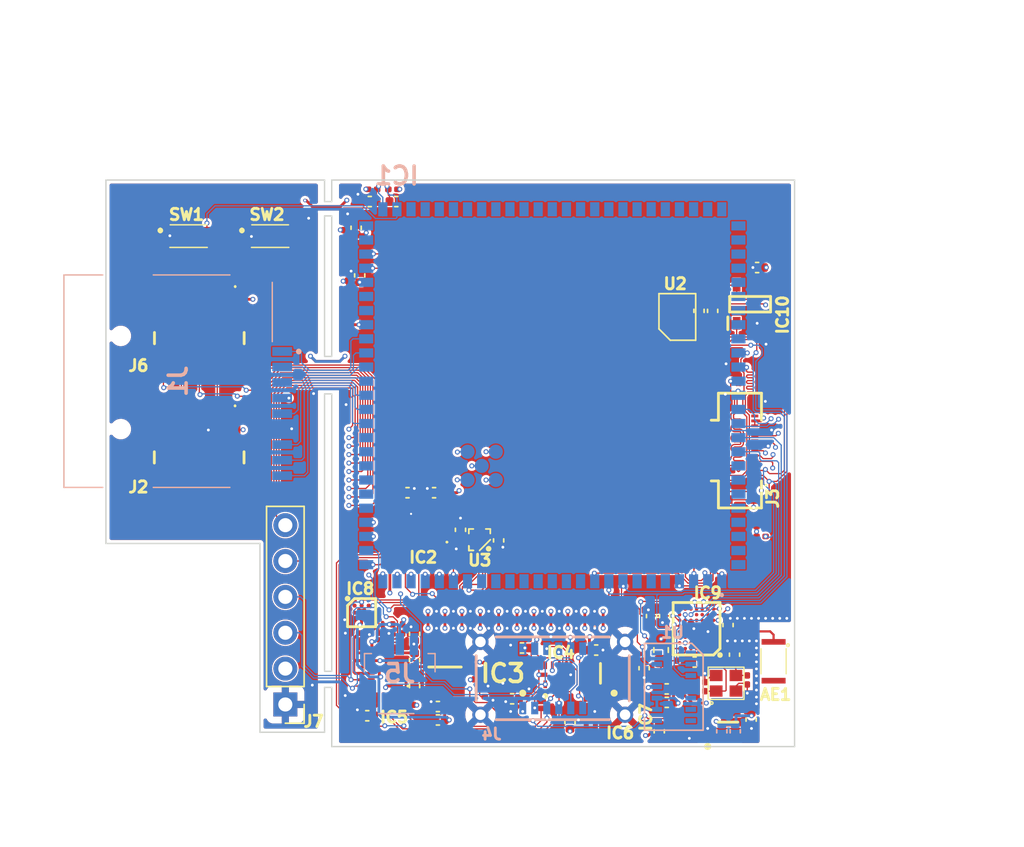
<source format=kicad_pcb>
(kicad_pcb (version 20221018) (generator pcbnew)
  (layers (0 "F.Cu" signal "F_SIGNAL.Cu") (1 "In1.Cu" power "In1_GND.Cu") (2 "In2.Cu" signal "In2_SIGNAL.Cu") (3 "In3.Cu" signal "In3_SIGNAL.Cu") (4 "In4.Cu" power "In4_PWR.Cu") (31 "B.Cu" signal "B_SIGNAL.Cu") (34 "B.Paste" user) (35 "F.Paste" user) (36 "B.SilkS" user "B.Silkscreen") (37 "F.SilkS" user "F.Silkscreen") (38 "B.Mask" user) (39 "F.Mask" user) (44 "Edge.Cuts" user))
  (net 0 "")
  (net 1 "VBAT+")
  (net 2 "QSMP_NRST")
  (net 3 "QSMP_BOOT")
  (net 4 "Net-(IC3-IN_1)")
  (net 5 "Net-(IC3-DVDT)")
  (net 6 "QSMP_VBUS")
  (net 7 "Net-(AE1-FEED)")
  (net 8 "+3V3")
  (net 9 "Net-(U3-CRST)")
  (net 10 "+1V8")
  (net 12 "Net-(IC5-SW)")
  (net 13 "Net-(IC5-BST)")
  (net 14 "VSYS")
  (net 15 "Net-(IC5-VCC)")
  (net 16 "QSMP_SS")
  (net 17 "QSMP_MISO")
  (net 18 "QSMP_MOSI")
  (net 19 "QSMP_SCK")
  (net 20 "QSMP_SCL")
  (net 21 "QSMP_SDA")
  (net 22 "QSMP_DCX")
  (net 23 "Net-(IC5-PMID)")
  (net 24 "Net-(IC8-VDD)")
  (net 25 "Net-(IC9-DEC1)")
  (net 34 "MP2722_INT")
  (net 35 "BMI_INT1")
  (net 36 "SD_CMD")
  (net 37 "BMI_INT2")
  (net 38 "MAX_INT")
  (net 39 "TP_INT")
  (net 40 "TP_RST")
  (net 41 "LCD_TE")
  (net 42 "LCD_RST")
  (net 43 "SD_CLK")
  (net 44 "QSMP_LCD_EN")
  (net 45 "DEC4")
  (net 46 "BMM350_INT")
  (net 52 "SD_CD")
  (net 53 "SD_D1")
  (net 54 "SD_D0")
  (net 55 "SD_D3")
  (net 56 "SD_D2")
  (net 57 "Net-(IC1-USBA_VBUS)")
  (net 60 "QSMP_USB_DN")
  (net 61 "QSMP_USB_DP")
  (net 94 "QSMP_DSI_D0P")
  (net 95 "QSMP_DSI_D0N")
  (net 96 "QSMP_DSI_CLKP")
  (net 97 "QSMP_DSI_CLKN")
  (net 98 "QSMP_RXD_DEBUG")
  (net 99 "QSMP_TXD_DEBUG")
  (net 100 "QSMP_RXD_NRF")
  (net 101 "QSMP_TXD_NRF")
  (net 106 "JTAG_NRST")
  (net 107 "JTAG_TMS")
  (net 108 "JTAG_TDO")
  (net 109 "JTAG_TDI")
  (net 110 "JTAG_TCK")
  (net 111 "Net-(IC2-SDO)")
  (net 113 "Net-(IC3-EN{slash}UVLO)")
  (net 114 "/supply/VIN_FAULT")
  (net 115 "Net-(IC3-ILM)")
  (net 116 "/supply/GASG_GPOUT")
  (net 117 "/supply/GASG_BIN")
  (net 118 "Net-(IC9-VDD_1)")
  (net 119 "DEC2")
  (net 120 "DEC3")
  (net 121 "Net-(IC9-XC1)")
  (net 122 "Net-(IC9-XC2)")
  (net 123 "BT_ANT")
  (net 126 "unconnected-(IC1-INTA-Pad7)")
  (net 127 "QSMP_BUCK_1V8_EN")
  (net 128 "Net-(IC4-IO1)")
  (net 129 "Net-(IC4-IO2)")
  (net 131 "Net-(IC4-IO5)")
  (net 132 "Net-(IC4-IO6)")
  (net 133 "Net-(IC5-VRNTC)")
  (net 135 "Net-(IC6-SW)")
  (net 142 "Net-(IC9-DCC)")
  (net 152 "unconnected-(IC9-P0.07-PadF6)")
  (net 153 "NRF_SWCLK")
  (net 156 "NRF_SWDIO")
  (net 157 "NRF_NRST")
  (net 165 "Net-(IC7-SW)")
  (net 168 "Net-(D1-K)")
  (net 169 "TH_BAT")
  (net 170 "Net-(D2-K)")
  (net 172 "Net-(J3-NC-Pad15)")
  (net 173 "NFC_ANT2")
  (net 174 "NFC_ANT1")
  (net 178 "GND")
  (net 181 "Net-(L4-Pad1)")
  (net 193 "unconnected-(U1-NC-Pad5)")
  (footprint "Capacitor_SMD:C_0402_1005Metric" (layer "F.Cu") (at 135.1 72.53 90)
    (fp_text reference "C41" hide)
    (fp_text value "100n 16V")
  )
  (footprint "Capacitor_SMD:C_0402_1005Metric" (layer "F.Cu") (at 151.9848 57.02 -90)
    (fp_text reference "C28" hide)
    (fp_text value "10u 6.3V")
  )
  (footprint "Connector_PinHeader_2.54mm:PinHeader_1x06_P2.54mm_Vertical" (layer "F.Cu") (at 122.7 84.9 180)
    (fp_text reference "J7")
    (fp_text value "Conn_01x06")
  )
  (footprint "ARMband:ST0147-00-011-A" (layer "F.Cu") (at 157.264114 81.84 -90)
    (fp_text reference "AE1")
    (fp_text value "Antenna_Chip")
  )
  (footprint "Capacitor_SMD:C_0201_0603Metric" (layer "F.Cu") (at 155.4 83.165 -90)
    (fp_text reference "C37" hide)
    (fp_text value "12p 50V")
  )
  (footprint "ARMband:TPD6E001RSERG4" (layer "F.Cu") (at 141.849998 82.7975 90)
    (fp_text reference "IC4")
    (fp_text value "TPD6E001RSERG4" hide)
  )
  (footprint "Capacitor_SMD:C_0402_1005Metric" (layer "F.Cu") (at 144.705998 81.0465)
    (fp_text reference "C16" hide)
    (fp_text value "10u 6.3V")
  )
  (footprint "Capacitor_SMD:C_0402_1005Metric" (layer "F.Cu") (at 131.35 69.9)
    (fp_text reference "C7" hide)
    (fp_text value "100n 16V")
  )
  (footprint "Resistor_SMD:R_0201_0603Metric" (layer "F.Cu") (at 130.3126 48.4124 180)
    (fp_text reference "R1" hide)
    (fp_text value "10k")
  )
  (footprint "Capacitor_SMD:C_0201_0603Metric" (layer "F.Cu") (at 129.005 79.8475 180)
    (fp_text reference "C23" hide)
    (fp_text value "2u2 6.3V")
  )
  (footprint "Resistor_SMD:R_0201_0603Metric" (layer "F.Cu") (at 135 74.2 90)
    (fp_text reference "R6" hide)
    (fp_text value "10k")
  )
  (footprint "Resistor_SMD:R_0201_0603Metric" (layer "F.Cu") (at 128.8796 48.4124)
    (fp_text reference "R2" hide)
    (fp_text value "10k")
  )
  (footprint "ARMband:EVPBB2A9B000" (layer "F.Cu") (at 121.375 51.725)
    (fp_text reference "SW2")
    (fp_text value "EVP-BB2A9B000" hide)
  )
  (footprint "Capacitor_SMD:C_0402_1005Metric" (layer "F.Cu") (at 152.95 57.02 -90)
    (fp_text reference "C29" hide)
    (fp_text value "100n 16V")
  )
  (footprint "Inductor_SMD:L_0603_1608Metric" (layer "F.Cu") (at 149.3 81.045 90)
    (fp_text reference "L4" hide)
    (fp_text value "10u")
  )
  (footprint "Capacitor_SMD:C_0402_1005Metric" (layer "F.Cu") (at 149.17 86.8 -90)
    (fp_text reference "C19" hide)
    (fp_text value "10u 6.3V")
  )
  (footprint "Capacitor_SMD:C_0201_0603Metric" (layer "F.Cu") (at 126.8476 50.9804 90)
    (fp_text reference "C3" hide)
    (fp_text value "1u 6.3V")
  )
  (footprint "Resistor_SMD:R_0201_0603Metric" (layer "F.Cu") (at 127.1016 55.9816 -90)
    (fp_text reference "R5" hide)
    (fp_text value "0R")
  )
  (footprint "Capacitor_SMD:C_0402_1005Metric" (layer "F.Cu") (at 154.039114 79.275 90)
    (fp_text reference "C39" hide)
    (fp_text value "0p8 16V")
  )
  (footprint "ARMband:LQM2MPN1R0NG0L" (layer "F.Cu") (at 154.025 86.15 -90)
    (fp_text reference "L3" hide)
    (fp_text value "2u2" hide)
  )
  (footprint "Capacitor_SMD:C_0402_1005Metric" (layer "F.Cu") (at 137.8 73.28 -90)
    (fp_text reference "C40" hide)
    (fp_text value "100n 16V")
  )
  (footprint "Capacitor_SMD:C_0201_0603Metric" (layer "F.Cu") (at 152.4 83.64 90)
    (fp_text reference "C38" hide)
    (fp_text value "12p 50V")
  )
  (footprint "ARMband:SON65P200X200X80-7N" (layer "F.Cu") (at 151.25 86.55 180)
    (fp_text reference "IC7")
    (fp_text value "TPS62293DRVR" hide)
  )
  (footprint "Resistor_SMD:R_0201_0603Metric" (layer "F.Cu") (at 142 80.1 180)
    (fp_text reference "R11" hide)
    (fp_text value "5k1 50mW")
  )
  (footprint "ARMband:SON50P200X200X80-9N" (layer "F.Cu") (at 138.104998 82.6975 180)
    (fp_text reference "IC3")
    (fp_text value "TPS259571DSGR" hide)
  )
  (footprint "Capacitor_SMD:C_0201_0603Metric" (layer "F.Cu") (at 150.4 82.12 -90)
    (fp_text reference "C32" hide)
    (fp_text value "1u 6.3V")
  )
  (footprint "Resistor_SMD:R_0201_0603Metric" (layer "F.Cu") (at 156.38 73)
    (fp_text reference "R3" hide)
    (fp_text value "10k")
  )
  (footprint "ARMband:2002112100010T4LF" (layer "F.Cu") (at 116.61 58.95 180)
    (fp_text reference "J6")
    (fp_text value "Conn_02x05_Odd_Even" hide)
  )
  (footprint "Capacitor_SMD:C_0402_1005Metric" (layer "F.Cu") (at 148.1 82.3325 -90)
    (fp_text reference "C33" hide)
    (fp_text value "100n 16V")
  )
  (footprint "Capacitor_SMD:C_0201_0603Metric" (layer "F.Cu") (at 127.1016 54.5592 90)
    (fp_text reference "C5" hide)
    (fp_text value "1u 6.3V")
  )
  (footprint "ARMband:EVPBB2A9B000" (layer "F.Cu") (at 115.6 51.725)
    (fp_text reference "SW1")
    (fp_text value "EVP-BB2A9B000" hide)
  )
  (footprint "Capacitor_SMD:C_0402_1005Metric" (layer "F.Cu") (at 131.85 79.8975 90)
    (fp_text reference "C17" hide)
    (fp_text value "10u 6.3V")
  )
  (footprint "Capacitor_SMD:C_0402_1005Metric" (layer "F.Cu") (at 128.5 85.7 180)
    (fp_text reference "C18" hide)
    (fp_text value "4u7 6.3V")
  )
  (footprint "Capacitor_SMD:C_0402_1005Metric" (layer "F.Cu") (at 130.556 49.276)
    (fp_text reference "C1" hide)
    (fp_text value "100n 16V")
  )
  (footprint "ARMband:MP2722GRH0000Z" (layer "F.Cu") (at 129.4238 82.6975 180)
    (fp_text reference "IC5")
    (fp_text value "MP2722GRH-0000-Z" hide)
  )
  (footprint "ARMband:BGA9C50P3X3_158X162X62" (layer "F.Cu") (at 128.1 78.3975)
    (fp_text reference "IC8")
    (fp_text value "BQ27427YZFR" hide)
  )
  (footprint "Capacitor_SMD:C_0402_1005Metric" (layer "F.Cu") (at 155.675 85.975 -90)
    (fp_text reference "C20" hide)
    (fp_text value "10u 6.3V")
  )
  (footprint "Resistor_SMD:R_0201_0603Metric" (layer "F.Cu") (at 136.094998 82.7975 90)
    (fp_text reference "R8" hide)
    (fp_text value "100k")
  )
  (footprint "Resistor_SMD:R_0201_0603Metric" (layer "F.Cu") (at 140.104998 82.0975 -90)
    (fp_text reference "R7" hide)
    (fp_text value "1M")
  )
  (footprint "ARMband:CX2016SA" (layer "F.Cu") (at 153.9 83.4)
    (fp_text reference "Y2" hide)
    (fp_text value "Crystal_GND24")
  )
  (footprint "Capacitor_SMD:C_0402_1005Metric" (layer "F.Cu") (at 133.5 85.9975 180)
    (fp_text reference "C14" hide)
    (fp_text value "10u 6.3V")
  )
  (footprint "Capacitor_SMD:C_0402_1005Metric" (layer "F.Cu") (at 149.7 83.8 180)
    (fp_text reference "C26" hide)
    (fp_text value "100n 16V")
  )
  (footprint "Resistor_SMD:R_0201_0603Metric" (layer "F.Cu") (at 156.38 72.3)
    (fp_text reference "R4" hide)
    (fp_text value "10k")
  )
  (footprint "ARMband:BMI323" (layer "F.Cu") (at 132.087 72.65 180)
    (fp_text reference "IC2")
    (fp_text value "BMI323" hide)
  )
  (footprint "Capacitor_SMD:C_0402_1005Metric" (layer "F.Cu") (at 138.754998 84.4975 180)
    (fp_text reference "C10" hide)
    (fp_text value "3n3 50V")
  )
  (footprint "Capacitor_SMD:C_0201_0603Metric" (layer "F.Cu") (at 136.3 71.98 180)
    (fp_text reference "C42" hide)
    (fp_text value "2u2 6.3V")
  )
  (footprint "Capacitor_SMD:C_0402_1005Metric" (layer "F.Cu") (at 156.1 53.95 180)
    (fp_text reference "C30" hide)
    (fp_text value "100n 16V")
  )
  (footprint "Capacitor_SMD:C_0402_1005Metric" (layer "F.Cu") (at 128.6764 49.276 180)
    (fp_text reference "C2" hide)
    (fp_text value "100n 16V")
  )
  (footprint "Resistor_SMD:R_0201_0603Metric" (layer "F.Cu") (at 140.104998 83.4975 -90)
    (fp_text reference "R9" hide)
    (fp_text value "383k")
  )
  (footprint "Capacitor_SMD:C_0201_0603Metric" (layer "F.Cu") (at 127.6 79.8475 180)
    (fp_text reference "C22" hide)
    (fp_text value "1u 6.3V")
  )
  (footprint "ARMband:SOT95P280X110-6N" (layer "F.Cu") (at 155.6 56.55 90)
    (fp_text reference "IC10")
    (fp_text value "TLE493DW2B6A0HTSA1" hide)
  )
  (footprint "ARMband:SON65P200X200X80-7N" (layer "F.Cu") (at 144.649998 85.4475 -90)
    (fp_text reference "IC6")
    (fp_text value "TPS62291DRVR" hide)
  )
  (footprint "Resistor_SMD:R_0201_0603Metric" (layer "F.Cu") (at 131 79.5475 90)
    (fp_text reference "R13" hide)
    (fp_text value "10k")
  )
  (footprint "Resistor_SMD:R_0201_0603Metric" (layer "F.Cu") (at 137.134998 84.3475)
    (fp_text reference "R10" hide)
    (fp_text value "1k")
  )
  (footprint "Capacitor_SMD:C_0402_1005Metric" (layer "F.Cu") (at 149.705 84.75 180)
    (fp_text reference "C27" hide)
    (fp_text value "10u 6.3V")
  )
  (footprint "ARMband:LQM2MPN1R0NG0L" (layer "F.Cu") (at 145.008198 82.6975)
    (fp_text reference "L2" hide)
    (fp_text value "2u2" hide)
  )
  (footprint "Capacitor_SMD:C_0402_1005Metric" (layer "F.Cu") (at 127.7112 51.1328 90)
    (fp_text reference "C4" hide)
    (fp_text value "100n 16V")
  )
  (footprint "Inductor_SMD:L_0201_0603Metric" (layer "F.Cu") (at 149.35 82.895 180)
    (fp_text reference "L5" hide)
    (fp_text value "15n")
  )
  (footprint "Capacitor_SMD:C_0402_1005Metric" (layer "F.Cu") (at 148.625 78.64 90)
    (fp_text reference "C31" hide)
    (fp_text value "100n 16V")
  )
  (footprint "ARMband:display_AXF5D3012" (layer "F.Cu") (at 142.149587 68.515)
    (fp_text reference "J3")
    (fp_text value "AXF5D3012")
  )
  (footprint "Inductor_SMD:L_0402_1005Metric" (layer "F.Cu") (at 155.439114 79.7 180)
    (fp_text reference "L6" hide)
    (fp_text value "3n9")
  )
  (footprint "Capacitor_SMD:C_0402_1005Metric" (layer "F.Cu") (at 154.5 81.375 90)
    (fp_text reference "C36" hide)
    (fp_text value "100p")
  )
  (footprint "Capacitor_SMD:C_0402_1005Metric" (layer "F.Cu") (at 151.675 81.895 180)
    (fp_text reference "C35" hide)
    (fp_text value "100p")
  )
  (footprint "Capacitor_SMD:C_0402_1005Metric" (layer "F.Cu") (at 139.454998 80.8975 180)
    (fp_text reference "C9" hide)
    (fp_text value "100n 16V")
  )
  (footprint "Capacitor_SMD:C_0402_1005Metric" (layer "F.Cu") (at 131.85 81.7475 90)
    (fp_text reference "C12" hide)
    (fp_text value "22n 25V")
  )
  (footprint "ARMband:INDC3225X120N" (layer "F.Cu") (at 134 82.2475 -90)
    (fp_text reference "L1" hide)
    (fp_text value "2u2" hide)
  )
  (footprint "ARMband:BGA50C40P7X8_296X323X40" (layer "F.Cu") (at 151.812114 79.539052 180)
    (fp_text reference "IC9")
    (fp_text value "nRF52832-CIAA-G-R7" hide)
  )
  (footprint "ARMband:bmm350" (layer "F.Cu") (at 136.45 73.23 180)
    (fp_text reference "U3")
    (fp_text value "BMM350")
  )
  (footprint "Capacitor_SMD:C_0402_1005Metric" (layer "F.Cu") (at 133.23 69.9 180)
    (fp_text reference "C8" hide)
    (fp_text value "100n 16V")
  )
  (footprint "Capacitor_SMD:C_0402_1005Metric" (layer "F.Cu") (at 127.9652 54.5084 90)
    (fp_text reference "C6" hide)
    (fp_text value "100n 16V")
  )
  (footprint "Resistor_SMD:R_0201_0603Metric" (layer "F.Cu") (at 141.125 85.175)
    (fp_text reference "R12" hide)
    (fp_text value "5k1 50mW")
  )
  (footprint "ARMband:VEML3235" (layer "F.Cu") (at 150.45 57.45)
    (fp_text reference "U2")
    (fp_text value "VEML3235")
  )
  (footprint "Capacitor_SMD:C_0402_1005Metric" (layer "F.Cu") (at 131.85 83.5975 -90)
    (fp_text reference "C21" hide)
    (fp_text value "10u 6.3V")
  )
  (footprint "Capacitor_SMD:C_0201_0603Metric" (layer "F.Cu") (at 131.75 85.2425 -90)
    (fp_text reference "C11" hide)
    (fp_text value "1u 6.3V")
  )
  (footprint "Capacitor_SMD:C_0402_1005Metric" (layer "F.Cu") (at 133.5 85.0475 180)
    (fp_text reference "C13" hide)
    (fp_text value "10u 6.3V")
  )
  (footprint "Capacitor_SMD:C_0402_1005Metric" (layer "F.Cu") (at 142.849998 86.1475 90)
    (fp_text reference "C15" hide)
    (fp_text value "10u 6.3V")
  )
  (footprint "Capacitor_SMD:C_0402_1005Metric" (layer "F.Cu") (at 149.55 78.64 90)
    (fp_text reference "C34" hide)
    (fp_text value "4u7 6.3V")
  )
  (footprint "Resistor_SMD:R_0201_0603Metric" (layer "F.Cu") (at 130.3 79.5475 -90)
    (fp_text reference "R14" hide)
    (fp_text value "R_Small")
  )
  (footprint "ARMband:2002112100010T4LF" (layer "F.Cu") (at 116.6 67.4 180)
    (fp_text reference "J2")
    (fp_text value "Conn_02x05_Odd_Even" hide)
  )
  (footprint "Capacitor_SMD:C_0402_1005Metric" (layer "B.Cu") (at 153.6 86.8 -90)
    (fp_text reference "C25" hide)
    (fp_text value "100n 16V")
  )
  (footprint "ARMband:QSMP1570_better" (layer "B.Cu") (at 141.6 63 180)
    (fp_text reference "IC1")
    (fp_text value "QSMP-1570" hide)
  )
  (footprint "ARMband:MEM20750014001A" (layer "B.Cu") (at 114.75 62 90)
    (fp_text reference "J1")
    (fp_text value "MEM2075-00-140-01-A" hide)
  )
  (footprint "ARMband:UJ20CVSMTTR68" (layer "B.Cu") (at 141.629998 83.0475 180)
    (fp_text reference "J4")
    (fp_text value "UJ20-C-V-SMT-TR-68" hide)
  )
  (footprint "Capacitor_SMD:C_0402_1005Metric" (layer "B.Cu") (at 154.55 86.8 -90)
    (fp_text reference "C24" hide)
    (fp_text value "4u7 6.3V")
  )
  (footprint "ARMband:MAX30102" (layer "B.Cu") (at 150.2 83.65 -90)
    (fp_text reference "U1")
    (fp_text value "MAX30102")
  )
  (footprint "ARMband:SM03BSRSSTBLFSN" (layer "B.Cu") (at 130.8 83.0845 180)
    (fp_text reference "J5")
    (fp_text value "SM03B-SRSS-TB_LF__SN_" hide)
  )
  (gr_line (start 125.984 83.693) (end 125.984 87.884) (stroke (width 0.1)) (layer "Edge.Cuts"))
  (gr_line (start 125.476 47.752) (end 125.476 49.276) (stroke (width 0.1)) (layer "Edge.Cuts"))
  (gr_rect (start 125.476 50.292) (end 125.984 60.244) (stroke (width 0.1)) (fill none) (layer "Edge.Cuts"))
  (gr_line (start 125.476 83.693) (end 125.984 83.693) (stroke (width 0.1)) (layer "Edge.Cuts"))
  (gr_line (start 125.476 49.276) (end 125.984 49.276) (stroke (width 0.1)) (layer "Edge.Cuts"))
  (gr_line (start 125.476 47.752) (end 110 47.752) (stroke (width 0.1)) (layer "Edge.Cuts"))
  (gr_line (start 125.984 49.276) (end 125.984 47.752) (stroke (width 0.1)) (layer "Edge.Cuts"))
  (gr_line (start 120.904 86.868) (end 125.476 86.868) (stroke (width 0.1)) (layer "Edge.Cuts"))
  (gr_line (start 110 47.752) (end 110 73.5) (stroke (width 0.1)) (layer "Edge.Cuts"))
  (gr_line (start 120.904 73.5) (end 120.904 86.868) (stroke (width 0.1)) (layer "Edge.Cuts"))
  (gr_line (start 125.476 86.868) (end 125.476 83.693) (stroke (width 0.1)) (layer "Edge.Cuts"))
  (gr_line (start 158.75 87.884) (end 158.75 47.752) (stroke (width 0.1)) (layer "Edge.Cuts"))
  (gr_line (start 125.984 87.884) (end 158.75 87.884) (stroke (width 0.1)) (layer "Edge.Cuts"))
  (gr_line (start 125.984 47.752) (end 158.75 47.752) (stroke (width 0.1)) (layer "Edge.Cuts"))
  (gr_rect (start 125.476 62.9) (end 125.984 82.55) (stroke (width 0.1)) (fill none) (layer "Edge.Cuts"))
  (gr_line (start 110 73.5) (end 120.904 73.5) (stroke (width 0.1)) (layer "Edge.Cuts"))
  (segment (start 127.55 81.9) (end 127.6525 81.7975) (width 0.2) (layer "F.Cu") (net 1))
  (segment (start 128.6 79.292378) (end 128.6 78.8975) (width 0.2) (layer "F.Cu") (net 1))
  (segment (start 127.55 81.695) (end 127.6525 81.7975) (width 0.2) (layer "F.Cu") (net 1))
  (segment (start 128.044878 79.8475) (end 128.6 79.292378) (width 0.2) (layer "F.Cu") (net 1))
  (segment (start 128.4238 82.6975) (end 127.6475 82.6975) (width 0.2) (layer "F.Cu") (net 1))
  (segment (start 127.92 79.8475) (end 127.55 80.2175) (width 0.2) (layer "F.Cu") (net 1))
  (segment (start 127.55 80.2175) (end 127.55 81.695) (width 0.2) (layer "F.Cu") (net 1))
  (segment (start 131.85 80.5715) (end 131.8 80.6215) (width 0.09) (layer "F.Cu") (net 1))
  (segment (start 128.4238 81.7975) (end 129.4 81.7975) (width 0.2) (layer "F.Cu") (net 1))
  (segment (start 127.6525 81.7975) (end 128.4238 81.7975) (width 0.2) (layer "F.Cu") (net 1))
  (segment (start 131.85 80.3775) (end 131.85 80.5715) (width 0.09) (layer "F.Cu") (net 1))
  (segment (start 127.92 79.8475) (end 128.044878 79.8475) (width 0.2) (layer "F.Cu") (net 1))
  (segment (start 127.55 82.6) (end 127.55 81.9) (width 0.2) (layer "F.Cu") (net 1))
  (segment (start 127.6475 82.6975) (end 127.55 82.6) (width 0.2) (layer "F.Cu") (net 1))
  (via (at 129.4 81.7975) (size 0.35) (drill 0.2) (layers "F.Cu" "B.Cu") (net 1))
  (via (at 131.8 80.6215) (size 0.35) (drill 0.2) (layers "F.Cu" "B.Cu") (net 1))
  (segment (start 131.8 81.6) (end 131.72 81.68) (width 0.2) (layer "B.Cu") (net 1))
  (segment (start 131.8 80.6215) (end 131.8 81.6) (width 0.2) (layer "B.Cu") (net 1))
  (segment (start 129.4 81.7975) (end 131.6025 81.7975) (width 0.2) (layer "B.Cu") (net 1))
  (segment (start 132.026 80.6215) (end 132.05 80.5975) (width 0.09) (layer "B.Cu") (net 1))
  (segment (start 131.6025 81.7975) (end 131.72 81.68) (width 0.2) (layer "B.Cu") (net 1))
  (segment (start 131.8 80.6215) (end 132.026 80.6215) (width 0.09) (layer "B.Cu") (net 1))
  (segment (start 122.95 50.292) (end 122.95 51.35) (width 0.09) (layer "F.Cu") (net 2))
  (segment (start 126.83234 49.73) (end 126.69734 49.865) (width 0.09) (layer "F.Cu") (net 2))
  (segment (start 122.95 51.35) (end 122.95 52.1) (width 0.09) (layer "F.Cu") (net 2))
  (segment (start 129.1564 49.276) (end 128.7024 49.73) (width 0.09) (layer "F.Cu") (net 2))
  (segment (start 129.1996 48.3004) (end 129.3 48.2) (width 0.09) (layer "F.Cu") (net 2))
  (segment (start 128.7024 49.73) (end 126.83234 49.73) (width 0.09) (layer "F.Cu") (net 2))
  (segment (start 126.69734 49.865) (end 123.377 49.865) (width 0.09) (layer "F.Cu") (net 2))
  (segment (start 129.1996 48.4124) (end 129.1996 48.3004) (width 0.09) (layer "F.Cu") (net 2))
  (segment (start 129.1564 49.276) (end 129.1564 48.4556) (width 0.09) (layer "F.Cu") (net 2))
  (segment (start 123.377 49.865) (end 122.95 50.292) (width 0.09) (layer "F.Cu") (net 2))
  (via (at 129.3 48.2) (size 0.35) (drill 0.2) (layers "F.Cu" "B.Cu") (net 2))
  (segment (start 129.6 50.232) (end 129.5908 50.2412) (width 0.2) (layer "B.Cu") (net 2))
  (segment (start 129.6 49.825) (end 129.6 50.232) (width 0.2) (layer "B.Cu") (net 2))
  (segment (start 129.3 48.6804) (end 129.3 48.2) (width 0.09) (layer "B.Cu") (net 2))
  (segment (start 129.6 48.9804) (end 129.3 48.6804) (width 0.09) (layer "B.Cu") (net 2))
  (segment (start 129.6 49.825) (end 129.6 48.9804) (width 0.09) (layer "B.Cu") (net 2))
  (segment (start 129.9926 48.2926) (end 129.9926 48.4124) (width 0.09) (layer "F.Cu") (net 3))
  (segment (start 117.175 52.1) (end 117.175 51.35) (width 0.09) (layer "F.Cu") (net 3))
  (segment (start 129.9 48.2) (end 129.9926 48.2926) (width 0.09) (layer "F.Cu") (net 3))
  (segment (start 130.076 48.8958) (end 129.9926 48.8124) (width 0.09) (layer "F.Cu") (net 3))
  (segment (start 117.175 51.35) (end 117.15 51.325) (width 0.09) (layer "F.Cu") (net 3))
  (segment (start 117.15 51.325) (end 117.15 50.8) (width 0.09) (layer "F.Cu") (net 3))
  (segment (start 130.076 49.276) (end 130.076 48.8958) (width 0.09) (layer "F.Cu") (net 3))
  (segment (start 129.9926 48.8124) (end 129.9926 48.4124) (width 0.09) (layer "F.Cu") (net 3))
  (via (at 129.9 48.2) (size 0.35) (drill 0.2) (layers "F.Cu" "B.Cu") (net 3))
  (via (at 117.15 50.8) (size 0.35) (drill 0.2) (layers "F.Cu" "B.Cu") (net 3))
  (segment (start 130.0988 48.8188) (end 129.9316 48.6516) (width 0.09) (layer "B.Cu") (net 3))
  (segment (start 130.4036 48.8188) (end 130.0988 48.8188) (width 0.09) (layer "B.Cu") (net 3))
  (segment (start 129.9316 48.6516) (end 129.9316 48.2316) (width 0.09) (layer "B.Cu") (net 3))
  (segment (start 117.72 49.58) (end 117.15 50.15) (width 0.09) (layer "B.Cu") (net 3))
  (segment (start 128.18 49.58) (end 117.72 49.58) (width 0.09) (layer "B.Cu") (net 3))
  (segment (start 129.0762 50.4762) (end 128.18 49.58) (width 0.09) (layer "B.Cu") (net 3))
  (segment (start 117.15 50.15) (end 117.15 50.8) (width 0.09) (layer "B.Cu") (net 3))
  (segment (start 129.9316 48.2316) (end 129.9 48.2) (width 0.09) (layer "B.Cu") (net 3))
  (segment (start 130.6 49.825) (end 130.6 50.4) (width 0.09) (layer "B.Cu") (net 3))
  (segment (start 130.6 50.2344) (end 130.6068 50.2412) (width 0.2) (layer "B.Cu") (net 3))
  (segment (start 130.6 49.825) (end 130.6 50.2344) (width 0.2) (layer "B.Cu") (net 3))
  (segment (start 130.6 50.4) (end 130.5238 50.4762) (width 0.09) (layer "B.Cu") (net 3))
  (segment (start 130.6 49.825) (end 130.6 49.0152) (width 0.09) (layer "B.Cu") (net 3))
  (segment (start 130.5238 50.4762) (end 129.0762 50.4762) (width 0.09) (layer "B.Cu") (net 3))
  (segment (start 130.6 49.0152) (end 130.4036 48.8188) (width 0.09) (layer "B.Cu") (net 3))
  (segment (start 140.104998 81.7775) (end 140.104998 81.0675) (width 0.09) (layer "F.Cu") (net 4))
  (segment (start 139.824998 81.7775) (end 139.654998 81.9475) (width 0.09) (layer "F.Cu") (net 4))
  (segment (start 140.104998 81.7775) (end 139.824998 81.7775) (width 0.09) (layer "F.Cu") (net 4))
  (segment (start 143.529998 84.2175) (end 143.449998 84.2975) (width 0.09) (layer "F.Cu") (net 4))
  (segment (start 143.449998 81.5975) (end 143.529998 81.6775) (width 0.09) (layer "F.Cu") (net 4))
  (segment (start 139.654998 81.9475) (end 139.154998 81.9475) (width 0.09) (layer "F.Cu") (net 4))
  (segment (start 140.649998 82.7975) (end 140.649998 82.3225) (width 0.09) (layer "F.Cu") (net 4))
  (segment (start 139.51 84.977608) (end 140.649998 83.83761) (width 0.09) (layer "F.Cu") (net 4))
  (segment (start 140.104998 81.0675) (end 139.934998 80.8975) (width 0.09) (layer "F.Cu") (net 4))
  (segment (start 140.649998 83.83761) (end 140.649998 82.7975) (width 0.09) (layer "F.Cu") (net 4))
  (segment (start 139.654998 80.8975) (end 139.934998 80.8975) (width 0.09) (layer "F.Cu") (net 4))
  (segment (start 139.504998 85.3975) (end 139.51 85.392498) (width 0.09) (layer "F.Cu") (net 4))
  (segment (start 139.51 85.392498) (end 139.51 84.977608) (width 0.09) (layer "F.Cu") (net 4))
  (segment (start 139.154998 82.4475) (end 139.154998 81.9475) (width 0.09) (layer "F.Cu") (net 4))
  (segment (start 140.949998 82.7975) (end 140.649998 82.7975) (width 0.09) (layer "F.Cu") (net 4))
  (segment (start 140.649998 82.3225) (end 140.104998 81.7775) (width 0.09) (layer "F.Cu") (net 4))
  (segment (start 143.529998 81.6775) (end 143.529998 84.2175) (width 0.09) (layer "F.Cu") (net 4))
  (via (at 143.449998 84.2975) (size 0.35) (drill 0.2) (layers "F.Cu" "B.Cu") (net 4))
  (via (at 143.449998 81.5975) (size 0.35) (drill 0.2) (layers "F.Cu" "B.Cu") (net 4))
  (via (at 139.654998 80.8975) (size 0.35) (drill 0.2) (layers "F.Cu" "B.Cu") (net 4))
  (via (at 140.649998 82.7975) (size 0.35) (drill 0.2) (layers "F.Cu" "B.Cu") (net 4))
  (via (at 139.504998 85.3975) (size 0.35) (drill 0.2) (layers "F.Cu" "B.Cu") (net 4))
  (segment (start 143.649998 81.5975) (end 143.449998 81.5975) (width 0.09) (layer "B.Cu") (net 4))
  (segment (start 143.754998 81.4925) (end 143.649998 81.5975) (width 0.09) (layer "B.Cu") (net 4))
  (segment (start 143.449998 84.2975) (end 143.599998 84.2975) (width 0.09) (layer "B.Cu") (net 4))
  (segment (start 143.599998 84.2975) (end 143.754998 84.4525) (width 0.09) (layer "B.Cu") (net 4))
  (segment (start 139.504998 85.1475) (end 139.504998 85.3975) (width 0.09) (layer "B.Cu") (net 4))
  (segment (start 139.504998 85.3975) (end 139.504998 85.4475) (width 0.09) (layer "B.Cu") (net 4))
  (segment (start 143.754998 80.9475) (end 143.754998 81.4925) (width 0.09) (layer "B.Cu") (net 4))
  (segment (start 139.554998 80.8975) (end 139.504998 80.9475) (width 0.09) (layer "B.Cu") (net 4))
  (segment (start 143.754998 84.4525) (end 143.754998 85.1475) (width 0.09) (layer "B.Cu") (net 4))
  (segment (start 139.654998 80.8975) (end 139.554998 80.8975) (width 0.09) (layer "B.Cu") (net 4))
  (segment (start 139.504998 84.7975) (end 139.504998 85.1475) (width 0.09) (layer "B.Cu") (net 4))
  (segment (start 139.504998 80.9475) (end 139.504998 81.2975) (width 0.09) (layer "B.Cu") (net 4))
  (segment (start 139.504998 80.9475) (end 139.504998 80.6475) (width 0.09) (layer "B.Cu") (net 4))
  (segment (start 143.754998 85.1475) (end 143.754998 84.7975) (width 0.09) (layer "B.Cu") (net 4))
  (segment (start 139.154998 83.8475) (end 139.154998 83.4475) (width 0.09) (layer "F.Cu") (net 5))
  (segment (start 139.284998 83.9775) (end 139.154998 83.8475) (width 0.09) (layer "F.Cu") (net 5))
  (segment (start 139.284998 84.3875) (end 139.284998 83.9775) (width 0.09) (layer "F.Cu") (net 5))
  (segment (start 139.204998 84.4675) (end 139.284998 84.3875) (width 0.09) (layer "F.Cu") (net 5))
  (segment (start 126.8324 54.8792) (end 126.7968 54.9148) (width 0.2) (layer "F.Cu") (net 6))
  (segment (start 127.1016 54.8792) (end 126.8324 54.8792) (width 0.2) (layer "F.Cu") (net 6))
  (segment (start 130.4238 83.1475) (end 131.0975 83.1475) (width 0.2) (layer "F.Cu") (net 6))
  (segment (start 127.3708 54.8792) (end 127.508 55.0164) (width 0.2) (layer "F.Cu") (net 6))
  (segment (start 137.054998 81.9475) (end 136.504998 81.9475) (width 0.2) (layer "F.Cu") (net 6))
  (segment (start 136.504998 81.9475) (end 136.454998 81.8975) (width 0.2) (layer "F.Cu") (net 6))
  (segment (start 131.75 84.9225) (end 131.9725 84.9225) (width 0.2) (layer "F.Cu") (net 6))
  (segment (start 127.508 55.0164) (end 127.9372 55.0164) (width 0.2) (layer "F.Cu") (net 6))
  (segment (start 131.0975 83.1475) (end 131.25 83.3) (width 0.2) (layer "F.Cu") (net 6))
  (segment (start 127.9372 55.0164) (end 127.9652 54.9884) (width 0.2) (layer "F.Cu") (net 6))
  (segment (start 131.9725 84.9225) (end 132 84.95) (width 0.2) (layer "F.Cu") (net 6))
  (segment (start 131.25 84.8) (end 131.3725 84.9225) (width 0.2) (layer "F.Cu") (net 6))
  (segment (start 127.1016 54.8792) (end 127.3708 54.8792) (width 0.2) (layer "F.Cu") (net 6))
  (segment (start 127.1016 54.8792) (end 127.1016 55.6616) (width 0.2) (layer "F.Cu") (net 6))
  (segment (start 131.25 83.3) (end 131.25 84.8) (width 0.2) (layer "F.Cu") (net 6))
  (segment (start 131.3725 84.9225) (end 131.75 84.9225) (width 0.2) (layer "F.Cu") (net 6))
  (via (at 136.454998 81.8975) (size 0.35) (drill 0.2) (layers "F.Cu" "B.Cu") (net 6))
  (via (at 132 84.95) (size 0.35) (drill 0.2) (layers "F.Cu" "B.Cu") (net 6))
  (via (at 126.7968 54.9148) (size 0.35) (drill 0.2) (layers "F.Cu" "B.Cu") (net 6))
  (via (at 127.9652 54.9884) (size 0.35) (drill 0.2) (layers "F.Cu" "B.Cu") (net 6))
  (segment (start 128.425 55) (end 127.9768 55) (width 0.2) (layer "B.Cu") (net 6))
  (segment (start 127.9768 55) (end 127.9652 54.9884) (width 0.2) (layer "B.Cu") (net 6))
  (segment (start 157.024114 79.725) (end 157.264114 79.965) (width 0.156464) (layer "F.Cu") (net 7))
  (segment (start 157.264114 79.965) (end 157.264114 80.465) (width 0.156464) (layer "F.Cu") (net 7))
  (segment (start 155.924114 79.725) (end 157.024114 79.725) (width 0.156464) (layer "F.Cu") (net 7))
  (segment (start 144.225998 81.0465) (end 144.225998 80.1215) (width 0.2) (layer "F.Cu") (net 8))
  (segment (start 144.208198 81.0643) (end 144.208198 82.6975) (width 0.2) (layer "F.Cu") (net 8))
  (segment (start 135.2 79.5) (end 135.2 78.3) (width 0.2) (layer "F.Cu") (net 8))
  (segment (start 152.96 56.55) (end 152.95 56.54) (width 0.09) (layer "F.Cu") (net 8))
  (segment (start 143.9 78.3) (end 143.9 79.5) (width 0.2) (layer "F.Cu") (net 8))
  (segment (start 126.6088 51.3004) (end 126.5936 51.2852) (width 0.2) (layer "F.Cu") (net 8))
  (segment (start 130.7876 48.4124) (end 130.8 48.4) (width 0.09) (layer "F.Cu") (net 8))
  (segment (start 126.92 60.23) (end 126.552 60.598) (width 0.2) (layer "F.Cu") (net 8))
  (segment (start 145.2 78.3) (end 145.2 79.5) (width 0.2) (layer "F.Cu") (net 8))
  (segment (start 150.18 83.8) (end 150.5 83.8) (width 0.2) (layer "F.Cu") (net 8))
  (segment (start 126.8476 51.3004) (end 126.8476 51.4376) (width 0.2) (layer "F.Cu") (net 8))
  (segment (start 119.71 65.44) (end 119.7 65.45) (width 0.09) (layer "F.Cu") (net 8))
  (segment (start 156.58 53.95) (end 156.55 53.98) (width 0.09) (layer "F.Cu") (net 8))
  (segment (start 150.185 84.75) (end 150.45 84.75) (width 0.2) (layer "F.Cu") (net 8))
  (segment (start 153.998 70.4) (end 155.768 70.4) (width 0.09) (layer "F.Cu") (net 8))
  (segment (start 155.85 70.482) (end 155.768 70.4) (width 0.09) (layer "F.Cu") (net 8))
  (segment (start 151.135 56.54) (end 151.1 56.575) (width 0.09) (layer "F.Cu") (net 8))
  (segment (start 124.18 49.2) (end 124.09 49.2) (width 0.2) (layer "F.Cu") (net 8))
  (segment (start 126.8476 51.3004) (end 126.6088 51.3004) (width 0.2) (layer "F.Cu") (net 8))
  (segment (start 150.18 83.8) (end 150.18 84.745) (width 0.2) (layer "F.Cu") (net 8))
  (segment (start 152.965 56.525) (end 152.95 56.54) (width 0.09) (layer "F.Cu") (net 8))
  (segment (start 119.15 56.86) (end 119.81 56.2) (width 0.2) (layer "F.Cu") (net 8))
  (segment (start 155.85 70.925) (end 155.85 70.482) (width 0.09) (layer "F.Cu") (net 8))
  (segment (start 136.5 79.5) (end 136.5 78.3) (width 0.2) (layer "F.Cu") (net 8))
  (segment (start 124.848 60.598) (end 124.48 60.23) (width 0.2) (layer "F.Cu") (net 8))
  (segment (start 143.999998 84.3975) (end 143.999998 83.9475) (width 0.2) (layer "F.Cu") (net 8))
  (segment (start 127.0228 51.6128) (end 127.7112 51.6128) (width 0.2) (layer "F.Cu") (net 8))
  (segment (start 132.8 79.5) (end 132.8 78.3) (width 0.2) (layer "F.Cu") (net 8))
  (segment (start 150.5 83.8) (end 151.5 84.8) (width 0.2) (layer "F.Cu") (net 8))
  (segment (start 137.8 79.5) (end 137.8 78.3) (width 0.2) (layer "F.Cu") (net 8))
  (segment (start 128.2974 51.6128) (end 128.425 51.4852) (width 0.2) (layer "F.Cu") (net 8))
  (segment (start 156.06 72.65) (end 156.06 73) (width 0.09) (layer "F.Cu") (net 8))
  (segment (start 144.208198 83.7393) (end 144.208198 82.6975) (width 0.2) (layer "F.Cu") (net 8))
  (segment (start 151.5 84.8) (end 152.5 84.8) (width 0.2) (layer "F.Cu") (net 8))
  (segment (start 155.768 70.4) (end 155.768 69.825) (width 0.09) (layer "F.Cu") (net 8))
  (segment (start 119.15 57) (end 119.15 56.86) (width 0.09) (layer "F.Cu") (net 8))
  (segment (start 136.094998 83.1175) (end 135.8325 83.1175) (width 0.2) (layer "F.Cu") (net 8))
  (segment (start 128.5596 48.4124) (end 128.4124 48.4124) (width 0.09) (layer "F.Cu") (net 8))
  (segment (start 139.1 79.5) (end 139.1 78.3) (width 0.2) (layer "F.Cu") (net 8))
  (segment (start 153.983 70.385) (end 153.998 70.4) (width 0.09) (layer "F.Cu") (net 8))
  (segment (start 151.9848 56.54) (end 151.135 56.54) (width 0.09) (layer "F.Cu") (net 8))
  (segment (start 127.7112 51.6128) (end 128.2974 51.6128) (width 0.2) (layer "F.Cu") (net 8))
  (segment (start 119.81 56.2) (end 120.4 56.2) (width 0.2) (layer "F.Cu") (net 8))
  (segment (start 140.3 79.5) (end 140.3 78.3) (width 0.2) (layer "F.Cu") (net 8))
  (segment (start 143.999998 83.9475) (end 144.208198 83.7393) (width 0.2) (layer "F.Cu") (net 8))
  (segment (start 144.225998 81.0465) (end 144.208198 81.0643) (width 0.2) (layer "F.Cu") (net 8))
  (segment (start 155.783 69.81) (end 153.983 69.81) (width 0.09) (layer "F.Cu") (net 8))
  (segment (start 119.7 65.45) (end 119.14 65.45) (width 0.09) (layer "F.Cu") (net 8))
  (segment (start 128.4124 48.4124) (end 128.4 48.4) (width 0.09) (layer "F.Cu") (net 8))
  (segment (start 126.552 60.598) (end 124.848 60.598) (width 0.2) (layer "F.Cu") (net 8))
  (segment (start 156.525 66.925) (end 155.933 66.925) (width 0.09) (layer "F.Cu") (net 8))
  (segment (start 152.95 56.54) (end 151.9848 56.54) (width 0.09) (layer "F.Cu") (net 8))
  (segment (start 156.55 53.98) (end 156.55 55.2) (width 0.09) (layer "F.Cu") (net 8))
  (segment (start 150.18 84.745) (end 150.185 84.75) (width 0.2) (layer "F.Cu") (net 8))
  (segment (start 130.6326 48.4124) (end 130.7876 48.4124) (width 0.09) (layer "F.Cu") (net 8))
  (segment (start 156.7 56.6) (end 156.625 56.525) (width 0.09) (layer "F.Cu") (net 8))
  (segment (start 126.6 49.63) (end 124.61 49.63) (width 0.2) (layer "F.Cu") (net 8))
  (segment (start 141.5 78.3) (end 141.5 79.5) (width 0.2) (layer "F.Cu") (net 8))
  (segment (start 153.983 69.81) (end 153.983 70.385) (width 0.09) (layer "F.Cu") (net 8))
  (segment (start 156.625 56.525) (end 152.965 56.525) (width 0.09) (layer "F.Cu") (net 8))
  (segment (start 124.61 49.63) (end 124.18 49.2) (width 0.2) (layer "F.Cu") (net 8))
  (segment (start 134 79.5) (end 134 78.3) (width 0.2) (layer "F.Cu") (net 8))
  (segment (start 156.6875 67.0875) (end 156.525 66.925) (width 0.09) (layer "F.Cu") (net 8))
  (segment (start 135.8325 83.1175) (end 135.8 83.15) (width 0.2) (layer "F.Cu") (net 8))
  (segment (start 156.58 53.95) (end 156.75 53.95) (width 0.09) (layer "F.Cu") (net 8))
  (segment (start 155.768 69.825) (end 155.783 69.81) (width 0.09) (layer "F.Cu") (net 8))
  (segment (start 127.05 49.18) (end 126.6 49.63) (width 0.2) (layer "F.Cu") (net 8))
  (segment (start 126.8476 51.4376) (end 127.0228 51.6128) (width 0.2) (layer "F.Cu") (net 8))
  (segment (start 150.45 84.75) (end 150.5 84.8) (width 0.2) (layer "F.Cu") (net 8))
  (segment (start 142.7 78.3) (end 142.7 79.5) (width 0.2) (layer "F.Cu") (net 8))
  (segment (start 144.225998 80.1215) (end 144.249998 80.0975) (width 0.2) (layer "F.Cu") (net 8))
  (segment (start 156.06 72.3) (end 156.06 72.65) (width 0.09) (layer "F.Cu") (net 8))
  (via (at 141.5 79.5) (size 0.35) (drill 0.2) (layers "F.Cu" "B.Cu") (net 8))
  (via (at 156.75 53.95) (size 0.35) (drill 0.2) (layers "F.Cu" "B.Cu") (net 8))
  (via (at 139.1 78.3) (size 0.35) (drill 0.2) (layers "F.Cu" "B.Cu") (net 8))
  (via (at 128.425 51.4852) (size 0.35) (drill 0.2) (layers "F.Cu" "B.Cu") (net 8))
  (via (at 156.7 56.6) (size 0.35) (drill 0.2) (layers "F.Cu" "B.Cu") (net 8))
  (via (at 156.06 72.65) (size 0.35) (drill 0.2) (layers "F.Cu" "B.Cu") (net 8))
  (via (at 137.8 78.3) (size 0.35) (drill 0.2) (layers "F.Cu" "B.Cu") (net 8))
  (via (at 126.5936 51.2852) (size 0.35) (drill 0.2) (layers "F.Cu" "B.Cu") (net 8))
  (via (at 143.9 79.5) (size 0.35) (drill 0.2) (layers "F.Cu" "B.Cu") (net 8))
  (via (at 155.85 70.925) (size 0.35) (drill 0.2) (layers "F.Cu" "B.Cu") (net 8))
  (via (at 124.48 60.23) (size 0.35) (drill 0.2) (layers "F.Cu" "B.Cu") (net 8))
  (via (at 150.5 84.8) (size 0.35) (drill 0.2) (layers "F.Cu" "B.Cu") (net 8))
  (via (at 142.7 78.3) (size 0.35) (drill 0.2) (layers "F.Cu" "B.Cu") (net 8))
  (via (at 130.8 48.4) (size 0.35) (drill 0.2) (layers "F.Cu" "B.Cu") (net 8))
  (via (at 119.71 65.44) (size 0.35) (drill 0.2) (layers "F.Cu" "B.Cu") (net 8))
  (via (at 124.09 49.2) (size 0.25) (drill 0.15) (layers "F.Cu" "B.Cu") (net 8))
  (via (at 136.5 78.3) (size 0.35) (drill 0.2) (layers "F.Cu" "B.Cu") (net 8))
  (via (at 142.7 79.5) (size 0.35) (drill 0.2) (layers "F.Cu" "B.Cu") (net 8))
  (via (at 135.2 79.5) (size 0.35) (drill 0.2) (layers "F.Cu" "B.Cu") (net 8))
  (via (at 145.2 79.5) (size 0.35) (drill 0.2) (layers "F.Cu" "B.Cu") (net 8))
  (via (at 135.2 78.3) (size 0.35) (drill 0.2) (layers "F.Cu" "B.Cu") (net 8))
  (via (at 127.05 49.18) (size 0.35) (drill 0.2) (layers "F.Cu" "B.Cu") (net 8))
  (via (at 134 78.3) (size 0.35) (drill 0.2) (layers "F.Cu" "B.Cu") (net 8))
  (via (at 136.5 79.5) (size 0.35) (drill 0.2) (layers "F.Cu" "B.Cu") (net 8))
  (via (at 132.8 78.3) (size 0.35) (drill 0.2) (layers "F.Cu" "B.Cu") (net 8))
  (via (at 156.6875 67.0875) (size 0.35) (drill 0.2) (layers "F.Cu" "B.Cu") (net 8))
  (via (at 135.8 83.15) (size 0.35) (drill 0.2) (layers "F.Cu" "B.Cu") (net 8))
  (via (at 141.5 78.3) (size 0.35) (drill 0.2) (layers "F.Cu" "B.Cu") (net 8))
  (via (at 120.4 56.2) (size 0.35) (drill 0.2) (layers "F.Cu" "B.Cu") (net 8))
  (via (at 144.249998 80.0975) (size 0.35) (drill 0.2) (layers "F.Cu" "B.Cu") (net 8))
  (via (at 140.3 78.3) (size 0.35) (drill 0.2) (layers "F.Cu" "B.Cu") (net 8))
  (via (at 126.92 60.23) (size 0.35) (drill 0.2) (layers "F.Cu" "B.Cu") (net 8))
  (via (at 122.95 63.2) (size 0.35) (drill 0.2) (layers "F.Cu" "B.Cu") (net 8))
  (via (at 145.2 78.3) (size 0.35) (drill 0.2) (layers "F.Cu" "B.Cu") (net 8))
  (via (at 152.5 84.8) (size 0.35) (drill 0.2) (layers "F.Cu" "B.Cu") (net 8))
  (via (at 132.8 79.5) (size 0.35) (drill 0.2) (layers "F.Cu" "B.Cu") (net 8))
  (via (at 128.4 48.4) (size 0.35) (drill 0.2) (layers "F.Cu" "B.Cu") (net 8))
  (via (at 139.1 79.5) (size 0.35) (drill 0.2) (layers "F.Cu" "B.Cu") (net 8))
  (via (at 134 79.5) (size 0.35) (drill 0.2) (layers "F.Cu" "B.Cu") (net 8))
  (via (at 137.8 79.5) (size 0.35) (drill 0.2) (layers "F.Cu" "B.Cu") (net 8))
  (via (at 143.9 78.3) (size 0.35) (drill 0.2) (layers "F.Cu" "B.Cu") (net 8))
  (via (at 140.3 79.5) (size 0.35) (drill 0.2) (layers "F.Cu" "B.Cu") (net 8))
  (segment (start 128.425 52) (end 128.425 51) (width 0.2) (layer "B.Cu") (net 8))
  (segment (start 124.48 60.22) (end 124.858 60.598) (width 0.2) (layer "B.Cu") (net 8))
  (segment (start 122.475 63.195) (end 122.945 63.195) (width 0.2) (layer "B.Cu") (net 8))
  (segment (start 150.5 84.7) (end 150.25 84.45) (width 0.2) (layer "B.Cu") (net 8))
  (segment (start 126.552 60.598) (end 126.92 60.23) (width 0.2) (layer "B.Cu") (net 8))
  (segment (start 122.945 63.195) (end 122.95 63.2) (width 0.2) (layer "B.Cu") (net 8))
  (segment (start 122.87 82.22) (end 122.7 82.22) (width 0.09) (layer "B.Cu") (net 8))
  (segment (start 124.858 60.598) (end 126.552 60.598) (width 0.2) (layer "B.Cu") (net 8))
  (segment (start 150.5 84.8) (end 150.5 84.7) (width 0.2) (layer "B.Cu") (net 8))
  (segment (start 149 84.45) (end 149 85.25) (width 0.2) (layer "B.Cu") (net 8))
  (segment (start 150.25 84.45) (end 149 84.45) (width 0.2) (layer "B.Cu") (net 8))
  (segment (start 136.45 72.58) (end 136.62 72.41) (width 0.2) (layer "F.Cu") (net 9))
  (segment (start 136.62 72.41) (end 136.62 71.98) (width 0.2) (layer "F.Cu") (net 9))
  (segment (start 136.45 72.83) (end 136.45 72.58) (width 0.2) (layer "F.Cu") (net 9))
  (segment (start 133.71 70.29) (end 133.71 69.9) (width 0.2) (layer "F.Cu") (net 10))
  (segment (start 155.27 85.495) (end 155.125 85.35) (width 0.2) (layer "F.Cu") (net 10))
  (segment (start 131.6 72.413) (end 131.6 72.5) (width 0.2) (layer "F.Cu") (net 10))
  (segment (start 130.87 69.9) (end 130.924 69.954) (width 0.2) (layer "F.Cu") (net 10))
  (segment (start 137.8 72.8) (end 136.88 72.8) (width 0.2) (layer "F.Cu") (net 10))
  (segment (start 155.675 85.495) (end 155.675 85.675) (width 0.2) (layer "F.Cu") (net 10))
  (segment (start 155.675 85.675) (end 155.7 85.7) (width 0.2) (layer "F.Cu") (net 10))
  (segment (start 131.587 73.563) (end 130.1 75.05) (width 0.2) (layer "F.Cu") (net 10))
  (segment (start 155.933 64.825) (end 155.933 65.175) (width 0.09) (layer "F.Cu") (net 10))
  (segment (start 131.6 72.35) (end 131.75 72.2) (width 0.2) (layer "F.Cu") (net 10))
  (segment (start 137.8 71.7) (end 137.3 71.2) (width 0.2) (layer "F.Cu") (net 10))
  (segment (start 156.56 64.61) (end 156.355 64.815) (width 0.2) (layer "F.Cu") (net 10))
  (segment (start 133 70.6) (end 133.5 70.6) (width 0.2) (layer "F.Cu") (net 10))
  (segment (start 132.587 71.737) (end 132.587 71.013) (width 0.2) (layer "F.Cu") (net 10))
  (segment (start 152.3 85.9) (end 152.3 85.55) (width 0.2) (layer "F.Cu") (net 10))
  (segment (start 137.8 72.8) (end 137.8 71.7) (width 0.2) (layer "F.Cu") (net 10))
  (segment (start 134.25 71.3) (end 134.25 72.75) (width 0.2) (layer "F.Cu") (net 10))
  (segment (start 132.587 72.113) (end 132.587 71.737) (width 0.2) (layer "F.Cu") (net 10))
  (segment (start 134.65 71.2) (end 134.25 71.6) (width 0.2) (layer "F.Cu") (net 10))
  (segment (start 133.71 70.39) (end 133.71 70.29) (width 0.2) (layer "F.Cu") (net 10))
  (segment (start 155.675 85.495) (end 155.27 85.495) (width 0.2) (layer "F.Cu") (net 10))
  (segment (start 135.8 73.23) (end 135.58 73.01) (width 0.2) (layer "F.Cu") (net 10))
  (segment (start 131.6 73.55) (end 131.6 72.5) (width 0.2) (layer "F.Cu") (net 10))
  (segment (start 134.25 70.95) (end 134.25 71.3) (width 0.2) (layer "F.Cu") (net 10))
  (segment (start 156.355 64.815) (end 155.932587 64.815) (width 0.2) (layer "F.Cu") (net 10))
  (segment (start 133.5 70.6) (end 133.71 70.39) (width 0.2) (layer "F.Cu") (net 10))
  (segment (start 135.58 73.01) (end 135.1 73.01) (width 0.2) (layer "F.Cu") (net 10))
  (segment (start 137.3 71.2) (end 134.65 71.2) (width 0.2) (layer "F.Cu") (net 10))
  (segment (start 130.924 69.954) (end 130.924 71.9) (width 0.2) (layer "F.Cu") (net 10))
  (segment (start 133.71 70.41) (end 134.25 70.95) (width 0.2) (layer "F.Cu") (net 10))
  (segment (start 131.087 71.9) (end 131.6 72.413) (width 0.2) (layer "F.Cu") (net 10))
  (segment (start 132.5 72.2) (end 132.587 72.113) (width 0.2) (layer "F.Cu") (net 10))
  (segment (start 152.3 85.55) (end 152.4 85.45) (width 0.2) (layer "F.Cu") (net 10))
  (segment (start 136.05 73.23) (end 135.8 73.23) (width 0.2) (layer "F.Cu") (net 10))
  (segment (start 134.51 73.01) (end 135.1 73.01) (width 0.2) (layer "F.Cu") (net 10))
  (segment (start 131.75 72.2) (end 132.5 72.2) (width 0.2) (layer "F.Cu") (net 10))
  (segment (start 136.88 72.8) (end 136.85 72.83) (width 0.2) (layer "F.Cu") (net 10))
  (segment (start 133.71 70.29) (end 133.71 70.41) (width 0.2) (layer "F.Cu") (net 10))
  (segment (start 153.925 85.45) (end 154.025 85.35) (width 0.2) (layer "F.Cu") (net 10))
  (segment (start 131.6 72.5) (end 131.6 72.35) (width 0.2) (layer "F.Cu") (net 10))
  (segment (start 152.4 85.45) (end 153.925 85.45) (width 0.2) (layer "F.Cu") (net 10))
  (segment (start 134.85 69.9) (end 135 69.75) (width 0.2) (layer "F.Cu") (net 10))
  (segment (start 133.71 69.9) (end 134.85 69.9) (width 0.2) (layer "F.Cu") (net 10))
  (segment (start 134.25 72.75) (end 134.51 73.01) (width 0.2) (layer "F.Cu") (net 10))
  (segment (start 132.587 71.013) (end 133 70.6) (width 0.2) (layer "F.Cu") (net 10))
  (segment (start 131.587 73.563) (end 131.6 73.55) (width 0.2) (layer "F.Cu") (net 10))
  (segment (start 155.125 85.35) (end 154.025 85.35) (width 0.2) (layer "F.Cu") (net 10))
  (segment (start 130.924 71.9) (end 131.087 71.9) (width 0.2) (layer "F.Cu") (net 10))
  (segment (start 130.1 75.4) (end 130.1 77) (width 0.2) (layer "F.Cu") (net 10))
  (segment (start 130.1 75.05) (end 130.1 75.4) (width 0.2) (layer "F.Cu") (net 10))
  (via (at 130.1 77) (size 0.35) (drill 0.2) (layers "F.Cu" "B.Cu") (net 10))
  (via (at 153.2 86.1) (size 0.35) (drill 0.2) (layers "F.Cu" "B.Cu") (net 10))
  (via (at 148.4 83.7) (size 0.35) (drill 0.2) (layers "F.Cu" "B.Cu") (net 10))
  (via (at 135 69.75) (size 0.35) (drill 0.2) (layers "F.Cu" "B.Cu") (net 10))
  (via (at 156.56 64.61) (size 0.35) (drill 0.2) (layers "F.Cu" "B.Cu") (net 10))
  (via (at 155.7 85.7) (size 0.35) (drill 0.2) (layers "F.Cu" "B.Cu") (net 10))
  (segment (start 153.42 86.32) (end 153.6 86.32) (width 0.2) (layer "B.Cu") (net 10))
  (segment (start 154.6 86.27) (end 154.55 86.32) (width 0.2) (layer "B.Cu") (net 10))
  (segment (start 154.55 86.32) (end 153.6 86.32) (width 0.2) (layer "B.Cu") (net 10))
  (segment (start 148.45 83.65) (end 149 83.65) (width 0.25) (layer "B.Cu") (net 10))
  (segment (start 155.7 85.7) (end 154.6 85.7) (width 0.2) (layer "B.Cu") (net 10))
  (segment (start 154.6 85.7) (end 154.6 86.27) (width 0.2) (layer "B.Cu") (net 10))
  (segment (start 153.2 86.1) (end 153.42 86.32) (width 0.2) (layer "B.Cu") (net 10))
  (segment (start 148.4 83.7) (end 148.45 83.65) (width 0.25) (layer "B.Cu") (net 10))
  (segment (start 131.85 82.2275) (end 133.8725 82.2275) (width 0.2) (layer "F.Cu") (net 12))
  (segment (start 131.83 82.2475) (end 131.85 82.2275) (width 0.2) (layer "F.Cu") (net 12))
  (segment (start 130.4238 82.2475) (end 131.83 82.2475) (width 0.2) (layer "F.Cu") (net 12))
  (segment (start 133.8725 82.2275) (end 134 82.1) (width 0.2) (layer "F.Cu") (net 12))
  (segment (start 134 82.1) (end 134 81.0975) (width 0.2) (layer "F.Cu") (net 12))
  (segment (start 131.83 81.2475) (end 131.85 81.2675) (width 0.2) (layer "F.Cu") (net 13))
  (segment (start 130.6738 81.2475) (end 131.83 81.2475) (width 0.2) (layer "F.Cu") (net 13))
  (segment (start 142.849998 86.6275) (end 142.849998 86.7975) (width 0.2) (layer "F.Cu") (net 14))
  (segment (start 127.975 79.275) (end 128.1 79.15) (width 0.2) (layer "F.Cu") (net 14))
  (segment (start 142.849998 86.6275) (end 142.979998 86.4975) (width 0.2) (layer "F.Cu") (net 14))
  (segment (start 129.35 82.3475) (end 129.25 82.2475) (width 0.2) (layer "F.Cu") (net 14))
  (segment (start 133.98 85.0475) (end 133.98 85.9975) (width 0.2) (layer "F.Cu") (net 14))
  (segment (start 148.39 87.1) (end 149.17 86.32) (width 0.2) (layer "F.Cu") (net 14))
  (segment (start 149.17 86.417383) (end 149.17 86.32) (width 0.2) (layer "F.Cu") (net 14))
  (segment (start 134 83.3975) (end 134 85.0275) (width 0.2) (layer "F.Cu") (net 14))
  (segment (start 129.45 82.9475) (end 129.35 82.8475) (width 0.2) (layer "F.Cu") (net 14))
  (segment (start 134 85.0275) (end 133.98 85.0475) (width 0.2) (layer "F.Cu") (net 14))
  (segment (start 148.2 87.1) (end 148.39 87.1) (width 0.2) (layer "F.Cu") (net 14))
  (segment (start 143.999998 86.4975) (end 144.649998 86.4975) (width 0.2) (layer "F.Cu") (net 14))
  (segment (start 129.35 82.8475) (end 129.35 82.3475) (width 0.2) (layer "F.Cu") (net 14))
  (segment (start 149.162383 86.425) (end 149.17 86.417383) (width 0.2) (layer "F.Cu") (net 14))
  (segment (start 142.979998 86.4975) (end 143.999998 86.4975) (width 0.2) (layer "F.Cu") (net 14))
  (segment (start 133.98 85.9975) (end 134.3 85.9975) (width 0.2) (layer "F.Cu") (net 14))
  (segment (start 129.25 82.2475) (end 128.4238 82.2475) (width 0.2) (layer "F.Cu") (net 14))
  (segment (start 149.17 86.32) (end 149.57 86.32) (width 0.2) (layer "F.Cu") (net 14))
  (segment (start 149.57 86.32) (end 149.8 86.55) (width 0.2) (layer "F.Cu") (net 14))
  (segment (start 128.1 79.15) (end 128.1 78.8975) (width 0.2) (layer "F.Cu") (net 14))
  (segment (start 149.8 86.55) (end 150.2 86.55) (width 0.2) (layer "F.Cu") (net 14))
  (via (at 142.849998 86.7975) (size 0.35) (drill 0.2) (layers "F.Cu" "B.Cu") (net 14))
  (via (at 129.45 82.9475) (size 0.35) (drill 0.2) (layers "F.Cu" "B.Cu") (net 14))
  (via (at 148.2 87.1) (size 0.35) (drill 0.2) (layers "F.Cu" "B.Cu") (net 14))
  (via (at 134.3 85.9975) (size 0.35) (drill 0.2) (layers "F.Cu" "B.Cu") (net 14))
  (via (at 127.975 79.275) (size 0.35) (drill 0.2) (layers "F.Cu" "B.Cu") (net 14))
  (segment (start 129.3225 83.075) (end 129.3225 85.6) (width 0.2) (layer "B.Cu") (net 14))
  (segment (start 127.975 79.275) (end 127.8 79.45) (width 0.2) (layer "B.Cu") (net 14))
  (segment (start 129.5225 85.8) (end 134.1025 85.8) (width 0.2) (layer "B.Cu") (net 14))
  (segment (start 134.1025 85.8) (end 134.3 85.9975) (width 0.2) (layer "B.Cu") (net 14))
  (segment (start 127.8 79.45) (end 127.8 82.0975) (width 0.2) (layer "B.Cu") (net 14))
  (segment (start 129.45 82.9475) (end 129.3225 83.075) (width 0.2) (layer "B.Cu") (net 14))
  (segment (start 128.65 82.9475) (end 129.45 82.9475) (width 0.2) (layer "B.Cu") (net 14))
  (segment (start 127.8 82.0975) (end 128.65 82.9475) (width 0.2) (layer "B.Cu") (net 14))
  (segment (start 129.3225 85.6) (end 129.5225 85.8) (width 0.2) (layer "B.Cu") (net 14))
  (segment (start 128.95 85.2) (end 128.95 85.67) (width 0.2) (layer "F.Cu") (net 15))
  (segment (start 128.95 85.67) (end 128.98 85.7) (width 0.2) (layer "F.Cu") (net 15))
  (segment (start 129.2238 84.3975) (end 129.2238 84.9262) (width 0.2) (layer "F.Cu") (net 15))
  (segment (start 129.2238 84.9262) (end 128.95 85.2) (width 0.2) (layer "F.Cu") (net 15))
  (segment (start 153.159 75.484) (end 153.158999 75.260611) (width 0.09) (layer "F.Cu") (net 16))
  (segment (start 153.158999 75.260611) (end 153.02 75.121612) (width 0.09) (layer "F.Cu") (net 16))
  (segment (start 153.02 67.23) (end 153.325 66.925) (width 0.09) (layer "F.Cu") (net 16))
  (segment (start 153.325 66.925) (end 153.833 66.925) (width 0.09) (layer "F.Cu") (net 16))
  (segment (start 153.02 75.121612) (end 153.02 67.23) (width 0.09) (layer "F.Cu") (net 16))
  (segment (start 153.325 75.65) (end 153.159 75.484) (width 0.09) (layer "F.Cu") (net 16))
  (segment (start 153.6 75.65) (end 153.325 75.65) (width 0.09) (layer "F.Cu") (net 16))
  (via (at 153.6 75.65) (size 0.35) (drill 0.2) (layers "F.Cu" "B.Cu") (net 16))
  (segment (start 153.6 76.175) (end 153.6 75.65) (width 0.09) (layer "B.Cu") (net 16))
  (segment (start 151.025 75.475) (end 151.6 74.9) (width 0.09) (layer "F.Cu") (net 17))
  (segment (start 153.125 65.525) (end 153.833 65.525) (width 0.09) (layer "F.Cu") (net 17))
  (segment (start 152.4 75.875) (end 152.15 76.125) (width 0.09) (layer "F.Cu") (net 17))
  (segment (start 152.3 66.35) (end 153.125 65.525) (width 0.09) (layer "F.Cu") (net 17))
  (segment (start 152.195442 74.9) (end 152.3 74.795442) (width 0.09) (layer "F.Cu") (net 17))
  (segment (start 152.15 76.125) (end 151.275 76.125) (width 0.09) (layer "F.Cu") (net 17))
  (segment (start 151.025 75.875) (end 151.025 75.475) (width 0.09) (layer "F.Cu") (net 17))
  (segment (start 152.4 75.575) (end 152.4 75.875) (width 0.09) (layer "F.Cu") (net 17))
  (segment (start 151.275 76.125) (end 151.025 75.875) (width 0.09) (layer "F.Cu") (net 17))
  (segment (start 152.3 74.795442) (end 152.3 66.35) (width 0.09) (layer "F.Cu") (net 17))
  (segment (start 151.6 74.9) (end 152.195442 74.9) (width 0.09) (layer "F.Cu") (net 17))
  (via (at 152.4 75.575) (size 0.35) (drill 0.2) (layers "F.Cu" "B.Cu") (net 17))
  (segment (start 152.6 76.175) (end 152.6 75.775) (width 0.09) (layer "B.Cu") (net 17))
  (segment (start 152.6 75.775) (end 152.4 75.575) (width 0.09) (layer "B.Cu") (net 17))
  (segment (start 152.479999 74.870001) (end 152.25 75.1) (width 0.09) (layer "F.Cu") (net 18))
  (segment (start 151.825 75.1) (end 151.625 75.3) (width 0.09) (layer "F.Cu") (net 18))
  (segment (start 153.029558 65.875) (end 152.48 66.424558) (width 0.09) (layer "F.Cu") (net 18))
  (segment (start 151.625 75.3) (end 151.625 75.625) (width 0.09) (layer "F.Cu") (net 18))
  (segment (start 152.25 75.1) (end 151.825 75.1) (width 0.09) (layer "F.Cu") (net 18))
  (segment (start 152.48 66.424558) (end 152.479999 74.870001) (width 0.09) (layer "F.Cu") (net 18))
  (segment (start 153.833 65.875) (end 153.029558 65.875) (width 0.09) (layer "F.Cu") (net 18))
  (via (at 151.625 75.625) (size 0.35) (drill 0.2) (layers "F.Cu" "B.Cu") (net 18))
  (segment (start 151.6 76.175) (end 151.6 75.65) (width 0.09) (layer "B.Cu") (net 18))
  (segment (start 151.6 75.65) (end 151.625 75.625) (width 0.09) (layer "B.Cu") (net 18))
  (segment (start 152.84 75.19617) (end 152.84 66.935) (width 0.09) (layer "F.Cu") (net 19))
  (segment (start 152.579558 76.5) (end 152.979 76.100558) (width 0.09) (layer "F.Cu") (net 19))
  (segment (start 152.979 75.33517) (end 152.84 75.19617) (width 0.09) (layer "F.Cu") (net 19))
  (segment (start 152.84 66.935) (end 153.2 66.575) (width 0.09) (layer "F.Cu") (net 19))
  (segment (start 152.979 76.100558) (end 152.979 75.33517) (width 0.09) (layer "F.Cu") (net 19))
  (segment (start 150.6 76.5) (end 152.579558 76.5) (width 0.09) (layer "F.Cu") (net 19))
  (segment (start 153.2 66.575) (end 153.833 66.575) (width 0.09) (layer "F.Cu") (net 19))
  (via (at 150.6 76.5) (size 0.35) (drill 0.2) (layers "F.Cu" "B.Cu") (net 19))
  (segment (start 150.575 76.2) (end 150.6 76.175) (width 0.09) (layer "B.Cu") (net 19))
  (segment (start 150.6 76.175) (end 150.6 76.5) (width 0.09) (layer "B.Cu") (net 19))
  (segment (start 135.05 77.25) (end 135.050001 76.495441) (width 0.09) (layer "F.Cu") (net 20))
  (segment (start 135.325442 76.22) (end 135.88 76.22) (width 0.09) (layer "F.Cu") (net 20))
  (segment (start 146.4 77.68) (end 146.5 77.58) (width 0.09) (layer "F.Cu") (net 20))
  (segment (start 146.5 76.65) (end 146.625 76.525) (width 0.09) (layer "F.Cu") (net 20))
  (segment (start 150.2125 78.625) (end 150.526552 78.939052) (width 0.09) (layer "F.Cu") (net 20))
  (segment (start 154.8 58.87) (end 154.65 58.72) (width 0.09) (layer "F.Cu") (net 20))
  (segment (start 134.98 77.32) (end 135.05 77.25) (width 0.09) (layer "F.Cu") (net 20))
  (segment (start 128.9 77.9) (end 129.12 77.68) (width 0.09) (layer "F.Cu") (net 20))
  (segment (start 131.201 76.591) (end 131.201 74.999) (width 0.09) (layer "F.Cu") (net 20))
  (segment (start 146.5 77.58) (end 146.5 77.525) (width 0.09) (layer "F.Cu") (net 20))
  (segment (start 150.45 58.325) (end 150.45 58.75) (width 0.09) (layer "F.Cu") (net 20))
  (segment (start 133.37 77.32) (end 134.98 77.32) (width 0.09) (layer "F.Cu") (net 20))
  (segment (start 136.124559 73.924559) (end 136.05 73.85) (width 0.09) (layer "F.Cu") (net 20))
  (segment (start 150.125 78.625) (end 150.2125 78.625) (width 0.09) (layer "F.Cu") (net 20))
  (segment (start 146.5 77.6125) (end 146.5 77.525) (width 0.09) (layer "F.Cu") (net 20))
  (segment (start 128.8975 77.8975) (end 128.9 77.9) (width 0.09) (layer "F.Cu") (net 20))
  (segment (start 150.526552 78.939052) (end 150.612114 78.939052) (width 0.09) (layer "F.Cu") (net 20))
  (segment (start 135.88 76.22) (end 136.4 75.7) (width 0.09) (layer "F.Cu") (net 20))
  (segment (start 147.925 78.625) (end 147.8 78.5) (width 0.09) (layer "F.Cu") (net 20))
  (segment (start 156.610408 68.325) (end 155.933 68.325) (width 0.09) (layer "F.Cu") (net 20))
  (segment (start 136.4 75.7) (end 136.4 74.054558) (width 0.09) (layer "F.Cu") (net 20))
  (segment (start 146.5 77.525) (end 146.5 76.65) (width 0.09) (layer "F.Cu") (net 20))
  (segment (start 136.270001 73.924559) (end 136.124559 73.924559) (width 0.09) (layer "F.Cu") (net 20))
  (segment (start 154.65 58.72) (end 154.65 57.9) (width 0.09) (layer "F.Cu") (net 20))
  (segment (start 157.781 68.549) (end 158.03 68.3) (width 0.09) (layer "F.Cu") (net 20))
  (segment (start 150.125 78.625) (end 147.925 78.625) (width 0.09) (layer "F.Cu") (net 20))
  (segment (start 158.03 68.3) (end 158.03 59.78) (width 0.09) (layer "F.Cu") (net 20))
  (segment (start 146.5675 77.68) (end 146.5 77.6125) (width 0.09) (layer "F.Cu") (net 20))
  (segment (start 129.12 77.68) (end 146.4 77.68) (width 0.09) (layer "F.Cu") (net 20))
  (segment (start 131.201 74.999) (end 132.087 74.113) (width 0.09) (layer "F.Cu") (net 20))
  (segment (start 150.45 58.75) (end 150.57 58.87) (width 0.09) (layer "F.Cu") (net 20))
  (segment (start 136.05 73.85) (end 136.05 73.63) (width 0.09) (layer "F.Cu") (net 20))
  (segment (start 135.050001 76.495441) (end 135.325442 76.22) (width 0.09) (layer "F.Cu") (net 20))
  (segment (start 156.977114 68.549) (end 157.781 68.549) (width 0.09) (layer "F.Cu") (net 20))
  (segment (start 132.087 74.113) (end 132.087 73.563) (width 0.09) (layer "F.Cu") (net 20))
  (segment (start 147.8 78.17) (end 147.31 77.68) (width 0.09) (layer "F.Cu") (net 20))
  (segment (start 127.45 83.75) (end 127.6025 83.5975) (width 0.09) (layer "F.Cu") (net 20))
  (segment (start 158.03 59.78) (end 157.12 58.87) (width 0.09) (layer "F.Cu") (net 20))
  (segment (start 157.12 58.87) (end 154.8 58.87) (width 0.09) (layer "F.Cu") (net 20))
  (segment (start 136.4 74.054558) (end 136.270001 73.924559) (width 0.09) (layer "F.Cu") (net 20))
  (segment (start 133.1 77.05) (end 133.37 77.32) (width 0.09) (layer "F.Cu") (net 20))
  (segment (start 127.6025 83.5975) (end 128.4238 83.5975) (width 0.09) (layer "F.Cu") (net 20))
  (segment (start 156.681761 68.253647) (end 156.977114 68.549) (width 0.09) (layer "F.Cu") (net 20))
  (segment (start 128.6 77.8975) (end 128.8975 77.8975) (width 0.09) (layer "F.Cu") (net 20))
  (segment (start 154.5 58.87) (end 154.65 58.72) (width 0.09) (layer "F.Cu") (net 20))
  (segment (start 131.71 77.1) (end 131.201 76.591) (width 0.09) (layer "F.Cu") (net 20))
  (segment (start 147.8 78.5) (end 147.8 78.17) (width 0.09) (layer "F.Cu") (net 20))
  (segment (start 147.31 77.68) (end 146.5675 77.68) (width 0.09) (layer "F.Cu") (net 20))
  (segment (start 150.57 58.87) (end 154.5 58.87) (width 0.09) (layer "F.Cu") (net 20))
  (segment (start 156.681761 68.253647) (end 156.610408 68.325) (width 0.09) (layer "F.Cu") (net 20))
  (via (at 156.681761 68.253647) (size 0.35) (drill 0.2) (layers "F.Cu" "B.Cu") (net 20))
  (via (at 128.9 77.9) (size 0.35) (drill 0.2) (layers "F.Cu" "B.Cu") (net 20))
  (via (at 156.7 73) (size 0.35) (drill 0.2) (layers "F.Cu" "B.Cu") (net 20))
  (via (at 131.71 77.1) (size 0.35) (drill 0.2) (layers "F.Cu" "B.Cu") (net 20))
  (via (at 150.125 78.625) (size 0.35) (drill 0.2) (layers "F.Cu" "B.Cu") (net 20))
  (via (at 146.625 76.525) (size 0.35) (drill 0.2) (layers "F.Cu" "B.Cu") (net 20))
  (via (at 133.1 77.05) (size 0.35) (drill 0.2) (layers "F.Cu" "B.Cu") (net 20))
  (via (at 127.45 83.75) (size 0.35) (drill 0.2) (layers "F.Cu" "B.Cu") (net 20))
  (segment (start 146.999 76.899) (end 146.625 76.525) (width 0.09) (layer "B.Cu") (net 20))
  (segment (start 156.75 73.05) (end 157.064998 73.05) (width 0.09) (layer "B.Cu") (net 20))
  (segment (start 150.55 82.05) (end 150.405 81.905) (width 0.09) (layer "B.Cu") (net 20))
  (segment (start 127.53 82.53) (end 127.8 82.8) (width 0.09) (layer "B.Cu") (net 20))
  (segment (start 128.7525 78.0475) (end 127.75 78.0475) (width 0.09) (layer "B.Cu") (net 20))
  (segment (start 131.76 77.05) (end 131.71 77.1) (width 0.09) (layer "B.Cu") (net 20))
  (segment (start 155.99 76.81) (end 150.854272 76.81) (width 0.09) (layer "B.Cu") (net 20))
  (segment (start 123.872941 80) (end 123.692941 79.82) (width 0.09) (layer "B.Cu") (net 20))
  (segment (start 157.264998 72.85) (end 157.264998 69.984998) (width 0.09) (layer "B.Cu") (net 20))
  (segment (start 128.9 77.9) (end 128.7525 78.0475) (width 0.09) (layer "B.Cu") (net 20))
  (segment (start 151.4 82.05) (end 150.55 82.05) (width 0.09) (layer "B.Cu") (net 20))
  (segment (start 157.264998 75.535002) (end 155.99 76.81) (width 0.09) (layer "B.Cu") (net 20))
  (segment (start 146.6 76.175) (end 146.6 76.5) (width 0.09) (layer "B.Cu") (net 20))
  (segment (start 123.872941 82.207499) (end 123.872941 80) (width 0.09) (layer "B.Cu") (net 20))
  (segment (start 146.45 76.35) (end 146.425 76.325) (width 0.09) (layer "B.Cu") (net 20))
  (segment (start 127.53 78.2675) (end 127.53 82.53) (width 0.09) (layer "B.Cu") (net 20))
  (segment (start 156.7 73) (end 156.75 73.05) (width 0.09) (layer "B.Cu") (net 20))
  (segment (start 146.6 76.5) (end 146.625 76.525) (width 0.09) (layer "B.Cu") (net 20))
  (segment (start 156.681761 68.253647) (end 156.656353 68.253647) (width 0.09) (layer "B.Cu") (net 20))
  (segment (start 150.405 81.905) (end 150.405 79.634272) (width 0.09) (layer "B.Cu") (net 20))
  (segment (start 150.624 79.415272) (end 150.624 78.799) (width 0.09) (layer "B.Cu") (net 20))
  (segment (start 156.551 69.271) (end 156.551 68.384408) (width 0.09) (layer "B.Cu") (net 20))
  (segment (start 157.064998 73.05) (end 157.264998 72.85) (width 0.09) (layer "B.Cu") (net 20))
  (segment (start 127.75 78.0475) (end 127.53 78.2675) (width 0.09) (layer "B.Cu") (net 20))
  (segment (start 150.405 79.634272) (end 150.624 79.415272) (width 0.09) (layer "B.Cu") (net 20))
  (segment (start 124.694441 83.028999) (end 123.872941 82.207499) (width 0.09) (layer "B.Cu") (net 20))
  (segment (start 133.1 77.05) (end 131.76 77.05) (width 0.09) (layer "B.Cu") (net 20))
  (segment (start 150.765272 76.899) (end 146.999 76.899) (width 0.09) (layer "B.Cu") (net 20))
  (segment (start 127.388228 83.75) (end 126.667227 83.028999) (width 0.09) (layer "B.Cu") (net 20))
  (segment (start 150.624 78.799) (end 150.45 78.625) (width 0.09) (layer "B.Cu") (net 20))
  (segment (start 127.45 83.7475) (end 127.45 83.75) (width 0.09) (layer "B.Cu") (net 20))
  (segment (start 127.8 83.3975) (end 127.45 83.7475) (width 0.09) (layer "B.Cu") (net 20))
  (segment (start 123.692941 79.82) (end 122.7 79.82) (width 0.09) (layer "B.Cu") (net 20))
  (segment (start 156.551 68.384408) (end 156.681761 68.253647) (width 0.09) (layer "B.Cu") (net 20))
  (segment (start 123.48 79.68) (end 122.7 79.68) (width 0.09) (layer "B.Cu") (net 20))
  (segment (start 150.45 78.625) (end 150.125 78.625) (width 0.09) (layer "B.Cu") (net 20))
  (segment (start 126.667227 83.028999) (end 124.694441 83.028999) (width 0.09) (layer "B.Cu") (net 20))
  (segment (start 157.264998 72.85) (end 157.264998 75.535002) (width 0.09) (layer "B.Cu") (net 20))
  (segment (start 150.854272 76.81) (end 150.765272 76.899) (width 0.09) (layer "B.Cu") (net 20))
  (segment (start 127.45 83.75) (end 127.388228 83.75) (width 0.09) (layer "B.Cu") (net 20))
  (segment (start 157.264998 69.984998) (end 156.551 69.271) (width 0.09) (layer "B.Cu") (net 20))
  (segment (start 127.8 82.8) (end 127.8 83.3975) (width 0.09) (layer "B.Cu") (net 20))
  (segment (start 136.67 76.23) (end 136.5 76.4) (width 0.09) (layer "F.Cu") (net 21))
  (segment (start 158.21 57.06) (end 157.351 56.201) (width 0.09) (layer "F.Cu") (net 21))
  (segment (start 136.45 73.85) (end 136.67 74.07) (width 0.09) (layer "F.Cu") (net 21))
  (segment (start 132.15 75.1) (end 132.15 77.295) (width 0.09) (layer "F.Cu") (net 21))
  (segment (start 128.1 77.8975) (end 128.1 77.6475) (width 0.09) (layer "F.Cu") (net 21))
  (segment (start 158.21 68.374558) (end 158.21 57.06) (width 0.09) (layer "F.Cu") (net 21))
  (segment (start 154.65 55.2) (end 151 55.2) (width 0.09) (layer "F.Cu") (net 21))
  (segment (start 154.65 56) (end 154.65 55.2) (width 0.09) (layer "F.Cu") (net 21))
  (segment (start 132.587 74.663) (end 132.15 75.1) (width 0.09) (layer "F.Cu") (net 21))
  (segment (start 157.484558 69.1) (end 158.21 68.374558) (width 0.09) (layer "F.Cu") (net 21))
  (segment (start 156.95 69.1) (end 157.484558 69.1) (width 0.09) (layer "F.Cu") (net 21))
  (segment (start 150.314052 79.339052) (end 150.612114 79.339052) (width 0.09) (layer "F.Cu") (net 21))
  (segment (start 154.851 56.201) (end 154.65 56) (width 0.09) (layer "F.Cu") (net 21))
  (segment (start 145.6 77.4) (end 145.5 77.5) (width 0.09) (layer "F.Cu") (net 21))
  (segment (start 135.23 76.57) (end 135.23 77.4) (width 0.09) (layer "F.Cu") (net 21))
  (segment (start 136.5 76.4) (end 135.4 76.4) (width 0.09) (layer "F.Cu") (net 21))
  (segment (start 156.525 68.675) (end 155.933 68.675) (width 0.09) (layer "F.Cu") (net 21))
  (segment (start 135.145 77.5) (end 132.055 77.5) (width 0.09) (layer "F.Cu") (net 21))
  (segment (start 156.95 71.7) (end 156.95 69.1) (width 0.09) (layer "F.Cu") (net 21))
  (segment (start 135.33 77.5) (end 135.23 77.4) (width 0.09) (layer "F.Cu") (net 21))
  (segment (start 131.945 77.5) (end 128.2475 77.5) (width 0.09) (layer "F.Cu") (net 21))
  (segment (start 135.23 77.415) (end 135.145 77.5) (width 0.09) (layer "F.Cu") (net 21))
  (segment (start 132 77.445) (end 131.945 77.5) (width 0.09) (layer "F.Cu") (net 21))
  (segment (start 132.15 77.295) (end 132 77.445) (width 0.09) (layer "F.Cu") (net 21))
  (segment (start 136.67 74.07) (end 136.67 76.23) (width 0.09) (layer "F.Cu") (net 21))
  (segment (start 151 55.2) (end 150.45 55.75) (width 0.09) (layer "F.Cu") (net 21))
  (segment (start 132.055 77.5) (end 132 77.445) (width 0.09) (layer "F.Cu") (net 21))
  (segment (start 132.587 73.563) (end 132.587 74.663) (width 0.09) (layer "F.Cu") (net 21))
  (segment (start 128.2475 77.5) (end 128.1 77.6475) (width 0.09) (layer "F.Cu") (net 21))
  (segment (start 135.23 77.4) (end 135.23 77.415) (width 0.09) (layer "F.Cu") (net 21))
  (segment (start 156.7 72.3) (end 156.7 71.95) (width 0.09) (layer "F.Cu") (net 21))
  (segment (start 157.351 56.201) (end 154.851 56.201) (width 0.09) (layer "F.Cu") (net 21))
  (segment (start 127.35 83.1475) (end 128.4238 83.1475) (width 0.09) (layer "F.Cu") (net 21))
  (segment (start 156.95 69.1) (end 156.525 68.675) (width 0.09) (layer "F.Cu") (net 21))
  (segment (start 150.225 79.25) (end 150.314052 79.339052) (width 0.09) (layer "F.Cu") (net 21))
  (segment (start 145.6 76.8) (end 145.6 77.4) (width 0.09) (layer "F.Cu") (net 21))
  (segment (start 135.4 76.4) (end 135.23 76.57) (width 0.09) (layer "F.Cu") (net 21))
  (segment (start 156.7 71.95) (end 156.95 71.7) (width 0.09) (layer "F.Cu") (net 21))
  (segment (start 150.45 55.75) (end 150.45 56.575) (width 0.09) (layer "F.Cu") (net 21))
  (segment (start 145.5 77.5) (end 135.33 77.5) (width 0.09) (layer "F.Cu") (net 21))
  (segment (start 136.45 73.63) (end 136.45 73.85) (width 0.09) (layer "F.Cu") (net 21))
  (via (at 150.225 79.25) (size 0.35) (drill 0.2) (layers "F.Cu" "B.Cu") (net 21))
  (via (at 145.6 76.8) (size 0.35) (drill 0.2) (layers "F.Cu" "B.Cu") (net 21))
  (via (at 156.95 69.1) (size 0.35) (drill 0.2) (layers "F.Cu" "B.Cu") (net 21))
  (via (at 127.35 83.1475) (size 0.35) (drill 0.2) (layers "F.Cu" "B.Cu") (net 21))
  (via (at 128.1 77.6475) (size 0.35) (drill 0.2) (layers "F.Cu" "B.Cu") (net 21))
  (segment (start 127.0515 82.849) (end 127.35 83.1475) (width 0.09) (layer "B.Cu") (net 21))
  (segment (start 124.769 82.849) (end 127.0515 82.849) (width 0.09) (layer "B.Cu") (net 21))
  (segment (start 122.7 77.28) (end 123.78 77.28) (width 0.09) (layer "B.Cu") (net 21))
  (segment (start 157.444997 69.340439) (end 157.444997 75.609561) (width 0.09) (layer "B.Cu") (net 21))
  (segment (start 123.78 77.28) (end 124.052941 77.552941) (width 0.09) (layer "B.Cu") (net 21))
  (segment (start 145.6 77) (end 145.679 77.079) (width 0.09) (layer "B.Cu") (net 21))
  (segment (start 156.064558 76.99) (end 150.92883 76.99) (width 0.09) (layer "B.Cu") (net 21))
  (segment (start 149.001 79.361) (end 149.001 77.178) (width 0.09) (layer "B.Cu") (net 21))
  (segment (start 151.4 82.85) (end 150.75 82.85) (width 0.09) (layer "B.Cu") (net 21))
  (segment (start 156.95 69.1) (end 157.204558 69.1) (width 0.09) (layer "B.Cu") (net 21))
  (segment (start 124.052941 82.132941) (end 124.769 82.849) (width 0.09) (layer "B.Cu") (net 21))
  (segment (start 145.6 76.8) (end 145.6 76.175) (width 0.09) (layer "B.Cu") (net 21))
  (segment (start 124.052941 77.552941) (end 124.052941 82.132941) (width 0.09) (layer "B.Cu") (net 21))
  (segment (start 150.75 82.85) (end 150.225 82.325) (width 0.09) (layer "B.Cu") (net 21))
  (segment (start 127.35 83.1475) (end 127.2875 83.1475) (width 0.09) (layer "B.Cu") (net 21))
  (segment (start 150.225 79.25) (end 149.976 79.499) (width 0.09) (layer "B.Cu") (net 21))
  (segment (start 149.976 79.499) (end 149.139 79.499) (width 0.09) (layer "B.Cu") (net 21))
  (segment (start 145.6 76.8) (end 145.6 77) (width 0.09) (layer "B.Cu") (net 21))
  (segment (start 127.35 77.8975) (end 127.6 77.6475) (width 0.09) (layer "B.Cu") (net 21))
  (segment (start 150.83983 77.079) (end 149.1 77.079) (width 0.09) (layer "B.Cu") (net 21))
  (segment (start 157.444997 75.609561) (end 156.064558 76.99) (width 0.09) (layer "B.Cu") (net 21))
  (segment (start 127.35 83.1475) (end 127.35 77.8975) (width 0.09) (layer "B.Cu") (net 21))
  (segment (start 150.225 82.325) (end 150.225 79.25) (width 0.09) (layer "B.Cu") (net 21))
  (segment (start 157.204558 69.1) (end 157.444997 69.340439) (width 0.09) (layer "B.Cu") (net 21))
  (segment (start 149.139 79.499) (end 149.001 79.361) (width 0.09) (layer "B.Cu") (net 21))
  (segment (start 150.92883 76.99) (end 150.83983 77.079) (width 0.09) (layer "B.Cu") (net 21))
  (segment (start 127.6 77.6475) (end 128.1 77.6475) (width 0.09) (layer "B.Cu") (net 21))
  (segment (start 149.001 77.178) (end 149.1 77.079) (width 0.09) (layer "B.Cu") (net 21))
  (segment (start 145.679 77.079) (end 149.1 77.079) (width 0.09) (layer "B.Cu") (net 21))
  (segment (start 150.495442 75.6) (end 144.575 75.6) (width 0.09) (layer "F.Cu") (net 22))
  (segment (start 152.799 76.026) (end 152.520001 76.304999) (width 0.09) (layer "F.Cu") (net 22))
  (segment (start 152.66 66.59) (end 152.66 75.270728) (width 0.09) (layer "F.Cu") (net 22))
  (segment (start 151.200441 76.304999) (end 150.495442 75.6) (width 0.09) (layer "F.Cu") (net 22))
  (segment (start 152.799 75.409728) (end 152.799 76.026) (width 0.09) (layer "F.Cu") (net 22))
  (segment (start 153.833 66.225) (end 153.025 66.225) (width 0.09) (layer "F.Cu") (net 22))
  (segment (start 153.025 66.225) (end 152.66 66.59) (width 0.09) (layer "F.Cu") (net 22))
  (segment (start 152.66 75.270728) (end 152.799 75.409728) (width 0.09) (layer "F.Cu") (net 22))
  (segment (start 152.520001 76.304999) (end 151.200441 76.304999) (width 0.09) (layer "F.Cu") (net 22))
  (via (at 144.575 75.6) (size 0.35) (drill 0.2) (layers "F.Cu" "B.Cu") (net 22))
  (segment (start 144.575 76.15) (end 144.6 76.175) (width 0.09) (layer "B.Cu") (net 22))
  (segment (start 144.575 75.6) (end 144.575 76.15) (width 0.09) (layer "B.Cu") (net 22))
  (segment (start 131.7975 82.6975) (end 131.85 82.75) (width 0.2) (layer "F.Cu") (net 23))
  (segment (start 130.4238 82.6975) (end 131.7975 82.6975) (width 0.2) (layer "F.Cu") (net 23))
  (segment (start 131.85 82.75) (end 131.85 83.1175) (width 0.2) (layer "F.Cu") (net 23))
  (segment (start 129.325 79.8475) (end 129.325 78.825) (width 0.09) (layer "F.Cu") (net 24))
  (segment (start 129.325 78.825) (end 128.8975 78.3975) (width 0.09) (layer "F.Cu") (net 24))
  (segment (start 128.8975 78.3975) (end 128.6 78.3975) (width 0.09) (layer "F.Cu") (net 24))
  (segment (start 150 79.9) (end 149.785 79.685) (width 0.09) (layer "F.Cu") (net 25))
  (segment (start 150.139052 80.539052) (end 150 80.4) (width 0.09) (layer "F.Cu") (net 25))
  (segment (start 148.836614 79.685) (end 148.664114 79.5125) (width 0.09) (layer "F.Cu") (net 25))
  (segment (start 148.664114 79.5125) (end 148.664114 79.1675) (width 0.09) (layer "F.Cu") (net 25))
  (segment (start 150 80.4) (end 150 79.9) (width 0.09) (layer "F.Cu") (net 25))
  (segment (start 149.785 79.685) (end 148.836614 79.685) (width 0.09) (layer "F.Cu") (net 25))
  (segment (start 150.612114 80.539052) (end 150.139052 80.539052) (width 0.09) (layer "F.Cu") (net 25))
  (segment (start 130.635 80.09761) (end 130.635 78.99739) (width 0.09) (layer "F.Cu") (net 34))
  (segment (start 129.6238 80.9975) (end 129.6238 80.7475) (width 0.09) (layer "F.Cu") (net 34))
  (segment (start 130.325883 78.688273) (end 129.83775 78.688273) (width 0.09) (layer "F.Cu") (net 34))
  (segment (start 130.1048 80.2665) (end 130.46611 80.2665) (width 0.09) (layer "F.Cu") (net 34))
  (segment (start 130.46611 80.2665) (end 130.635 80.09761) (width 0.09) (layer "F.Cu") (net 34))
  (segment (start 129.6238 80.7475) (end 130.1048 80.2665) (width 0.09) (layer "F.Cu") (net 34))
  (segment (start 130.635 78.99739) (end 130.325883 78.688273) (width 0.09) (layer "F.Cu") (net 34))
  (via (at 129.83775 78.688273) (size 0.35) (drill 0.2) (layers "F.Cu" "B.Cu") (net 34))
  (via (at 128.61 75.73) (size 0.35) (drill 0.2) (layers "F.Cu" "B.Cu") (net 34))
  (via (at 128.925 73) (size 0.35) (drill 0.2) (layers "F.Cu" "B.Cu") (net 34))
  (segment (start 128.87 75.99) (end 128.61 75.73) (width 0.09) (layer "B.Cu") (net 34))
  (segment (start 129.874728 78.599) (end 129.837864 78.562136) (width 0.09) (layer "B.Cu") (net 34))
  (segment (start 129.837864 78.562136) (end 129.83775 78.56225) (width 0.09) (layer "B.Cu") (net 34))
  (segment (start 129.83775 78.688273) (end 129.641 78.491523) (width 0.09) (layer "B.Cu") (net 34))
  (segment (start 128.87 77.284558) (end 128.87 75.99) (width 0.09) (layer "B.Cu") (net 34))
  (segment (start 129.641 78.055558) (end 128.87 77.284558) (width 0.09) (layer "B.Cu") (net 34))
  (segment (start 129.83775 78.56225) (end 129.83775 78.688273) (width 0.09) (layer "B.Cu") (net 34))
  (segment (start 128.425 73) (end 128.925 73) (width 0.09) (layer "B.Cu") (net 34))
  (segment (start 129.641 78.491523) (end 129.641 78.055558) (width 0.09) (layer "B.Cu") (net 34))
  (segment (start 133.2 74.9) (end 134.4 74.9) (width 0.09) (layer "F.Cu") (net 35))
  (segment (start 133.25 71.9) (end 132.95 71.9) (width 0.09) (layer "F.Cu") (net 35))
  (segment (start 134.4 74.9) (end 134.6 75.1) (width 0.09) (layer "F.Cu") (net 35))
  (segment (start 132.95 71.9) (end 132.8775 71.9725) (width 0.09) (layer "F.Cu") (net 35))
  (segment (start 134.6 75.1) (end 134.6 75.675) (width 0.09) (layer "F.Cu") (net 35))
  (segment (start 132.8775 71.9725) (end 132.8775 74.5775) (width 0.09) (layer "F.Cu") (net 35))
  (segment (start 132.8775 74.5775) (end 133.2 74.9) (width 0.09) (layer "F.Cu") (net 35))
  (via (at 134.6 75.675) (size 0.35) (drill 0.2) (layers "F.Cu" "B.Cu") (net 35))
  (segment (start 134.6 76.175) (end 134.6 75.675) (width 0.09) (layer "B.Cu") (net 35))
  (segment (start 123.882768 62.095) (end 122.475 62.095) (width 0.09) (layer "B.Cu") (net 36))
  (segment (start 128.425 61) (end 127.8756 61) (width 0.09) (layer "B.Cu") (net 36))
  (segment (start 127.2846 61.591) (end 124.386768 61.591) (width 0.09) (layer "B.Cu") (net 36))
  (segment (start 127.8756 61) (end 127.2846 61.591) (width 0.09) (layer "B.Cu") (net 36))
  (segment (start 124.386768 61.591) (end 123.882768 62.095) (width 0.09) (layer "B.Cu") (net 36))
  (segment (start 130.65 72.4) (end 130.924 72.4) (width 0.09) (layer "F.Cu") (net 37))
  (segment (start 130.39 72.66) (end 130.65 72.4) (width 0.09) (layer "F.Cu") (net 37))
  (segment (start 129.4 75) (end 130.39 74.01) (width 0.09) (layer "F.Cu") (net 37))
  (segment (start 130.39 74.01) (end 130.39 72.66) (width 0.09) (layer "F.Cu") (net 37))
  (segment (start 128.9 75) (end 129.4 75) (width 0.09) (layer "F.Cu") (net 37))
  (via (at 128.9 75) (size 0.35) (drill 0.2) (layers "F.Cu" "B.Cu") (net 37))
  (segment (start 128.425 75) (end 128.9 75) (width 0.09) (layer "B.Cu") (net 37))
  (segment (start 130.38 77.86) (end 147.235442 77.86) (width 0.09) (layer "F.Cu") (net 38))
  (segment (start 130.04 78.2) (end 130.38 77.86) (width 0.09) (layer "F.Cu") (net 38))
  (segment (start 147.62 80.47) (end 147.975 80.825) (width 0.09) (layer "F.Cu") (net 38))
  (segment (start 147.235442 77.86) (end 147.62 78.244558) (width 0.09) (layer "F.Cu") (net 38))
  (segment (start 147.62 78.244558) (end 147.62 80.47) (width 0.09) (layer "F.Cu") (net 38))
  (via (at 130.04 78.2) (size 0.35) (drill 0.2) (layers "F.Cu" "B.Cu") (net 38))
  (via (at 147.975 80.825) (size 0.35) (drill 0.2) (layers "F.Cu" "B.Cu") (net 38))
  (segment (start 129.05 75.55) (end 129.315 75.285) (width 0.09) (layer "B.Cu") (net 38))
  (segment (start 129.05 74) (end 128.425 74) (width 0.09) (layer "B.Cu") (net 38))
  (segment (start 130.04 78.2) (end 129.05 77.21) (width 0.09) (layer "B.Cu") (net 38))
  (segment (start 129.05 77.21) (end 129.05 75.55) (width 0.09) (layer "B.Cu") (net 38))
  (segment (start 129.315 75.285) (end 129.315 74.265) (width 0.09) (layer "B.Cu") (net 38))
  (segment (start 148.3 82.05) (end 147.975 81.725) (width 0.09) (layer "B.Cu") (net 38))
  (segment (start 147.975 81.725) (end 147.975 80.825) (width 0.09) (layer "B.Cu") (net 38))
  (segment (start 149 82.05) (end 148.3 82.05) (width 0.09) (layer "B.Cu") (net 38))
  (segment (start 129.315 74.265) (end 129.05 74) (width 0.09) (layer "B.Cu") (net 38))
  (segment (start 157.225 67.2) (end 157.225 67.365) (width 0.09) (layer "F.Cu") (net 39))
  (segment (start 157.225 67.365) (end 157.1035 67.4865) (width 0.09) (layer "F.Cu") (net 39))
  (segment (start 156.522228 67.4865) (end 156.310728 67.275) (width 0.09) (layer "F.Cu") (net 39))
  (segment (start 157.1035 67.4865) (end 156.522228 67.4865) (width 0.09) (layer "F.Cu") (net 39))
  (segment (start 156.310728 67.275) (end 155.933 67.275) (width 0.09) (layer "F.Cu") (net 39))
  (via (at 157.225 67.2) (size 0.35) (drill 0.2) (layers "F.Cu" "B.Cu") (net 39))
  (via (at 131.6 75.675) (size 0.35) (drill 0.2) (layers "F.Cu" "B.Cu") (net 39))
  (segment (start 131.6 76.175) (end 131.6 75.65) (width 0.09) (layer "B.Cu") (net 39))
  (segment (start 155.983 67.675) (end 155.933 67.625) (width 0.09) (layer "F.Cu") (net 40))
  (segment (start 157.1 67.675) (end 155.983 67.675) (width 0.09) (layer "F.Cu") (net 40))
  (segment (start 157.2 68.15) (end 157.2 67.775) (width 0.09) (layer "F.Cu") (net 40))
  (segment (start 157.2 67.775) (end 157.1 67.675) (width 0.09) (layer "F.Cu") (net 40))
  (via (at 130.625 75.675) (size 0.35) (drill 0.2) (layers "F.Cu" "B.Cu") (net 40))
  (via (at 157.2 68.15) (size 0.35) (drill 0.2) (layers "F.Cu" "B.Cu") (net 40))
  (segment (start 130.6 76.175) (end 130.6 75.675) (width 0.09) (layer "B.Cu") (net 40))
  (segment (start 155.957 65.851) (end 155.933 65.875) (width 0.09) (layer "F.Cu") (net 41))
  (segment (start 157.597447 65.692387) (end 157.424834 65.865) (width 0.09) (layer "F.Cu") (net 41))
  (segment (start 157.424834 65.865) (end 155.932587 65.865) (width 0.09) (layer "F.Cu") (net 41))
  (via (at 157.597447 65.692387) (size 0.35) (drill 0.2) (layers "F.Cu" "B.Cu") (net 41))
  (via (at 133.6 75.675) (size 0.35) (drill 0.2) (layers "F.Cu" "B.Cu") (net 41))
  (segment (start 133.6 76.175) (end 133.6 75.7) (width 0.09) (layer "B.Cu") (net 41))
  (segment (start 157.042874 66.195048) (end 155.952539 66.195048) (width 0.09) (layer "F.Cu") (net 42))
  (segment (start 155.952539 66.195048) (end 155.932587 66.215) (width 0.09) (layer "F.Cu") (net 42))
  (segment (start 157.042874 66.195048) (end 157.398232 66.550406) (width 0.09) (layer "F.Cu") (net 42))
  (segment (start 157.398232 66.550406) (end 157.398232 66.684928) (width 0.09) (layer "F.Cu") (net 42))
  (via (at 132.6 75.675) (size 0.35) (drill 0.2) (layers "F.Cu" "B.Cu") (net 42))
  (via (at 157.398232 66.684928) (size 0.35) (drill 0.2) (layers "F.Cu" "B.Cu") (net 42))
  (segment (start 132.6 75.7) (end 132.625 75.675) (width 0.09) (layer "B.Cu") (net 42))
  (segment (start 132.6 76.175) (end 132.6 75.65) (width 0.09) (layer "B.Cu") (net 42))
  (segment (start 123.603001 62.629325) (end 124.461326 61.771) (width 0.09) (layer "B.Cu") (net 43))
  (segment (start 128.196 61.771) (end 128.425 62) (width 0.09) (layer "B.Cu") (net 43))
  (segment (start 123.603 64.028) (end 123.603001 62.629325) (width 0.09) (layer "B.Cu") (net 43))
  (segment (start 124.461326 61.771) (end 128.196 61.771) (width 0.09) (layer "B.Cu") (net 43))
  (segment (start 122.475 64.295) (end 123.336 64.295) (width 0.09) (layer "B.Cu") (net 43))
  (segment (start 123.336 64.295) (end 123.603 64.028) (width 0.09) (layer "B.Cu") (net 43))
  (segment (start 156.4 69.75) (end 156.4 69.5) (width 0.09) (layer "F.Cu") (net 44))
  (segment (start 156.275 69.375) (end 155.933 69.375) (width 0.09) (layer "F.Cu") (net 44))
  (segment (start 156.4 69.5) (end 156.275 69.375) (width 0.09) (layer "F.Cu") (net 44))
  (via (at 129.6 75.65) (size 0.35) (drill 0.2) (layers "F.Cu" "B.Cu") (net 44))
  (via (at 156.4 69.75) (size 0.35) (drill 0.2) (layers "F.Cu" "B.Cu") (net 44))
  (segment (start 151.012114 81.182886) (end 151.012114 80.939052) (width 0.09) (layer "F.Cu") (net 45))
  (segment (start 150.095 81.8) (end 150.4 81.8) (width 0.09) (layer "F.Cu") (net 45))
  (segment (start 150.55 81.245) (end 150.95 81.245) (width 0.09) (layer "F.Cu") (net 45))
  (segment (start 149.95 81.945) (end 150.095 81.8) (width 0.09) (layer "F.Cu") (net 45))
  (segment (start 150.4 81.8) (end 150.4 81.395) (width 0.09) (layer "F.Cu") (net 45))
  (segment (start 149.67 82.555) (end 149.95 82.275) (width 0.09) (layer "F.Cu") (net 45))
  (segment (start 150.95 81.245) (end 151.012114 81.182886) (width 0.09) (layer "F.Cu") (net 45))
  (segment (start 150.4 81.395) (end 150.55 81.245) (width 0.09) (layer "F.Cu") (net 45))
  (segment (start 149.95 82.275) (end 149.95 81.945) (width 0.09) (layer "F.Cu") (net 45))
  (segment (start 149.67 82.895) (end 149.67 82.555) (width 0.09) (layer "F.Cu") (net 45))
  (segment (start 136.6 76.8) (end 136.85 76.55) (width 0.09) (layer "F.Cu") (net 46))
  (segment (start 136.85 76.55) (end 136.85 73.63) (width 0.09) (layer "F.Cu") (net 46))
  (segment (start 135.7 76.8) (end 136.6 76.8) (width 0.09) (layer "F.Cu") (net 46))
  (via (at 135.7 76.8) (size 0.35) (drill 0.2) (layers "F.Cu" "B.Cu") (net 46))
  (segment (start 135.7 76.275) (end 135.6 76.175) (width 0.09) (layer "B.Cu") (net 46))
  (segment (start 135.7 76.8) (end 135.7 76.275) (width 0.09) (layer "B.Cu") (net 46))
  (segment (start 127.31 62.43) (end 127.31 63.059116) (width 0.09) (layer "B.Cu") (net 52))
  (segment (start 127.45 63.199116) (end 127.45 64.898) (width 0.09) (layer "B.Cu") (net 52))
  (segment (start 124.055 68.695) (end 124.291 68.459) (width 0.09) (layer "B.Cu") (net 52))
  (segment (start 127.552 65) (end 128.425 65) (width 0.09) (layer "B.Cu") (net 52))
  (segment (start 124.291 62.705) (end 124.685 62.311) (width 0.09) (layer "B.Cu") (net 52))
  (segment (start 127.45 64.898) (end 127.552 65) (width 0.09) (layer "B.Cu") (net 52))
  (segment (start 124.291 68.459) (end 124.291 62.705) (width 0.09) (layer "B.Cu") (net 52))
  (segment (start 124.685 62.311) (end 127.191 62.311) (width 0.09) (layer "B.Cu") (net 52))
  (segment (start 127.191 62.311) (end 127.31 62.43) (width 0.09) (layer "B.Cu") (net 52))
  (segment (start 127.31 63.059116) (end 127.45 63.199116) (width 0.09) (layer "B.Cu") (net 52))
  (segment (start 122.475 68.695) (end 124.055 68.695) (width 0.09) (layer "B.Cu") (net 52))
  (segment (start 127.63 63.84) (end 127.63 63.124558) (width 0.09) (layer "B.Cu") (net 53))
  (segment (start 124.037 62.704442) (end 124.037 67.413) (width 0.09) (layer "B.Cu") (net 53))
  (segment (start 127.265558 62.131) (end 124.610442 62.131) (width 0.09) (layer "B.Cu") (net 53))
  (segment (start 127.79 64) (end 127.63 63.84) (width 0.09) (layer "B.Cu") (net 53))
  (segment (start 127.49 62.984558) (end 127.49 62.355442) (width 0.09) (layer "B.Cu") (net 53))
  (segment (start 124.037 67.413) (end 123.855 67.595) (width 0.09) (layer "B.Cu") (net 53))
  (segment (start 124.610442 62.131) (end 124.037 62.704442) (width 0.09) (layer "B.Cu") (net 53))
  (segment (start 127.63 63.124558) (end 127.49 62.984558) (width 0.09) (layer "B.Cu") (net 53))
  (segment (start 127.49 62.355442) (end 127.265558 62.131) (width 0.09) (layer "B.Cu") (net 53))
  (segment (start 128.425 64) (end 127.79 64) (width 0.09) (layer "B.Cu") (net 53))
  (segment (start 123.855 67.595) (end 122.475 67.595) (width 0.09) (layer "B.Cu") (net 53))
  (segment (start 127.67 62.91) (end 127.67 62.280884) (width 0.09) (layer "B.Cu") (net 54))
  (segment (start 127.67 62.280884) (end 127.340116 61.951) (width 0.09) (layer "B.Cu") (net 54))
  (segment (start 123.549 66.495) (end 122.475 66.495) (width 0.09) (layer "B.Cu") (net 54))
  (segment (start 124.535884 61.951) (end 123.783 62.703884) (width 0.09) (layer "B.Cu") (net 54))
  (segment (start 128.425 63) (end 127.76 63) (width 0.09) (layer "B.Cu") (net 54))
  (segment (start 123.783 62.703884) (end 123.783 66.261) (width 0.09) (layer "B.Cu") (net 54))
  (segment (start 127.76 63) (end 127.67 62.91) (width 0.09) (layer "B.Cu") (net 54))
  (segment (start 127.340116 61.951) (end 124.535884 61.951) (width 0.09) (layer "B.Cu") (net 54))
  (segment (start 123.783 66.261) (end 123.549 66.495) (width 0.09) (layer "B.Cu") (net 54))
  (segment (start 127.210042 61.411) (end 127.519 61.102042) (width 0.09) (layer "B.Cu") (net 55))
  (segment (start 127.519 60.171) (end 127.69 60) (width 0.09) (layer "B.Cu") (net 55))
  (segment (start 124.326442 61.411) (end 127.210042 61.411) (width 0.09) (layer "B.Cu") (net 55))
  (segment (start 127.519 61.102042) (end 127.519 60.171) (width 0.09) (layer "B.Cu") (net 55))
  (segment (start 123.910442 60.995) (end 124.326442 61.411) (width 0.09) (layer "B.Cu") (net 55))
  (segment (start 127.69 60) (end 128.425 60) (width 0.09) (layer "B.Cu") (net 55))
  (segment (start 122.475 60.995) (end 123.910442 60.995) (width 0.09) (layer "B.Cu") (net 55))
  (segment (start 127.488 59) (end 128.425 59) (width 0.09) (layer "B.Cu") (net 56))
  (segment (start 127.339 59.149) (end 127.488 59) (width 0.09) (layer "B.Cu") (net 56))
  (segment (start 123.84 60.67) (end 124.401 61.231) (width 0.09) (layer "B.Cu") (net 56))
  (segment (start 123.685 59.895) (end 123.84 60.05) (width 0.09) (layer "B.Cu") (net 56))
  (segment (start 123.84 60.05) (end 123.84 60.67) (width 0.09) (layer "B.Cu") (net 56))
  (segment (start 122.475 59.895) (end 123.685 59.895) (width 0.09) (layer "B.Cu") (net 56))
  (segment (start 124.401 61.231) (end 127.135484 61.231) (width 0.09) (layer "B.Cu") (net 56))
  (segment (start 127.135484 61.231) (end 127.339 61.027484) (width 0.09) (layer "B.Cu") (net 56))
  (segment (start 127.339 61.027484) (end 127.339 59.149) (width 0.09) (layer "B.Cu") (net 56))
  (segment (start 127.1016 57.5564) (end 127.1016 56.3016) (width 0.2) (layer "F.Cu") (net 57))
  (segment (start 127.9144 58) (end 127.5452 58) (width 0.2) (layer "F.Cu") (net 57))
  (segment (start 127.5452 58) (end 127.1016 57.5564) (width 0.2) (layer "F.Cu") (net 57))
  (via (at 127.9144 58) (size 0.35) (drill 0.2) (layers "F.Cu" "B.Cu") (net 57))
  (segment (start 127.9144 58) (end 128.425 58) (width 0.2) (layer "B.Cu") (net 57))
  (segment (start 141.354998 80.7975) (end 142.249998 80.7975) (width 0.09) (layer "F.Cu") (net 60))
  (segment (start 140.16 86.81) (end 138.929506 86.81) (width 0.09) (layer "F.Cu") (net 60))
  (segment (start 138.929506 86.81) (end 131.169998 86.81) (width 0.09) (layer "F.Cu") (net 60))
  (segment (start 126.9 74.3) (end 126.321001 74.878999) (width 0.09) (layer "F.Cu") (net 60))
  (segment (start 129.87 54.68) (end 129.596973 54.68) (width 0.09) (layer "F.Cu") (net 60))
  (segment (start 141.101542 86.713452) (end 141.101542 86.713456) (width 0.09) (layer "F.Cu") (net 60))
  (segment (start 128.8796 54.0004) (end 129.5004 54.0004) (width 0.09) (layer "F.Cu") (net 60))
  (segment (start 142.849998 83.9975) (end 143.349998 83.4975) (width 0.09) (layer "F.Cu") (net 60))
  (segment (start 140.79 86.9) (end 140.79 87.043901) (width 0.09) (layer "F.Cu") (net 60))
  (segment (start 129.575728 86.81) (end 131.169998 86.81) (width 0.09) (layer "F.Cu") (net 60))
  (segment (start 143.349998 82.4975) (end 142.974998 82.1225) (width 0.09) (layer "F.Cu") (net 60))
  (segment (start 129.385728 86.62) (end 129.575728 86.81) (width 0.09) (layer "F.Cu") (net 60))
  (segment (start 131.03 86.81) (end 130.919999 86.809999) (width 0.09) (layer "F.Cu") (net 60))
  (segment (start 140.61 87.043901) (end 140.61 86.9) (width 0.09) (layer "F.Cu") (net 60))
  (segment (start 126.321001 74.878999) (end 126.321001 84.958347) (width 0.09) (layer "F.Cu") (net 60))
  (segment (start 142.599998 81.1475) (end 142.599998 82.1225) (width 0.09) (layer "F.Cu") (net 60))
  (segment (start 141.101542 86.713456) (end 141.004997 86.81) (width 0.09) (layer "F.Cu") (net 60))
  (segment (start 131.03 86.81) (end 130.92 86.81) (width 0.09) (layer "F.Cu") (net 60))
  (segment (start 142.349998 83.9975) (end 142.849998 83.9975) (width 0.09) (layer "F.Cu") (net 60))
  (segment (start 129.345442 74.3) (end 126.9 74.3) (width 0.09) (layer "F.Cu") (net 60))
  (segment (start 129.596998 55.58) (end 129.87 55.58) (width 0.09) (layer "F.Cu") (net 60))
  (segment (start 142.074998 84.7975) (end 142.074998 85.739996) (width 0.09) (layer "F.Cu") (net 60))
  (segment (start 142.249998 80.7975) (end 142.599998 81.1475) (width 0.09) (layer "F.Cu") (net 60))
  (segment (start 142.074998 84.7975) (end 142.074998 84.2725) (width 0.09) (layer "F.Cu") (net 60))
  (segment (start 140.25 87.043901) (end 140.25 86.9) (width 0.09) (layer "F.Cu") (net 60))
  (segment (start 129.87 55.04) (end 129.596973 55.04) (width 0.09) (layer "F.Cu") (net 60))
  (segment (start 141.004997 86.81) (end 140.88 86.81) (width 0.09) (layer "F.Cu") (net 60))
  (segment (start 129.96 56.253506) (end 129.96 73.685442) (width 0.09) (layer "F.Cu") (net 60))
  (segment (start 129.596973 54.86) (end 129.87 54.86) (width 0.09) (layer "F.Cu") (net 60))
  (segment (start 129.6238 84.3975) (end 129.6238 84.1237) (width 0.09) (layer "F.Cu") (net 60))
  (segment (start 129.596973 55.22) (end 129.87 55.22) (width 0.09) (layer "F.Cu") (net 60))
  (segment (start 142.074998 84.2725) (end 142.349998 83.9975) (width 0.09) (layer "F.Cu") (net 60))
  (segment (start 129.87 55.4) (end 129.596998 55.4) (width 0.09) (layer "F.Cu") (net 60))
  (segment (start 126.321001 84.958347) (end 127.982654 86.62) (width 0.09) (layer "F.Cu") (net 60))
  (segment (start 140.43 86.9) (end 140.43 87.043901) (width 0.09) (layer "F.Cu") (net 60))
  (segment (start 141.204998 80.9475) (end 141.354998 80.7975) (width 0.09) (layer "F.Cu") (net 60))
  (segment (start 129.5004 54.0004) (end 129.96 54.46) (width 0.09) (layer "F.Cu") (net 60))
  (segment (start 129.96 54.46) (end 129.96 54.59) (width 0.09) (layer "F.Cu") (net 60))
  (segment (start 131.169998 86.81) (end 131.03 86.81) (width 0.09) (layer "F.Cu") (net 60))
  (segment (start 142.599998 82.297) (end 142.599498 82.2975) (width 0.09) (layer "F.Cu") (net 60))
  (segment (start 143.349998 83.4975) (end 143.349998 82.4975) (width 0.09) (layer "F.Cu") (net 60))
  (segment (start 129.96 73.685442) (end 129.345442 74.3) (width 0.09) (layer "F.Cu") (net 60))
  (segment (start 142.974998 82.1225) (end 142.599998 82.1225) (width 0.09) (layer "F.Cu") (net 60))
  (segment (start 127.982654 86.62) (end 129.385728 86.62) (width 0.09) (layer "F.Cu") (net 60))
  (segment (start 129.6238 85.5138) (end 129.6238 84.3975) (width 0.09) (layer "F.Cu") (net 60))
  (segment (start 142.074998 85.739996) (end 141.101542 86.713452) (width 0.09) (layer "F.Cu") (net 60))
  (segment (start 129.96 55.67) (end 129.96 56.253506) (width 0.09) (layer "F.Cu") (net 60))
  (segment (start 129.6238 84.1237) (end 129.65 84.0975) (width 0.09) (layer "F.Cu") (net 60))
  (segment (start 130.919999 86.809999) (end 129.6238 85.5138) (width 0.09) (layer "F.Cu") (net 60))
  (via (at 142.074998 84.7975) (size 0.35) (drill 0.2) (layers "F.Cu" "B.Cu") (net 60))
  (via (at 141.204998 80.9475) (size 0.35) (drill 0.2) (layers "F.Cu" "B.Cu") (net 60))
  (via (at 128.8796 54.0004) (size 0.35) (drill 0.2) (layers "F.Cu" "B.Cu") (net 60))
  (arc (start 129.96 55.31) (mid 129.93364 55.37364) (end 129.87 55.4) (width 0.09) (layer "F.Cu") (net 60))
  (arc (start 140.79 87.043901) (mid 140.76364 87.107541) (end 140.7 87.133901) (width 0.09) (layer "F.Cu") (net 60))
  (arc (start 129.506973 55.13) (mid 129.533333 55.19364) (end 129.596973 55.22) (width 0.09) (layer "F.Cu") (net 60))
  (arc (start 140.34 87.133901) (mid 140.27636 87.107541) (end 140.25 87.043901) (width 0.09) (layer "F.Cu") (net 60))
  (arc (start 140.7 87.133901) (mid 140.63636 87.107541) (end 140.61 87.043901) (width 0.09) (layer "F.Cu") (net 60))
  (arc (start 129.96 54.95) (mid 129.93364 55.01364) (end 129.87 55.04) (width 0.09) (layer "F.Cu") (net 60))
  (arc (start 129.87 55.22) (mid 129.93364 55.24636) (end 129.96 55.31) (width 0.09) (layer "F.Cu") (net 60))
  (arc (start 140.88 86.81) (mid 140.81636 86.83636) (end 140.79 86.9) (width 0.09) (layer "F.Cu") (net 60))
  (arc (start 129.506998 55.49) (mid 129.533358 55.55364) (end 129.596998 55.58) (width 0.09) (layer "F.Cu") (net 60))
  (arc (start 140.25 86.9) (mid 140.22364 86.83636) (end 140.16 86.81) (width 0.09) (layer "F.Cu") (net 60))
  (arc (start 129.596998 55.4) (mid 129.533358 55.42636) (end 129.506998 55.49) (width 0.09) (layer "F.Cu") (net 60))
  (arc (start 129.506973 54.77) (mid 129.533333 54.83364) (end 129.596973 54.86) (width 0.09) (layer "F.Cu") (net 60))
  (arc (start 129.596973 55.04) (mid 129.533333 55.06636) (end 129.506973 55.13) (width 0.09) (layer "F.Cu") (net 60))
  (arc (start 129.87 54.86) (mid 129.93364 54.88636) (end 129.96 54.95) (width 0.09) (layer "F.Cu") (net 60))
  (arc (start 140.52 86.81) (mid 140.45636 86.83636) (end 140.43 86.9) (width 0.09) (layer "F.Cu") (net 60))
  (arc (start 129.96 54.59) (mid 129.93364 54.65364) (end 129.87 54.68) (width 0.09) (layer "F.Cu") (net 60))
  (arc (start 129.596973 54.68) (mid 129.533333 54.70636) (end 129.506973 54.77) (width 0.09) (layer "F.Cu") (net 60))
  (arc (start 140.61 86.9) (mid 140.58364 86.83636) (end 140.52 86.81) (width 0.09) (layer "F.Cu") (net 60))
  (arc (start 140.43 87.043901) (mid 140.40364 87.107541) (end 140.34 87.133901) (width 0.09) (layer "F.Cu") (net 60))
  (arc (start 129.87 55.58) (mid 129.93364 55.60636) (end 129.96 55.67) (width 0.09) (layer "F.Cu") (net 60))
  (segment (start 128.425 54) (end 128.8792 54) (width 0.2) (layer "B.Cu") (net 60))
  (segment (start 142.054998 85.1475) (end 142.054998 84.8175) (width 0.09) (layer "B.Cu") (net 60))
  (segment (start 128.8792 54) (end 128.8796 54.0004) (width 0.2) (layer "B.Cu") (net 60))
  (segment (start 142.054998 84.8175) (end 142.074998 84.7975) (width 0.09) (layer "B.Cu") (net 60))
  (segment (start 130.195041 85.19) (end 130.1138 85.19) (width 0.09) (layer "F.Cu") (net 61))
  (segment (start 141.48 84.47) (end 142.099998 83.850002) (width 0.09) (layer "F.Cu") (net 61))
  (segment (start 126.501 84.883788) (end 128.057212 86.44) (width 0.09) (layer "F.Cu") (net 61))
  (segment (start 130.994558 86.63) (end 140.73 86.63) (width 0.09) (layer "F.Cu") (net 61))
  (segment (start 141.22 86.14) (end 141.22 85.87) (width 0.09) (layer "F.Cu") (net 61))
  (segment (start 127 74.5) (end 126.501 74.999) (width 0.09) (layer "F.Cu") (net 61))
  (segment (start 130.195048 85.55) (end 130.1138 85.55) (width 0.09) (layer "F.Cu") (net 61))
  (segment (start 142.339998 81.4875) (end 142.339998 82.5075) (width 0.09) (layer "F.Cu") (net 61))
  (segment (start 128.057212 86.44) (end 129.71 86.44) (width 0.09) (layer "F.Cu") (net 61))
  (segment (start 126.501 74.999) (end 126.501 84.883788) (width 0.09) (layer "F.Cu") (net 61))
  (segment (start 130.774558 86.41) (end 131.09 86.41) (width 0.09) (layer "F.Cu") (net 61))
  (segment (start 130.0238 84.3975) (end 130.0238 84.92) (width 0.09) (layer "F.Cu") (net 61))
  (segment (start 130.0238 85.64) (end 130.0238 85.659241) (width 0.09) (layer "F.Cu") (net 61))
  (segment (start 140.73 86.63) (end 141.22 86.14) (width 0.09) (layer "F.Cu") (net 61))
  (segment (start 142.339998 82.5075) (end 142.099998 82.7475) (width 0.09) (layer "F.Cu") (net 61))
  (segment (start 142.099998 83.850002) (end 142.099998 83.4725) (width 0.09) (layer "F.Cu") (net 61))
  (segment (start 142.099998 82.7475) (end 142.099998 83.4725) (width 0.09) (layer "F.Cu") (net 61))
  (segment (start 130.14 53.44) (end 130.14 73.76) (width 0.09) (layer "F.Cu") (net 61))
  (segment (start 130.1138 85.01) (end 130.195041 85.01) (width 0.09) (layer "F.Cu") (net 61))
  (segment (start 130.14 73.76) (end 129.4 74.5) (width 0.09) (layer "F.Cu") (net 61))
  (segment (start 129.71 86.44) (end 129.74 86.41) (width 0.09) (layer "F.Cu") (net 61))
  (segment (start 129.4 74.5) (end 127 74.5) (width 0.09) (layer "F.Cu") (net 61))
  (segment (start 142.049998 81.1975) (end 142.339998 81.4875) (width 0.09) (layer "F.Cu") (net 61))
  (segment (start 130.0238 84.3975) (end 130.0238 84.1237) (width 0.09) (layer "F.Cu") (net 61))
  (segment (start 130.994558 86.63) (end 130.774558 86.41) (width 0.09) (layer "F.Cu") (net 61))
  (segment (start 129.6844 52.9844) (end 130.14 53.44) (width 0.09) (layer "F.Cu") (net 61))
  (segment (start 130.0238 85.659241) (end 130.774558 86.41) (width 0.09) (layer "F.Cu") (net 61))
  (segment (start 130.1138 85.37) (end 130.195048 85.37) (width 0.09) (layer "F.Cu") (net 61))
  (segment (start 128.9304 52.9844) (end 129.6844 52.9844) (width 0.09) (layer "F.Cu") (net 61))
  (via (at 141.48 84.48) (size 0.35) (drill 0.2) (layers "F.Cu" "B.Cu") (net 61))
  (via (at 141.22 85.87) (size 0.35) (drill 0.2) (layers "F.Cu" "B.Cu") (net 61))
  (via (at 142.049998 81.1975) (size 0.35) (drill 0.2) (layers "F.Cu" "B.Cu") (net 61))
  (via (at 128.9304 52.9844) (size 0.35) (drill 0.2) (layers "F.Cu" "B.Cu") (net 61))
  (via (at 131.09 86.41) (size 0.35) (drill 0.2) (layers "F.Cu" "B.Cu") (net 61))
  (via (at 129.74 86.41) (size 0.35) (drill 0.2) (layers "F.Cu" "B.Cu") (net 61))
  (arc (start 130.195041 85.01) (mid 130.258681 85.03636) (end 130.285041 85.1) (width 0.09) (layer "F.Cu") (net 61))
  (arc (start 130.285041 85.1) (mid 130.258681 85.16364) (end 130.195041 85.19) (width 0.09) (layer "F.Cu") (net 61))
  (arc (start 130.1138 85.55) (mid 130.05016 85.57636) (end 130.0238 85.64) (width 0.09) (layer "F.Cu") (net 61))
  (arc (start 130.195048 85.37) (mid 130.258688 85.39636) (end 130.285048 85.46) (width 0.09) (layer "F.Cu") (net 61))
  (arc (start 130.0238 84.92) (mid 130.05016 84.98364) (end 130.1138 85.01) (width 0.09) (layer "F.Cu") (net 61))
  (arc (start 130.1138 85.19) (mid 130.05016 85.21636) (end 130.0238 85.28) (width 0.09) (layer "F.Cu") (net 61))
  (arc (start 130.285048 85.46) (mid 130.258688 85.52364) (end 130.195048 85.55) (width 0.09) (layer "F.Cu") (net 61))
  (arc (start 130.0238 85.28) (mid 130.05016 85.34364) (end 130.1138 85.37) (width 0.09) (layer "F.Cu") (net 61))
  (segment (start 128.9148 53) (end 128.9304 52.9844) (width 0.2) (layer "B.Cu") (net 61))
  (segment (start 141.204998 85.1475) (end 141.204998 84.745002) (width 0.09) (layer "B.Cu") (net 61))
  (segment (start 142.054998 81.1925) (end 142.049998 81.1975) (width 0.09) (layer "B.Cu") (net 61))
  (segment (start 128.425 53) (end 128.9148 53) (width 0.2) (layer "B.Cu") (net 61))
  (segment (start 141.204998 84.745002) (end 141.48 84.47) (width 0.09) (layer "B.Cu") (net 61))
  (segment (start 142.054998 80.9475) (end 142.054998 81.1925) (width 0.09) (layer "B.Cu") (net 61))
  (segment (start 141.22 85.162502) (end 141.204998 85.1475) (width 0.09) (layer "B.Cu") (net 61))
  (segment (start 141.22 85.87) (end 141.22 85.162502) (width 0.09) (layer "B.Cu") (net 61))
  (segment (start 129.74 86.41) (end 131.07 86.41) (width 0.09) (layer "B.Cu") (net 61))
  (segment (start 155.045442 68.675) (end 155.368 68.352442) (width 0.09) (layer "F.Cu") (net 94))
  (segment (start 154.951 60.449) (end 155.4 60) (width 0.09) (layer "F.Cu") (net 94))
  (segment (start 155.17 61.409272) (end 154.951 61.190272) (width 0.09) (layer "F.Cu") (net 94))
  (segment (start 155.088 64.24) (end 155.088 62.940442) (width 0.09) (layer "F.Cu") (net 94))
  (segment (start 153.833 68.675) (end 155.045442 68.675) (width 0.09) (layer "F.Cu") (net 94))
  (segment (start 155.368 64.52) (end 155.088 64.24) (width 0.09) (layer "F.Cu") (net 94))
  (segment (start 155.088 62.940442) (end 155.17 62.858442) (width 0.09) (layer "F.Cu") (net 94))
  (segment (start 154.951 61.190272) (end 154.951 60.449) (width 0.09) (layer "F.Cu") (net 94))
  (segment (start 155.368 68.352442) (end 155.368 64.52) (width 0.09) (layer "F.Cu") (net 94))
  (segment (start 155.17 62.858442) (end 155.17 61.409272) (width 0.09) (layer "F.Cu") (net 94))
  (via (at 155.4 60) (size 0.35) (drill 0.2) (layers "F.Cu" "B.Cu") (net 94))
  (segment (start 155.4 60) (end 154.775 60) (width 0.09) (layer "B.Cu") (net 94))
  (segment (start 155.45 62.36) (end 155.723724 62.36) (width 0.09) (layer "F.Cu") (net 95))
  (segment (start 155.35 61.26) (end 155.35 61.043568) (width 0.09) (layer "F.Cu") (net 95))
  (segment (start 155.268 63.015) (end 155.35 62.933) (width 0.09) (layer "F.Cu") (net 95))
  (segment (start 154.95 69.025) (end 155.548 68.427) (width 0.09) (layer "F.Cu") (net 95))
  (segment (start 155.548 68.427) (end 155.548 64.405) (width 0.09) (layer "F.Cu") (net 95))
  (segment (start 155.268 64.125) (end 155.268 63.015) (width 0.09) (layer "F.Cu") (net 95))
  (segment (start 155.34422 61.03078) (end 155.35 61.025) (width 0.09) (layer "F.Cu") (net 95))
  (segment (start 155.723736 61.36) (end 155.45 61.36) (width 0.09) (layer "F.Cu") (net 95))
  (segment (start 153.833 69.025) (end 154.95 69.025) (width 0.09) (layer "F.Cu") (net 95))
  (segment (start 155.35 61.043568) (end 155.35 61.025) (width 0.09) (layer "F.Cu") (net 95))
  (segment (start 155.45 61.56) (end 155.723736 61.56) (width 0.09) (layer "F.Cu") (net 95))
  (segment (start 155.45 62.76) (end 155.723724 62.76) (width 0.09) (layer "F.Cu") (net 95))
  (segment (start 155.723724 62.56) (end 155.45 62.56) (width 0.09) (layer "F.Cu") (net 95))
  (segment (start 155.548 64.405) (end 155.268 64.125) (width 0.09) (layer "F.Cu") (net 95))
  (segment (start 155.723724 61.76) (end 155.45 61.76) (width 0.09) (layer "F.Cu") (net 95))
  (segment (start 155.723724 62.16) (end 155.45 62.16) (width 0.09) (layer "F.Cu") (net 95))
  (segment (start 155.45 61.96) (end 155.723724 61.96) (width 0.09) (layer "F.Cu") (net 95))
  (segment (start 155.35 62.933) (end 155.35 62.86) (width 0.09) (layer "F.Cu") (net 95))
  (via (at 155.35 61.025) (size 0.35) (drill 0.2) (layers "F.Cu" "B.Cu") (net 95))
  (arc (start 155.35 61.66) (mid 155.379289 61.589289) (end 155.45 61.56) (width 0.09) (layer "F.Cu") (net 95))
  (arc (start 155.45 61.76) (mid 155.379289 61.730711) (end 155.35 61.66) (width 0.09) (layer "F.Cu") (net 95))
  (arc (start 155.723724 61.96) (mid 155.794435 61.930711) (end 155.823724 61.86) (width 0.09) (layer "F.Cu") (net 95))
  (arc (start 155.823724 62.66) (mid 155.794435 62.589289) (end 155.723724 62.56) (width 0.09) (layer "F.Cu") (net 95))
  (arc (start 155.35 62.06) (mid 155.379289 61.989289) (end 155.45 61.96) (width 0.09) (layer "F.Cu") (net 95))
  (arc (start 155.45 62.16) (mid 155.379289 62.130711) (end 155.35 62.06) (width 0.09) (layer "F.Cu") (net 95))
  (arc (start 155.823736 61.46) (mid 155.794447 61.389289) (end 155.723736 61.36) (width 0.09) (layer "F.Cu") (net 95))
  (arc (start 155.823724 61.86) (mid 155.794435 61.789289) (end 155.723724 61.76) (width 0.09) (layer "F.Cu") (net 95))
  (arc (start 155.45 62.56) (mid 155.379289 62.530711) (end 155.35 62.46) (width 0.09) (layer "F.Cu") (net 95))
  (arc (start 155.723724 62.76) (mid 155.794435 62.730711) (end 155.823724 62.66) (width 0.09) (layer "F.Cu") (net 95))
  (arc (start 155.45 61.36) (mid 155.379289 61.330711) (end 155.35 61.26) (width 0.09) (layer "F.Cu") (net 95))
  (arc (start 155.723736 61.56) (mid 155.794447 61.530711) (end 155.823736 61.46) (width 0.09) (layer "F.Cu") (net 95))
  (arc (start 155.35 62.86) (mid 155.379289 62.789289) (end 155.45 62.76) (width 0.09) (layer "F.Cu") (net 95))
  (arc (start 155.35 62.46) (mid 155.379289 62.389289) (end 155.45 62.36) (width 0.09) (layer "F.Cu") (net 95))
  (arc (start 155.823724 62.26) (mid 155.794435 62.189289) (end 155.723724 62.16) (width 0.09) (layer "F.Cu") (net 95))
  (arc (start 155.723724 62.36) (mid 155.794435 62.330711) (end 155.823724 62.26) (width 0.09) (layer "F.Cu") (net 95))
  (segment (start 154.8 61.025) (end 154.775 61) (width 0.09) (layer "B.Cu") (net 95))
  (segment (start 155.35 61.025) (end 154.8 61.025) (width 0.09) (layer "B.Cu") (net 95))
  (segment (start 154.856748 66.300006) (end 154.519999 66.300006) (width 0.09) (layer "F.Cu") (net 96))
  (segment (start 154.519999 67.200002) (end 154.85675 67.200002) (width 0.09) (layer "F.Cu") (net 96))
  (segment (start 153.833 67.625) (end 154.095 67.625) (width 0.09) (layer "F.Cu") (net 96))
  (segment (start 154.519999 65.040014) (end 154.856747 65.040014) (width 0.09) (layer "F.Cu") (net 96))
  (segment (start 154.250001 64.590016) (end 154.25 64.315) (width 0.09) (layer "F.Cu") (net 96))
  (segment (start 154.498 64.067) (end 154.498 63.015) (width 0.09) (layer "F.Cu") (net 96))
  (segment (start 154.25 64.315) (end 154.498 64.067) (width 0.09) (layer "F.Cu") (net 96))
  (segment (start 154.856747 64.860014) (end 154.519999 64.860014) (width 0.09) (layer "F.Cu") (net 96))
  (segment (start 154.225 62.742) (end 154.225 62) (width 0.09) (layer "F.Cu") (net 96))
  (segment (start 154.85675 67.020002) (end 154.519999 67.020002) (width 0.09) (layer "F.Cu") (net 96))
  (segment (start 154.856753 65.58001) (end 154.519999 65.58001) (width 0.09) (layer "F.Cu") (net 96))
  (segment (start 154.095 67.625) (end 154.250001 67.47) (width 0.09) (layer "F.Cu") (net 96))
  (segment (start 154.519999 66.480006) (end 154.856748 66.480006) (width 0.09) (layer "F.Cu") (net 96))
  (segment (start 154.519999 65.76001) (end 154.856753 65.76001) (width 0.09) (layer "F.Cu") (net 96))
  (segment (start 154.498 63.015) (end 154.225 62.742) (width 0.09) (layer "F.Cu") (net 96))
  (via (at 154.225 62) (size 0.35) (drill 0.2) (layers "F.Cu" "B.Cu") (net 96))
  (arc (start 154.85675 67.200002) (mid 154.92039 67.173642) (end 154.94675 67.110002) (width 0.09) (layer "F.Cu") (net 96))
  (arc (start 154.250001 66.750004) (mid 154.329082 66.559087) (end 154.519999 66.480006) (width 0.09) (layer "F.Cu") (net 96))
  (arc (start 154.519999 64.860014) (mid 154.329082 64.780933) (end 154.250001 64.590016) (width 0.09) (layer "F.Cu") (net 96))
  (arc (start 154.946748 66.390006) (mid 154.920388 66.326366) (end 154.856748 66.300006) (width 0.09) (layer "F.Cu") (net 96))
  (arc (start 154.250001 66.030008) (mid 154.329082 65.839091) (end 154.519999 65.76001) (width 0.09) (layer "F.Cu") (net 96))
  (arc (start 154.856753 65.76001) (mid 154.920393 65.73365) (end 154.946753 65.67001) (width 0.09) (layer "F.Cu") (net 96))
  (arc (start 154.94675 67.110002) (mid 154.92039 67.046362) (end 154.85675 67.020002) (width 0.09) (layer "F.Cu") (net 96))
  (arc (start 154.519999 66.300006) (mid 154.329082 66.220925) (end 154.250001 66.030008) (width 0.09) (layer "F.Cu") (net 96))
  (arc (start 154.250001 65.310012) (mid 154.329082 65.119095) (end 154.519999 65.040014) (width 0.09) (layer "F.Cu") (net 96))
  (arc (start 154.519999 67.020002) (mid 154.329082 66.940921) (end 154.250001 66.750004) (width 0.09) (layer "F.Cu") (net 96))
  (arc (start 154.250001 67.47) (mid 154.329082 67.279083) (end 154.519999 67.200002) (width 0.09) (layer "F.Cu") (net 96))
  (arc (start 154.946753 65.67001) (mid 154.920393 65.60637) (end 154.856753 65.58001) (width 0.09) (layer "F.Cu") (net 96))
  (arc (start 154.946747 64.950014) (mid 154.920387 64.886374) (end 154.856747 64.860014) (width 0.09) (layer "F.Cu") (net 96))
  (arc (start 154.519999 65.58001) (mid 154.329082 65.500929) (end 154.250001 65.310012) (width 0.09) (layer "F.Cu") (net 96))
  (arc (start 154.856747 65.040014) (mid 154.920387 65.013654) (end 154.946747 64.950014) (width 0.09) (layer "F.Cu") (net 96))
  (arc (start 154.856748 66.480006) (mid 154.920388 66.453646) (end 154.946748 66.390006) (width 0.09) (layer "F.Cu") (net 96))
  (segment (start 154.225 62) (end 154.775 62) (width 0.09) (layer "B.Cu") (net 96))
  (segment (start 154.429999 64.590016) (end 154.429999 64.53) (width 0.09) (layer "F.Cu") (net 97))
  (segment (start 154.429999 64.389559) (end 154.677999 64.141559) (width 0.09) (layer "F.Cu") (net 97))
  (segment (start 154.68 67.930001) (end 154.68 68.293628) (width 0.09) (layer "F.Cu") (net 97))
  (segment (start 154.85675 66.840004) (end 154.519999 66.840004) (width 0.09) (layer "F.Cu") (net 97))
  (segment (start 153.833 67.975) (end 154.385 67.975) (width 0.09) (layer "F.Cu") (net 97))
  (segment (start 154.519999 66.660004) (end 154.856748 66.660004) (width 0.09) (layer "F.Cu") (net 97))
  (segment (start 154.856753 65.400012) (end 154.519999 65.400012) (width 0.09) (layer "F.Cu") (net 97))
  (segment (start 154.98 67.830001) (end 155.079999 67.830001) (width 0.09) (layer "F.Cu") (net 97))
  (segment (start 154.856747 64.680016) (end 154.519999 64.680016) (width 0.09) (layer "F.Cu") (net 97))
  (segment (start 154.519999 67.38) (end 154.85675 67.38) (width 0.09) (layer "F.Cu") (net 97))
  (segment (start 154.429999 67.530001) (end 154.429999 67.47) (width 0.09) (layer "F.Cu") (net 97))
  (segment (start 154.429999 64.53) (end 154.429999 64.389559) (width 0.09) (layer "F.Cu") (net 97))
  (segment (start 154.529999 67.830001) (end 154.58 67.830001) (width 0.09) (layer "F.Cu") (net 97))
  (segment (start 154.678 62.772) (end 154.75 62.7) (width 0.09) (layer "F.Cu") (net 97))
  (segment (start 154.519999 65.220012) (end 154.856747 65.220012) (width 0.09) (layer "F.Cu") (net 97))
  (segment (start 154.856748 66.120008) (end 154.519999 66.120008) (width 0.09) (layer "F.Cu") (net 97))
  (segment (start 154.677999 64.141559) (end 154.678 62.772) (width 0.09) (layer "F.Cu") (net 97))
  (segment (start 155.079999 67.630001) (end 154.529999 67.630001) (width 0.09) (layer "F.Cu") (net 97))
  (segment (start 154.385 67.975) (end 154.429999 67.930001) (width 0.09) (layer "F.Cu") (net 97))
  (segment (start 154.88 68.293628) (end 154.88 67.930001) (width 0.09) (layer "F.Cu") (net 97))
  (segment (start 154.519999 65.940008) (end 154.856753 65.940008) (width 0.09) (layer "F.Cu") (net 97))
  (via (at 154.75 62.7) (size 0.35) (drill 0.2) (layers "F.Cu" "B.Cu") (net 97))
  (arc (start 154.856748 66.660004) (mid 155.047665 66.580923) (end 155.126746 66.390006) (width 0.09) (layer "F.Cu") (net 97))
  (arc (start 155.126751 65.67001) (mid 155.04767 65.479093) (end 154.856753 65.400012) (width 0.09) (layer "F.Cu") (net 97))
  (arc (start 154.429999 67.930001) (mid 154.459288 67.85929) (end 154.529999 67.830001) (width 0.09) (layer "F.Cu") (net 97))
  (arc (start 155.126745 64.950014) (mid 155.047664 64.759097) (end 154.856747 64.680016) (width 0.09) (layer "F.Cu") (net 97))
  (arc (start 154.519999 64.680016) (mid 154.456359 64.653656) (end 154.429999 64.590016) (width 0.09) (layer "F.Cu") (net 97))
  (arc (start 154.519999 66.120008) (mid 154.456359 66.093648) (end 154.429999 66.030008) (width 0.09) (layer "F.Cu") (net 97))
  (arc (start 154.856747 65.220012) (mid 155.047664 65.140931) (end 155.126745 64.950014) (width 0.09) (layer "F.Cu") (net 97))
  (arc (start 155.179999 67.730001) (mid 155.15071 67.65929) (end 155.079999 67.630001) (width 0.09) (layer "F.Cu") (net 97))
  (arc (start 155.126748 67.110002) (mid 155.047667 66.919085) (end 154.85675 66.840004) (width 0.09) (layer "F.Cu") (net 97))
  (arc (start 154.78 68.393628) (mid 154.850711 68.364339) (end 154.88 68.293628) (width 0.09) (layer "F.Cu") (net 97))
  (arc (start 154.429999 67.47) (mid 154.456359 67.40636) (end 154.519999 67.38) (width 0.09) (layer "F.Cu") (net 97))
  (arc (start 154.519999 66.840004) (mid 154.456359 66.813644) (end 154.429999 66.750004) (width 0.09) (layer "F.Cu") (net 97))
  (arc (start 154.429999 66.750004) (mid 154.456359 66.686364) (end 154.519999 66.660004) (width 0.09) (layer "F.Cu") (net 97))
  (arc (start 154.856753 65.940008) (mid 155.04767 65.860927) (end 155.126751 65.67001) (width 0.09) (layer "F.Cu") (net 97))
  (arc (start 154.88 67.930001) (mid 154.909289 67.85929) (end 154.98 67.830001) (width 0.09) (layer "F.Cu") (net 97))
  (arc (start 155.079999 67.830001) (mid 155.15071 67.800712) (end 155.179999 67.730001) (width 0.09) (layer "F.Cu") (net 97))
  (arc (start 154.519999 65.400012) (mid 154.456359 65.373652) (end 154.429999 65.310012) (width 0.09) (layer "F.Cu") (net 97))
  (arc (start 154.58 67.830001) (mid 154.650711 67.85929) (end 154.68 67.930001) (width 0.09) (layer "F.Cu") (net 97))
  (arc (start 154.429999 65.310012) (mid 154.456359 65.246372) (end 154.519999 65.220012) (width 0.09) (layer "F.Cu") (net 97))
  (arc (start 154.429999 66.030008) (mid 154.456359 65.966368) (end 154.519999 65.940008) (width 0.09) (layer "F.Cu") (net 97))
  (arc (start 154.529999 67.630001) (mid 154.459288 67.600712) (end 154.429999 67.530001) (width 0.09) (layer "F.Cu") (net 97))
  (arc (start 155.126746 66.390006) (mid 155.047665 66.199089) (end 154.856748 66.120008) (width 0.09) (layer "F.Cu") (net 97))
  (arc (start 154.85675 67.38) (mid 155.047667 67.300919) (end 155.126748 67.110002) (width 0.09) (layer "F.Cu") (net 97))
  (arc (start 154.68 68.293628) (mid 154.709289 68.364339) (end 154.78 68.393628) (width 0.09) (layer "F.Cu") (net 97))
  (segment (start 154.775 63) (end 154.775 62.725) (width 0.09) (layer "B.Cu") (net 97))
  (segment (start 123.6 70.6) (end 124 71) (width 0.09) (layer "F.Cu") (net 98))
  (segment (start 127.46 65.14) (end 127.46 62.569116) (width 0.09) (layer "F.Cu") (net 98))
  (segment (start 127.370884 62.48) (end 122.808232 62.48) (width 0.09) (layer "F.Cu") (net 98))
  (segment (start 122.249998 70.149998) (end 122.7 70.6) (width 0.09) (layer "F.Cu") (net 98))
  (segment (start 124 74.4) (end 123.66 74.74) (width 0.09) (layer "F.Cu") (net 98))
  (segment (start 124 71) (end 124 74.4) (width 0.09) (layer "F.Cu") (net 98))
  (segment (start 127.46 62.569116) (end 127.370884 62.48) (width 0.09) (layer "F.Cu") (net 98))
  (segment (start 123.66 74.74) (end 122.7 74.74) (width 0.09) (layer "F.Cu") (net 98))
  (segment (start 122.249998 63.038234) (end 122.249998 70.149998) (width 0.09) (layer "F.Cu") (net 98))
  (segment (start 122.808232 62.48) (end 122.249998 63.038234) (width 0.09) (layer "F.Cu") (net 98))
  (segment (start 127.2 65.4) (end 127.46 65.14) (width 0.09) (layer "F.Cu") (net 98))
  (segment (start 122.7 70.6) (end 123.6 70.6) (width 0.09) (layer "F.Cu") (net 98))
  (via (at 127.2 65.4) (size 0.35) (drill 0.2) (layers "F.Cu" "B.Cu") (net 98))
  (via (at 157.086598 64.654817) (size 0.35) (drill 0.2) (layers "F.Cu" "B.Cu") (net 98))
  (segment (start 156.199 65.009) (end 155.916441 64.726441) (width 0.09) (layer "B.Cu") (net 98))
  (segment (start 156.732415 65.009) (end 156.199 65.009) (width 0.09) (layer "B.Cu") (net 98))
  (segment (start 155.525442 64) (end 154.775 64) (width 0.09) (layer "B.Cu") (net 98))
  (segment (start 155.916441 64.726441) (end 155.916441 64.390999) (width 0.09) (layer "B.Cu") (net 98))
  (segment (start 157.086598 64.654817) (end 156.732415 65.009) (width 0.09) (layer "B.Cu") (net 98))
  (segment (start 155.916441 64.390999) (end 155.525442 64) (width 0.09) (layer "B.Cu") (net 98))
  (segment (start 127.64 65.86) (end 127.5 66) (width 0.09) (layer "F.Cu") (net 99))
  (segment (start 127.5 66) (end 127.2 66) (width 0.09) (layer "F.Cu") (net 99))
  (segment (start 127.445442 62.3) (end 127.64 62.494558) (width 0.09) (layer "F.Cu") (net 99))
  (segment (start 122.7 72.2) (end 122.07 71.57) (width 0.09) (layer "F.Cu") (net 99))
  (segment (start 122.07 70.964562) (end 122.069998 70.96456) (width 0.09) (layer "F.Cu") (net 99))
  (segment (start 122.07 71.57) (end 122.07 70.964562) (width 0.09) (layer "F.Cu") (net 99))
  (segment (start 122.733674 62.3) (end 127.445442 62.3) (width 0.09) (layer "F.Cu") (net 99))
  (segment (start 127.64 62.494558) (end 127.64 65.86) (width 0.09) (layer "F.Cu") (net 99))
  (segment (start 122.069998 70.96456) (end 122.069999 62.963675) (width 0.09) (layer "F.Cu") (net 99))
  (segment (start 122.069999 62.963675) (end 122.733674 62.3) (width 0.09) (layer "F.Cu") (net 99))
  (via (at 127.2 66) (size 0.35) (drill 0.2) (layers "F.Cu" "B.Cu") (net 99))
  (via (at 157.62 64.69) (size 0.35) (drill 0.2) (layers "F.Cu" "B.Cu") (net 99))
  (segment (start 157.256183 65.053817) (end 156.942156 65.053817) (width 0.09) (layer "B.Cu") (net 99))
  (segment (start 154.975 65.2) (end 154.775 65) (width 0.09) (layer "B.Cu") (net 99))
  (segment (start 156.942156 65.053817) (end 156.795973 65.2) (width 0.09) (layer "B.Cu") (net 99))
  (segment (start 156.795973 65.2) (end 154.975 65.2) (width 0.09) (layer "B.Cu") (net 99))
  (segment (start 157.62 64.69) (end 157.256183 65.053817) (width 0.09) (layer "B.Cu") (net 99))
  (segment (start 151.812114 78.139052) (end 151.812114 77.787114) (width 0.09) (layer "F.Cu") (net 100))
  (segment (start 151.812114 77.787114) (end 151.675 77.65) (width 0.09) (layer "F.Cu") (net 100))
  (via (at 151.675 77.65) (size 0.35) (drill 0.2) (layers "F.Cu" "B.Cu") (net 100))
  (segment (start 157.805 66.527424) (end 157.805 75.758674) (width 0.09) (layer "B.Cu") (net 100))
  (segment (start 151.675 77.975) (end 151.675 77.65) (width 0.09) (layer "B.Cu") (net 100))
  (segment (start 152.711114 77.618886) (end 152.711114 77.790272) (width 0.09) (layer "B.Cu") (net 100))
  (segment (start 156.213674 77.35) (end 152.98 77.35) (width 0.09) (layer "B.Cu") (net 100))
  (segment (start 154.835 65.94) (end 154.775 66) (width 0.09) (layer "B.Cu") (net 100))
  (segment (start 154.775 66) (end 157.277576 66) (width 0.09) (layer "B.Cu") (net 100))
  (segment (start 157.805 75.758674) (end 156.213674 77.35) (width 0.09) (layer "B.Cu") (net 100))
  (segment (start 152.426386 78.075) (end 151.775 78.075) (width 0.09) (layer "B.Cu") (net 100))
  (segment (start 157.277576 66) (end 157.805 66.527424) (width 0.09) (layer "B.Cu") (net 100))
  (segment (start 152.98 77.35) (end 152.711114 77.618886) (width 0.09) (layer "B.Cu") (net 100))
  (segment (start 152.711114 77.790272) (end 152.426386 78.075) (width 0.09) (layer "B.Cu") (net 100))
  (segment (start 151.775 78.075) (end 151.675 77.975) (width 0.09) (layer "B.Cu") (net 100))
  (segment (start 152.312114 77.625) (end 152.212114 77.725) (width 0.09) (layer "F.Cu") (net 101))
  (segment (start 152.212114 77.725) (end 152.212114 78.139052) (width 0.09) (layer "F.Cu") (net 101))
  (via (at 152.312114 77.625) (size 0.35) (drill 0.2) (layers "F.Cu" "B.Cu") (net 101))
  (segment (start 156.2885 67.0885) (end 156.2885 67.5085) (width 0.09) (layer "B.Cu") (net 101))
  (segment (start 157.625 75.684116) (end 156.139116 77.17) (width 0.09) (layer "B.Cu") (net 101))
  (segment (start 152.312114 77.437886) (end 152.312114 77.625) (width 0.09) (layer "B.Cu") (net 101))
  (segment (start 156.139116 77.17) (end 152.58 77.17) (width 0.09) (layer "B.Cu") (net 101))
  (segment (start 157.49 67.64) (end 157.625 67.775) (width 0.09) (layer "B.Cu") (net 101))
  (segment (start 156.42 67.64) (end 157.49 67.64) (width 0.09) (layer "B.Cu") (net 101))
  (segment (start 157.625 67.775) (end 157.625 75.684116) (width 0.09) (layer "B.Cu") (net 101))
  (segment (start 152.58 77.17) (end 152.312114 77.437886) (width 0.09) (layer "B.Cu") (net 101))
  (segment (start 156.2 67) (end 156.2885 67.0885) (width 0.09) (layer "B.Cu") (net 101))
  (segment (start 154.775 67) (end 156.2 67) (width 0.09) (layer "B.Cu") (net 101))
  (segment (start 156.2885 67.5085) (end 156.42 67.64) (width 0.09) (layer "B.Cu") (net 101))
  (segment (start 114.09 62.46) (end 114.07 62.44) (width 0.09) (layer "F.Cu") (net 106))
  (segment (start 128.899994 69.950006) (end 128.65 70.2) (width 0.09) (layer "F.Cu") (net 106))
  (segment (start 120.611768 62.64) (end 122.211768 61.04) (width 0.09) (layer "F.Cu") (net 106))
  (segment (start 114.07 62.44) (end 114.07 60.9) (width 0.09) (layer "F.Cu") (net 106))
  (segment (start 119.93 62.64) (end 120.611768 62.64) (width 0.09) (layer "F.Cu") (net 106))
  (segment (start 128.899994 61.96632) (end 128.899994 69.950006) (width 0.09) (layer "F.Cu") (net 106))
  (segment (start 122.211768 61.04) (end 127.973679 61.040005) (width 0.09) (layer "F.Cu") (net 106))
  (segment (start 128.65 70.2) (end 127.2 70.2) (width 0.09) (layer "F.Cu") (net 106))
  (segment (start 127.973679 61.040005) (end 128.899994 61.96632) (width 0.09) (layer "F.Cu") (net 106))
  (via (at 136.91 69) (size 0.35) (drill 0.2) (layers "F.Cu" "B.Cu") (net 106))
  (via (at 114.09 62.46) (size 0.35) (drill 0.2) (layers "F.Cu" "B.Cu") (net 106))
  (via (at 127.2 70.2) (size 0.35) (drill 0.2) (layers "F.Cu" "B.Cu") (net 106))
  (via (at 119.93 62.64) (size 0.35) (drill 0.2) (layers "F.Cu" "B.Cu") (net 106))
  (segment (start 136.91 69) (end 137.6 69) (width 0.09) (layer "B.Cu") (net 106))
  (segment (start 119.93 62.64) (end 119.69 62.4) (width 0.09) (layer "B.Cu") (net 106))
  (segment (start 114.15 62.4) (end 114.09 62.46) (width 0.09) (layer "B.Cu") (net 106))
  (segment (start 119.69 62.4) (end 114.15 62.4) (width 0.09) (layer "B.Cu") (net 106))
  (segment (start 129.079993 61.869993) (end 129.079993 70.520007) (width 0.09) (layer "F.Cu") (net 107))
  (segment (start 129.079993 70.520007) (end 128.8 70.8) (width 0.09) (layer "F.Cu") (net 107))
  (segment (start 119.32 61.07) (end 121.92721 61.07) (width 0.09) (layer "F.Cu") (net 107))
  (segment (start 122.13721 60.86) (end 128.070006 60.860006) (width 0.09) (layer "F.Cu") (net 107))
  (segment (start 121.92721 61.07) (end 122.13721 60.86) (width 0.09) (layer "F.Cu") (net 107))
  (segment (start 128.8 70.8) (end 127.2 70.8) (width 0.09) (layer "F.Cu") (net 107))
  (segment (start 128.070006 60.860006) (end 129.079993 61.869993) (width 0.09) (layer "F.Cu") (net 107))
  (segment (start 119.15 60.9) (end 119.32 61.07) (width 0.09) (layer "F.Cu") (net 107))
  (via (at 134.87 68.99) (size 0.35) (drill 0.2) (layers "F.Cu" "B.Cu") (net 107))
  (via (at 127.2 70.8) (size 0.35) (drill 0.2) (layers "F.Cu" "B.Cu") (net 107))
  (segment (start 134.88 69) (end 135.6 69) (width 0.09) (layer "B.Cu") (net 107))
  (segment (start 134.87 68.99) (end 134.88 69) (width 0.09) (layer "B.Cu") (net 107))
  (segment (start 128.719995 62.040879) (end 128.719995 69.280005) (width 0.09) (layer "F.Cu") (net 108))
  (segment (start 128.4 69.6) (end 127.2 69.6) (width 0.09) (layer "F.Cu") (net 108))
  (segment (start 116.66 62.95) (end 116.61 62.9) (width 0.09) (layer "F.Cu") (net 108))
  (segment (start 127.89912 61.220004) (end 128.719995 62.040879) (width 0.09) (layer "F.Cu") (net 108))
  (segment (start 116.61 62.9) (end 116.61 60.9) (width 0.09) (layer "F.Cu") (net 108))
  (segment (start 128.719995 69.280005) (end 128.4 69.6) (width 0.09) (layer "F.Cu") (net 108))
  (segment (start 120.436326 63.07) (end 122.286326 61.22) (width 0.09) (layer "F.Cu") (net 108))
  (segment (start 122.286326 61.22) (end 127.89912 61.220004) (width 0.09) (layer "F.Cu") (net 108))
  (segment (start 119.3 63.07) (end 120.436326 63.07) (width 0.09) (layer "F.Cu") (net 108))
  (via (at 135.9 68) (size 0.35) (drill 0.2) (layers "F.Cu" "B.Cu") (net 108))
  (via (at 127.2 69.6) (size 0.35) (drill 0.2) (layers "F.Cu" "B.Cu") (net 108))
  (via (at 119.3 63.06) (size 0.35) (drill 0.2) (layers "F.Cu" "B.Cu") (net 108))
  (via (at 116.66 62.95) (size 0.35) (drill 0.2) (layers "F.Cu" "B.Cu") (net 108))
  (segment (start 136.6 68) (end 135.9 68) (width 0.09) (layer "B.Cu") (net 108))
  (segment (start 119.13 62.9) (end 116.71 62.9) (width 0.09) (layer "B.Cu") (net 108))
  (segment (start 119.3 63.07) (end 119.13 62.9) (width 0.09) (layer "B.Cu") (net 108))
  (segment (start 116.71 62.9) (end 116.66 62.95) (width 0.09) (layer "B.Cu") (net 108))
  (segment (start 115.87 63.64) (end 120.375442 63.64) (width 0.09) (layer "F.Cu") (net 109))
  (segment (start 128.1 68.4) (end 127.2 68.4) (width 0.09) (layer "F.Cu") (net 109))
  (segment (start 115.33 63.1) (end 115.87 63.64) (width 0.09) (layer "F.Cu") (net 109))
  (segment (start 127.750003 61.580003) (end 128.359997 62.189997) (width 0.09) (layer "F.Cu") (net 109))
  (segment (start 122.435442 61.58) (end 127.750003 61.580003) (width 0.09) (layer "F.Cu") (net 109))
  (segment (start 128.359997 68.140003) (end 128.1 68.4) (width 0.09) (layer "F.Cu") (net 109))
  (segment (start 115.34 60.9) (end 115.34 63.09) (width 0.09) (layer "F.Cu") (net 109))
  (segment (start 115.34 63.09) (end 115.33 63.1) (width 0.09) (layer "F.Cu") (net 109))
  (segment (start 120.375442 63.64) (end 122.435442 61.58) (width 0.09) (layer "F.Cu") (net 109))
  (segment (start 128.359997 62.189997) (end 128.359997 68.140003) (width 0.09) (layer "F.Cu") (net 109))
  (via (at 136.91 67) (size 0.35) (drill 0.2) (layers "F.Cu" "B.Cu") (net 109))
  (via (at 127.2 68.4) (size 0.35) (drill 0.2) (layers "F.Cu" "B.Cu") (net 109))
  (segment (start 137.6 67) (end 136.91 67) (width 0.09) (layer "B.Cu") (net 109))
  (segment (start 122.360884 61.4) (end 127.824562 61.400004) (width 0.09) (layer "F.Cu") (net 110))
  (segment (start 128.2 69) (end 127.2 69) (width 0.09) (layer "F.Cu") (net 110))
  (segment (start 128.539997 68.660003) (end 128.2 69) (width 0.09) (layer "F.Cu") (net 110))
  (segment (start 118.17 63.46) (end 120.300884 63.46) (width 0.09) (layer "F.Cu") (net 110))
  (segment (start 127.824562 61.400004) (end 128.539996 62.115438) (width 0.09) (layer "F.Cu") (net 110))
  (segment (start 117.88 63.17) (end 118.17 63.46) (width 0.09) (layer "F.Cu") (net 110))
  (segment (start 120.300884 63.46) (end 122.360884 61.4) (width 0.09) (layer "F.Cu") (net 110))
  (segment (start 117.88 60.9) (end 117.88 63.17) (width 0.09) (layer "F.Cu") (net 110))
  (segment (start 128.539996 62.115438) (end 128.539997 68.660003) (width 0.09) (layer "F.Cu") (net 110))
  (via (at 134.88 67.02) (size 0.35) (drill 0.2) (layers "F.Cu" "B.Cu") (net 110))
  (via (at 127.2 69) (size 0.35) (drill 0.2) (layers "F.Cu" "B.Cu") (net 110))
  (segment (start 134.88 67.02) (end 134.9 67) (width 0.09) (layer "B.Cu") (net 110))
  (segment (start 134.9 67) (end 135.6 67) (width 0.09) (layer "B.Cu") (net 110))
  (segment (start 133.25 74.45) (end 133.32 74.52) (width 0.09) (layer "F.Cu") (net 111))
  (segment (start 133.25 73.4) (end 133.25 74.45) (width 0.09) (layer "F.Cu") (net 111))
  (segment (start 133.32 74.52) (end 135 74.52) (width 0.09) (layer "F.Cu") (net 111))
  (segment (start 139.604998 82.9475) (end 139.154998 82.9475) (width 0.09) (layer "F.Cu") (net 113))
  (segment (start 139.704998 82.5475) (end 139.704998 82.8475) (width 0.09) (layer "F.Cu") (net 113))
  (segment (start 140.104998 82.7975) (end 140.104998 82.4175) (width 0.09) (layer "F.Cu") (net 113))
  (segment (start 140.104998 83.1775) (end 140.104998 82.7975) (width 0.09) (layer "F.Cu") (net 113))
  (segment (start 139.834998 82.4175) (end 139.704998 82.5475) (width 0.09) (layer "F.Cu") (net 113))
  (segment (start 139.704998 82.8475) (end 139.604998 82.9475) (width 0.09) (layer "F.Cu") (net 113))
  (segment (start 140.104998 82.4175) (end 139.834998 82.4175) (width 0.09) (layer "F.Cu") (net 113))
  (segment (start 136.124998 82.4475) (end 137.054998 82.4475) (width 0.09) (layer "F.Cu") (net 114))
  (segment (start 136.094998 82.4775) (end 136.124998 82.4475) (width 0.09) (layer "F.Cu") (net 114))
  (segment (start 136.454998 83.0975) (end 136.454998 84.2475) (width 0.09) (layer "F.Cu") (net 115))
  (segment (start 136.604998 82.9475) (end 136.454998 83.0975) (width 0.09) (layer "F.Cu") (net 115))
  (segment (start 136.554998 84.3475) (end 136.814998 84.3475) (width 0.09) (layer "F.Cu") (net 115))
  (segment (start 137.054998 82.9475) (end 136.604998 82.9475) (width 0.09) (layer "F.Cu") (net 115))
  (segment (start 136.454998 84.2475) (end 136.554998 84.3475) (width 0.09) (layer "F.Cu") (net 115))
  (segment (start 148.1 81.43) (end 148.44 81.09) (width 0.09) (layer "F.Cu") (net 118))
  (segment (start 148.65 80.939052) (end 150.612114 80.939052) (width 0.09) (layer "F.Cu") (net 118))
  (segment (start 149.55 77.74) (end 149.55 78.16) (width 0.09) (layer "F.Cu") (net 118))
  (segment (start 148.593448 80.503448) (end 148.13 80.04) (width 0.09) (layer "F.Cu") (net 118))
  (segment (start 148.1 81.85) (end 148.1 81.43) (width 0.09) (layer "F.Cu") (net 118))
  (segment (start 149.610062 78.139052) (end 150.612114 78.139052) (width 0.09) (layer "F.Cu") (net 118))
  (segment (start 148.593448 80.936552) (end 148.593448 80.503448) (width 0.09) (layer "F.Cu") (net 118))
  (segment (start 148.44 81.09) (end 148.593448 80.936552) (width 0.09) (layer "F.Cu") (net 118))
  (segment (start 149.41 77.6) (end 149.55 77.74) (width 0.09) (layer "F.Cu") (net 118))
  (segment (start 148.593448 80.939052) (end 148.65 80.939052) (width 0.09) (layer "F.Cu") (net 118))
  (segment (start 147.85 77.6) (end 149.41 77.6) (width 0.09) (layer "F.Cu") (net 118))
  (via (at 148.13 80.04) (size 0.35) (drill 0.2) (layers "F.Cu" "B.Cu") (net 118))
  (via (at 147.86 77.63) (size 0.35) (drill 0.2) (layers "F.Cu" "B.Cu") (net 118))
  (segment (start 147.85 79.76) (end 147.85 77.6) (width 0.09) (layer "B.Cu") (net 118))
  (segment (start 148.13 80.04) (end 147.85 79.76) (width 0.09) (layer "B.Cu") (net 118))
  (segment (start 152.612114 81.282886) (end 152.612114 80.939052) (width 0.09) (layer "F.Cu") (net 119))
  (segment (start 152.525 81.37) (end 152.612114 81.282886) (width 0.09) (layer "F.Cu") (net 119))
  (segment (start 152.155 81.895) (end 152.155 81.44) (width 0.09) (layer "F.Cu") (net 119))
  (segment (start 152.155 81.44) (end 152.225 81.37) (width 0.09) (layer "F.Cu") (net 119))
  (segment (start 152.225 81.37) (end 152.525 81.37) (width 0.09) (layer "F.Cu") (net 119))
  (segment (start 152.612114 80.139052) (end 153.439052 80.139052) (width 0.09) (layer "F.Cu") (net 120))
  (segment (start 154.31 81.31) (end 154.5 81.5) (width 0.09) (layer "F.Cu") (net 120))
  (segment (start 153.6 80.9) (end 154.01 81.31) (width 0.09) (layer "F.Cu") (net 120))
  (segment (start 154.01 81.31) (end 154.31 81.31) (width 0.09) (layer "F.Cu") (net 120))
  (segment (start 154.5 81.5) (end 154.5 81.855) (width 0.09) (layer "F.Cu") (net 120))
  (segment (start 153.439052 80.139052) (end 153.6 80.3) (width 0.09) (layer "F.Cu") (net 120))
  (segment (start 153.6 80.3) (end 153.6 80.9) (width 0.09) (layer "F.Cu") (net 120))
  (segment (start 153.3 80.779621) (end 153.3 81.5) (width 0.09) (layer "F.Cu") (net 121))
  (segment (start 153.475454 81.77) (end 153.39 81.77) (width 0.09) (layer "F.Cu") (net 121))
  (segment (start 153.059431 80.539052) (end 153.3 80.779621) (width 0.09) (layer "F.Cu") (net 121))
  (segment (start 153.4 82.1) (end 153.754558 82.1) (width 0.09) (layer "F.Cu") (net 121))
  (segment (start 153.3 82) (end 153.4 82.1) (width 0.09) (layer "F.Cu") (net 121))
  (segment (start 153.954558 82.3) (end 154.5 82.3) (width 0.09) (layer "F.Cu") (net 121))
  (segment (start 152.612114 80.539052) (end 153.059431 80.539052) (width 0.09) (layer "F.Cu") (net 121))
  (segment (start 153.39 81.59) (end 153.475454 81.59) (width 0.09) (layer "F.Cu") (net 121))
  (segment (start 153.3 81.86) (end 153.3 81.97277) (width 0.09) (layer "F.Cu") (net 121))
  (segment (start 153.3 81.97277) (end 153.3 82) (width 0.09) (layer "F.Cu") (net 121))
  (segment (start 154.5 82.3) (end 154.6 82.4) (width 0.09) (layer "F.Cu") (net 121))
  (segment (start 154.605 82.845) (end 154.6 82.85) (width 0.09) (layer "F.Cu") (net 121))
  (segment (start 153.754558 82.1) (end 153.954558 82.3) (width 0.09) (layer "F.Cu") (net 121))
  (segment (start 154.6 82.4) (end 154.6 82.85) (width 0.09) (layer "F.Cu") (net 121))
  (segment (start 155.4 82.845) (end 154.605 82.845) (width 0.09) (layer "F.Cu") (net 121))
  (arc (start 153.475454 81.59) (mid 153.539094 81.61636) (end 153.565454 81.68) (width 0.09) (layer "F.Cu") (net 121))
  (arc (start 153.3 81.5) (mid 153.32636 81.56364) (end 153.39 81.59) (width 0.09) (layer "F.Cu") (net 121))
  (arc (start 153.565454 81.68) (mid 153.539094 81.74364) (end 153.475454 81.77) (width 0.09) (layer "F.Cu") (net 121))
  (arc (start 153.39 81.77) (mid 153.32636 81.79636) (end 153.3 81.86) (width 0.09) (layer "F.Cu") (net 121))
  (segment (start 153.19 83.96) (end 153.2 83.95) (width 0.09) (layer "F.Cu") (net 122))
  (segment (start 153.012114 80.939052) (end 153.012114 82.162114) (width 0.09) (layer "F.Cu") (net 122))
  (segment (start 153.9 83.9) (end 153.85 83.95) (width 0.09) (layer "F.Cu") (net 122))
  (segment (start 152.4 83.96) (end 153.19 83.96) (width 0.09) (layer "F.Cu") (net 122))
  (segment (start 153.15 82.3) (end 153.7 82.3) (width 0.09) (layer "F.Cu") (net 122))
  (segment (start 153.9 82.5) (end 153.9 83.9) (width 0.09) (layer "F.Cu") (net 122))
  (segment (start 153.012114 82.162114) (end 153.15 82.3) (width 0.09) (layer "F.Cu") (net 122))
  (segment (start 153.7 82.3) (end 153.9 82.5) (width 0.09) (layer "F.Cu") (net 122))
  (segment (start 153.85 83.95) (end 153.2 83.95) (width 0.09) (layer "F.Cu") (net 122))
  (segment (start 154.039114 79.755) (end 154.069114 79.725) (width 0.09) (layer "F.Cu") (net 123))
  (segment (start 153.012114 79.739052) (end 154.023166 79.739052) (width 0.156464) (layer "F.Cu") (net 123))
  (segment (start 154.023166 79.739052) (end 154.039114 79.755) (width 0.09) (layer "F.Cu") (net 123))
  (segment (start 154.069114 79.725) (end 154.954114 79.725) (width 0.156464) (layer "F.Cu") (net 123))
  (segment (start 147.45 76.35) (end 147.425 76.325) (width 0.09) (layer "B.Cu") (net 126))
  (segment (start 135.76 84.36) (end 136.165272 84.765272) (width 0.09) (layer "F.Cu") (net 127))
  (segment (start 148.37 85.9) (end 150.2 85.9) (width 0.09) (layer "F.Cu") (net 127))
  (segment (start 138.305728 86.07) (end 140.19 86.07) (width 0.09) (layer "F.Cu") (net 127))
  (segment (start 137.001 84.765272) (end 138.305728 86.07) (width 0.09) (layer "F.Cu") (net 127))
  (segment (start 148.15 85.68) (end 148.37 85.9) (width 0.09) (layer "F.Cu") (net 127))
  (segment (start 136.165272 84.765272) (end 137.001 84.765272) (width 0.09) (layer "F.Cu") (net 127))
  (segment (start 135.76 83.8) (end 135.76 84.36) (width 0.09) (layer "F.Cu") (net 127))
  (via (at 135.76 83.8) (size 0.35) (drill 0.2) (layers "F.Cu" "B.Cu") (net 127))
  (via (at 130.86 77.07) (size 0.35) (drill 0.2) (layers "F.Cu" "B.Cu") (net 127))
  (via (at 140.23 86.05) (size 0.35) (drill 0.2) (layers "F.Cu" "B.Cu") (net 127))
  (via (at 128.925 72) (size 0.35) (drill 0.2) (layers "F.Cu" "B.Cu") (net 127))
  (via (at 148.15 85.68) (size 0.35) (drill 0.2) (layers "F.Cu" "B.Cu") (net 127))
  (segment (start 140.19 86.07) (end 140.57 86.45) (width 0.09) (layer "B.Cu") (net 127))
  (segment (start 142.633226 86.45) (end 142.684726 86.3985) (width 0.09) (layer "B.Cu") (net 127))
  (segment (start 132.3 79.2) (end 132.3 82.5) (width 0.09) (layer "B.Cu") (net 127))
  (segment (start 142.684726 86.3985) (end 143.01527 86.3985) (width 0.09) (layer "B.Cu") (net 127))
  (segment (start 128.425 72) (end 128.925 72) (width 0.09) (layer "B.Cu") (net 127))
  (segment (start 133.0825 83.2825) (end 133.9825 83.2825) (width 0.09) (layer "B.Cu") (net 127))
  (segment (start 147.38 86.45) (end 148.15 85.68) (width 0.09) (layer "B.Cu") (net 127))
  (segment (start 133.9825 83.2825) (end 134.5 83.8) (width 0.09) (layer "B.Cu") (net 127))
  (segment (start 143.06677 86.45) (end 147.38 86.45) (width 0.09) (layer "B.Cu") (net 127))
  (segment (start 134.5 83.8) (end 135.76 83.8) (width 0.09) (layer "B.Cu") (net 127))
  (segment (start 130.86 77.07) (end 130.974558 77.07) (width 0.09) (layer "B.Cu") (net 127))
  (segment (start 143.01527 86.3985) (end 143.06677 86.45) (width 0.09) (layer "B.Cu") (net 127))
  (segment (start 132.3 82.5) (end 133.0825 83.2825) (width 0.09) (layer "B.Cu") (net 127))
  (segment (start 130.86 77.07) (end 130.86 77.76) (width 0.09) (layer "B.Cu") (net 127))
  (segment (start 130.86 77.76) (end 132.3 79.2) (width 0.09) (layer "B.Cu") (net 127))
  (segment (start 140.57 86.45) (end 142.633226 86.45) (width 0.09) (layer "B.Cu") (net 127))
  (segment (start 142.32 80.1) (end 142.825 80.1) (width 0.09) (layer "F.Cu") (net 128))
  (segment (start 129.9025 83.5975) (end 129.8 83.7) (width 0.09) (layer "F.Cu") (net 128))
  (segment (start 142.825 80.1) (end 142.875 80.15) (width 0.09) (layer "F.Cu") (net 128))
  (segment (start 130.4238 83.5975) (end 129.9025 83.5975) (width 0.09) (layer "F.Cu") (net 128))
  (via (at 129.8 83.7) (size 0.35) (drill 0.2) (layers "F.Cu" "B.Cu") (net 128))
  (via (at 142.875 80.15) (size 0.35) (drill 0.2) (layers "F.Cu" "B.Cu") (net 128))
  (via (at 141.099998 83.4725) (size 0.35) (drill 0.2) (layers "F.Cu" "B.Cu") (net 128))
  (segment (start 140.23 84.2) (end 140.348998 84.081002) (width 0.09) (layer "B.Cu") (net 128))
  (segment (start 142.875 80.917502) (end 142.904998 80.9475) (width 0.09) (layer "B.Cu") (net 128))
  (segment (start 141.099998 83.4725) (end 141.099998 81.9475) (width 0.09) (layer "B.Cu") (net 128))
  (segment (start 134.645442 84.2) (end 140.23 84.2) (width 0.09) (layer "B.Cu") (net 128))
  (segment (start 141.449998 81.5975) (end 142.804998 81.5975) (width 0.09) (layer "B.Cu") (net 128))
  (segment (start 140.348998 84.081002) (end 140.348998 83.861002) (width 0.09) (layer "B.Cu") (net 128))
  (segment (start 129.875 83.4625) (end 133.907942 83.4625) (width 0.09) (layer "B.Cu") (net 128))
  (segment (start 140.7375 83.4725) (end 141.099998 83.4725) (width 0.09) (layer "B.Cu") (net 128))
  (segment (start 142.804998 81.5975) (end 142.904998 81.4975) (width 0.09) (layer "B.Cu") (net 128))
  (segment (start 129.8 83.7) (end 129.8 83.5375) (width 0.09) (layer "B.Cu") (net 128))
  (segment (start 133.907942 83.4625) (end 134.645442 84.2) (width 0.09) (layer "B.Cu") (net 128))
  (segment (start 142.904998 81.4975) (end 142.904998 80.9475) (width 0.09) (layer "B.Cu") (net 128))
  (segment (start 142.875 80.15) (end 142.875 80.917502) (width 0.09) (layer "B.Cu") (net 128))
  (segment (start 141.099998 81.9475) (end 141.449998 81.5975) (width 0.09) (layer "B.Cu") (net 128))
  (segment (start 140.348998 83.861002) (end 140.7375 83.4725) (width 0.09) (layer "B.Cu") (net 128))
  (segment (start 129.8 83.5375) (end 129.875 83.4625) (width 0.09) (layer "B.Cu") (net 128))
  (segment (start 130.6738 85.05141) (end 132.07239 86.45) (width 0.09) (layer "F.Cu") (net 129))
  (segment (start 140.805 86.039272) (end 140.805 85.175) (width 0.09) (layer "F.Cu") (net 129))
  (segment (start 132.07239 86.45) (end 140.394272 86.45) (width 0.09) (layer "F.Cu") (net 129))
  (segment (start 141.517498 83.93) (end 141.599998 83.8475) (width 0.09) (layer "F.Cu") (net 129))
  (segment (start 140.382498 85.175) (end 140.354998 85.1475) (width 0.09) (layer "F.Cu") (net 129))
  (segment (start 140.354998 84.387168) (end 140.812166 83.93) (width 0.09) (layer "F.Cu") (net 129))
  (segment (start 140.354998 85.1475) (end 140.354998 84.387168) (width 0.09) (layer "F.Cu") (net 129))
  (segment (start 130.4238 84.3975) (end 130.4238 84.4975) (width 0.09) (layer "F.Cu") (net 129))
  (segment (start 130.6738 84.1475) (end 130.4238 84.3975) (width 0.09) (layer "F.Cu") (net 129))
  (segment (start 140.812166 83.93) (end 141.517498 83.93) (width 0.09) (layer "F.Cu") (net 129))
  (segment (start 140.805 85.175) (end 140.382498 85.175) (width 0.09) (layer "F.Cu") (net 129))
  (segment (start 140.394272 86.45) (end 140.805 86.039272) (width 0.09) (layer "F.Cu") (net 129))
  (segment (start 130.6738 84.1475) (end 130.6738 85.05141) (width 0.09) (layer "F.Cu") (net 129))
  (segment (start 141.599998 83.8475) (end 141.599998 83.4725) (width 0.09) (layer "F.Cu") (net 129))
  (via (at 140.354998 85.1475) (size 0.35) (drill 0.2) (layers "F.Cu" "B.Cu") (net 129))
  (segment (start 142.099998 81.8475) (end 142.099998 82.1225) (width 0.09) (layer "F.Cu") (net 131))
  (segment (start 140.5 80.3) (end 140.5 81.347502) (width 0.09) (layer "F.Cu") (net 131))
  (segment (start 140.5 81.347502) (end 140.749998 81.5975) (width 0.09) (layer "F.Cu") (net 131))
  (segment (start 141.849998 81.5975) (end 142.099998 81.8475) (width 0.09) (layer "F.Cu") (net 131))
  (segment (start 140.749998 81.5975) (end 141.849998 81.5975) (width 0.09) (layer "F.Cu") (net 131))
  (via (at 140.5 80.3) (size 0.35) (drill 0.2) (layers "F.Cu" "B.Cu") (net 131))
  (segment (start 140.5 80.3) (end 140.354998 80.445002) (width 0.09) (layer "B.Cu") (net 131))
  (segment (start 140.354998 80.445002) (end 140.354998 80.9475) (width 0.09) (layer "B.Cu") (net 131))
  (segment (start 141.599998 82.1225) (end 141.599998 82.4975) (width 0.09) (layer "F.Cu") (net 132))
  (via (at 141.599998 82.4975) (size 0.35) (drill 0.2) (layers "F.Cu" "B.Cu") (net 132))
  (segment (start 142.904998 83.9425) (end 142.904998 85.1475) (width 0.09) (layer "B.Cu") (net 132))
  (segment (start 141.599998 81.9475) (end 141.769998 81.7775) (width 0.09) (layer "B.Cu") (net 132))
  (segment (start 142.942498 81.7775) (end 143.349998 82.185) (width 0.09) (layer "B.Cu") (net 132))
  (segment (start 141.599998 82.4975) (end 141.599998 81.9475) (width 0.09) (layer "B.Cu") (net 132))
  (segment (start 143.349998 82.185) (end 143.349998 83.4975) (width 0.09) (layer "B.Cu") (net 132))
  (segment (start 141.769998 81.7775) (end 142.942498 81.7775) (width 0.09) (layer "B.Cu") (net 132))
  (segment (start 143.349998 83.4975) (end 142.904998 83.9425) (width 0.09) (layer "B.Cu") (net 132))
  (segment (start 143.049998 85.0025) (end 142.904998 85.1475) (width 0.09) (layer "B.Cu") (net 132))
  (segment (start 130.15 80.4975) (end 130.7 80.4975) (width 0.09) (layer "F.Cu") (net 133))
  (segment (start 130.0238 80.6237) (end 130.15 80.4975) (width 0.09) (layer "F.Cu") (net 133))
  (segment (start 130.0238 80.9975) (end 130.0238 80.6237) (width 0.09) (layer "F.Cu") (net 133))
  (segment (start 130.975 80.2225) (end 130.975 79.8975) (width 0.09) (layer "F.Cu") (net 133))
  (segment (start 130.7 80.4975) (end 130.975 80.2225) (width 0.09) (layer "F.Cu") (net 133))
  (segment (start 145.299998 84.3975) (end 145.299998 83.9475) (width 0.2) (layer "F.Cu") (net 135))
  (segment (start 145.349998 83.8975) (end 145.649998 83.8975) (width 0.2) (layer "F.Cu") (net 135))
  (segment (start 145.808198 83.7393) (end 145.808198 82.6975) (width 0.2) (layer "F.Cu") (net 135))
  (segment (start 145.649998 83.8975) (end 145.808198 83.7393) (width 0.2) (layer "F.Cu") (net 135))
  (segment (start 145.299998 83.9475) (end 145.349998 83.8975) (width 0.2) (layer "F.Cu") (net 135))
  (via (at 149.3 80.2575) (size 0.35) (drill 0.2) (layers "F.Cu" "B.Cu") (net 142))
  (via (at 151.012114 80.539052) (size 0.35) (drill 0.2) (layers "F.Cu" "B.Cu") (net 142))
  (segment (start 151.012114 80.539052) (end 151.012114 80.438) (width 0.09) (layer "B.Cu") (net 142))
  (segment (start 151.012114 78.939052) (end 151.034079 78.939052) (width 0.09) (layer "F.Cu") (net 152))
  (segment (start 121.53 62.74) (end 122.51 61.76) (width 0.09) (layer "F.Cu") (net 153))
  (segment (start 118.11 67.5) (end 120.799999 67.5) (width 0.09) (layer "F.Cu") (net 153))
  (segment (start 128.05 67.8) (end 127.2 67.8) (width 0.09) (layer "F.Cu") (net 153))
  (segment (start 128.179998 62.270882) (end 128.179998 67.670002) (width 0.09) (layer "F.Cu") (net 153))
  (segment (start 127.669118 61.760002) (end 128.179998 62.270882) (width 0.09) (layer "F.Cu") (net 153))
  (segment (start 117.87 67.74) (end 118.11 67.5) (width 0.09) (layer "F.Cu") (net 153))
  (segment (start 122.51 61.76) (end 127.669118 61.760002) (width 0.09) (layer "F.Cu") (net 153))
  (segment (start 120.799999 67.5) (end 121.529999 66.77) (width 0.09) (layer "F.Cu") (net 153))
  (segment (start 121.529999 66.77) (end 121.53 62.74) (width 0.09) (layer "F.Cu") (net 153))
  (segment (start 153.339052 78.939052) (end 153.012114 78.939052) (width 0.09) (layer "F.Cu") (net 153))
  (segment (start 128.179998 67.670002) (end 128.05 67.8) (width 0.09) (layer "F.Cu") (net 153))
  (segment (start 117.87 69.35) (end 117.87 67.74) (width 0.09) (layer "F.Cu") (net 153))
  (via (at 127.2 67.8) (size 0.35) (drill 0.2) (layers "F.Cu" "B.Cu") (net 153))
  (via (at 153.339052 78.939052) (size 0.35) (drill 0.2) (layers "F.Cu" "B.Cu") (net 153))
  (segment (start 122.584558 61.94) (end 127.594559 61.940001) (width 0.09) (layer "F.Cu") (net 156))
  (segment (start 153.012114 78.539052) (end 153.57522 78.539052) (width 0.09) (layer "F.Cu") (net 156))
  (segment (start 127.999999 62.345441) (end 127.999999 67.100001) (width 0.09) (layer "F.Cu") (net 156))
  (segment (start 121.709999 62.814559) (end 122.584558 61.94) (width 0.09) (layer "F.Cu") (net 156))
  (segment (start 153.57522 78.539052) (end 153.994272 78.12) (width 0.09) (layer "F.Cu") (net 156))
  (segment (start 121.709998 66.844559) (end 121.709999 62.814559) (width 0.09) (layer "F.Cu") (net 156))
  (segment (start 127.9 67.2) (end 127.2 67.2) (width 0.09) (layer "F.Cu") (net 156))
  (segment (start 119.46 67.7) (end 120.854557 67.7) (width 0.09) (layer "F.Cu") (net 156))
  (segment (start 119.14 69.35) (end 119.14 68.02) (width 0.09) (layer "F.Cu") (net 156))
  (segment (start 153.994272 78.12) (end 154.02 78.12) (width 0.09) (layer "F.Cu") (net 156))
  (segment (start 127.999999 67.100001) (end 127.9 67.2) (width 0.09) (layer "F.Cu") (net 156))
  (segment (start 127.594559 61.940001) (end 127.999999 62.345441) (width 0.09) (layer "F.Cu") (net 156))
  (segment (start 119.14 68.02) (end 119.46 67.7) (width 0.09) (layer "F.Cu") (net 156))
  (segment (start 120.854557 67.7) (end 121.709998 66.844559) (width 0.09) (layer "F.Cu") (net 156))
  (via (at 127.2 67.2) (size 0.35) (drill 0.2) (layers "F.Cu" "B.Cu") (net 156))
  (via (at 154.02 78.12) (size 0.35) (drill 0.2) (layers "F.Cu" "B.Cu") (net 156))
  (segment (start 114.69 71.06) (end 120.169999 71.06) (width 0.09) (layer "F.Cu") (net 157))
  (segment (start 153.43 78.12) (end 153.410948 78.139052) (width 0.09) (layer "F.Cu") (net 157))
  (segment (start 127.7 66.6) (end 127.2 66.6) (width 0.09) (layer "F.Cu") (net 157))
  (segment (start 114.06 70.43) (end 114.69 71.06) (width 0.09) (layer "F.Cu") (net 157))
  (segment (start 127.82 66.48) (end 127.7 66.6) (width 0.09) (layer "F.Cu") (net 157))
  (segment (start 127.520001 62.120001) (end 127.82 62.42) (width 0.09) (layer "F.Cu") (net 157))
  (segment (start 121.889999 69.34) (end 121.89 62.889116) (width 0.09) (layer "F.Cu") (net 157))
  (segment (start 120.169999 71.06) (end 121.889999 69.34) (width 0.09) (layer "F.Cu") (net 157))
  (segment (start 121.89 62.889116) (end 122.659116 62.12) (width 0.09) (layer "F.Cu") (net 157))
  (segment (start 114.06 69.35) (end 114.06 70.43) (width 0.09) (layer "F.Cu") (net 157))
  (segment (start 153.410948 78.139052) (end 153.012114 78.139052) (width 0.09) (layer "F.Cu") (net 157))
  (segment (start 127.82 62.42) (end 127.82 66.48) (width 0.09) (layer "F.Cu") (net 157))
  (segment (start 122.659116 62.12) (end 127.520001 62.120001) (width 0.09) (layer "F.Cu") (net 157))
  (via (at 153.43 78.12) (size 0.35) (drill 0.2) (layers "F.Cu" "B.Cu") (net 157))
  (via (at 127.2 66.6) (size 0.35) (drill 0.2) (layers "F.Cu" "B.Cu") (net 157))
  (segment (start 152.3 87.2) (end 153.775 87.2) (width 0.09) (layer "F.Cu") (net 165))
  (segment (start 153.775 87.2) (end 154.025 86.95) (width 0.09) (layer "F.Cu") (net 165))
  (segment (start 131 78.98) (end 131 79.2275) (width 0.09) (layer "F.Cu") (net 169))
  (segment (start 130.3 79.2275) (end 130.0675 79.2275) (width 0.2) (layer "F.Cu") (net 169))
  (segment (start 128.8238 80.9975) (end 128.8238 80.45) (width 0.2) (layer "F.Cu") (net 169))
  (segment (start 130.3 79.2275) (end 130.06 79.2275) (width 0.2) (layer "F.Cu") (net 169))
  (segment (start 131.08 78.9) (end 131 78.98) (width 0.09) (layer "F.Cu") (net 169))
  (via (at 128.8238 80.45) (size 0.35) (drill 0.2) (layers "F.Cu" "B.Cu") (net 169))
  (via (at 131.08 78.9) (size 0.35) (drill 0.2) (layers "F.Cu" "B.Cu") (net 169))
  (via (at 130.0675 79.2275) (size 0.35) (drill 0.2) (layers "F.Cu" "B.Cu") (net 169))
  (segment (start 130.0675 79.2275) (end 129.4725 79.2275) (width 0.2) (layer "B.Cu") (net 169))
  (segment (start 129.2 80.3) (end 129.05 80.45) (width 0.2) (layer "B.Cu") (net 169))
  (segment (start 130.8 79.3775) (end 130.8 79.51) (width 0.2) (layer "B.Cu") (net 169))
  (segment (start 130.8 79.34) (end 130.8 79.51) (width 0.2) (layer "B.Cu") (net 169))
  (segment (start 131.08 78.9) (end 131.08 79.06) (width 0.2) (layer "B.Cu") (net 169))
  (segment (start 130.65 79.2275) (end 130.0675 79.2275) (width 0.2) (layer "B.Cu") (net 169))
  (segment (start 130.65 79.2275) (end 130.8 79.3775) (width 0.2) (layer "B.Cu") (net 169))
  (segment (start 131.08 79.06) (end 130.8 79.34) (width 0.2) (layer "B.Cu") (net 169))
  (segment (start 129.4725 79.2275) (end 129.2 79.5) (width 0.2) (layer "B.Cu") (net 169))
  (segment (start 129.2 79.5) (end 129.2 80.3) (width 0.2) (layer "B.Cu") (net 169))
  (segment (start 130.8 79.51) (end 130.8 80.6215) (width 0.2) (layer "B.Cu") (net 169))
  (segment (start 129.05 80.45) (end 128.8238 80.45) (width 0.2) (layer "B.Cu") (net 169))
  (segment (start 156.075 59.275) (end 155.85 59.05) (width 0.09) (layer "F.Cu") (net 173))
  (segment (start 156.075 59.925) (end 156.075 59.275) (width 0.09) (layer "F.Cu") (net 173))
  (segment (start 155.85 59.05) (end 154.325 59.05) (width 0.09) (layer "F.Cu") (net 173))
  (segment (start 154.325 59.05) (end 153.27 60.105) (width 0.09) (layer "F.Cu") (net 173))
  (segment (start 151.412114 78.539052) (end 151.41222 78.539052) (width 0.09) (layer "F.Cu") (net 173))
  (segment (start 151.41222 78.539052) (end 151.41335 78.537922) (width 0.09) (layer "F.Cu") (net 173))
  (segment (start 153.55 64.825) (end 153.833 64.825) (width 0.09) (layer "F.Cu") (net 173))
  (segment (start 153.27 64.545) (end 153.55 64.825) (width 0.09) (layer "F.Cu") (net 173))
  (segment (start 156.025 59.975) (end 156.075 59.925) (width 0.09) (layer "F.Cu") (net 173))
  (segment (start 153.27 60.105) (end 153.27 64.545) (width 0.09) (layer "F.Cu") (net 173))
  (via (at 151.41335 78.537922) (size 0.35) (drill 0.2) (layers "F.Cu" "B.Cu") (net 173))
  (via (at 156.025 59.975) (size 0.35) (drill 0.2) (layers "F.Cu" "B.Cu") (net 173))
  (segment (start 151.41335 78.537922) (end 151.656272 78.295) (width 0.09) (layer "B.Cu") (net 173))
  (segment (start 155.991 64.211) (end 155.825 64.045) (width 0.09) (layer "B.Cu") (net 173))
  (segment (start 151.656272 78.295) (end 152.460944 78.295) (width 0.09) (layer "B.Cu") (net 173))
  (segment (start 157.706442 64.211) (end 155.991 64.211) (width 0.09) (layer "B.Cu") (net 173))
  (segment (start 158.03 75.788232) (end 158.03 64.534558) (width 0.09) (layer "B.Cu") (net 173))
  (segment (start 155.825 60.175) (end 156.025 59.975) (width 0.09) (layer "B.Cu") (net 173))
  (segment (start 152.460944 78.295) (end 152.891114 77.86483) (width 0.09) (layer "B.Cu") (net 173))
  (segment (start 152.891114 77.693444) (end 153.054559 77.529999) (width 0.09) (layer "B.Cu") (net 173))
  (segment (start 155.825 64.045) (end 155.825 60.175) (width 0.09) (layer "B.Cu") (net 173))
  (segment (start 158.03 64.534558) (end 157.706442 64.211) (width 0.09) (layer "B.Cu") (net 173))
  (segment (start 153.054559 77.529999) (end 156.288233 77.529999) (width 0.09) (layer "B.Cu") (net 173))
  (segment (start 156.288233 77.529999) (end 158.03 75.788232) (width 0.09) (layer "B.Cu") (net 173))
  (segment (start 152.891114 77.86483) (end 152.891114 77.693444) (width 0.09) (layer "B.Cu") (net 173))
  (segment (start 153.45 60.2) (end 153.45 64.425) (width 0.09) (layer "F.Cu") (net 174))
  (segment (start 151.011213 78.539052) (end 151.010083 78.537922) (width 0.09) (layer "F.Cu") (net 174))
  (segment (start 153.5 64.475) (end 153.833 64.475) (width 0.09) (layer "F.Cu") (net 174))
  (segment (start 155.65 59.45) (end 154.2 59.45) (width 0.09) (layer "F.Cu") (net 174))
  (segment (start 151.012114 78.539052) (end 151.011213 78.539052) (width 0.09) (layer "F.Cu") (net 174))
  (segment (start 153.45 64.425) (end 153.5 64.475) (width 0.09) (layer "F.Cu") (net 174))
  (segment (start 154.2 59.45) (end 153.45 60.2) (width 0.09) (layer "F.Cu") (net 174))
  (via (at 151.010083 78.537922) (size 0.35) (drill 0.2) (layers "F.Cu" "B.Cu") (net 174))
  (via (at 155.65 59.45) (size 0.35) (drill 0.2) (layers "F.Cu" "B.Cu") (net 174))
  (segment (start 156.45 60.15) (end 156.005 60.595) (width 0.09) (layer "B.Cu") (net 174))
  (segment (start 156.45 59.7) (end 156.45 60.15) (width 0.09) (layer "B.Cu") (net 174))
  (segment (start 156.2 59.45) (end 156.45 59.7) (width 0.09) (layer "B.Cu") (net 174))
  (segment (start 156.362791 77.709999) (end 153.129117 77.709999) (width 0.09) (layer "B.Cu") (net 174))
  (segment (start 152.060502 78.95) (end 151.175 78.95) (width 0.09) (layer "B.Cu") (net 174))
  (segment (start 157.781 64.031) (end 158.21 64.46) (width 0.09) (layer "B.Cu") (net 174))
  (segment (start 155.65 59.45) (end 156.2 59.45) (width 0.09) (layer "B.Cu") (net 174))
  (segment (start 156.005 63.970442) (end 156.065558 64.031) (width 0.09) (layer "B.Cu") (net 174))
  (segment (start 156.065558 64.031) (end 157.781 64.031) (width 0.09) (layer "B.Cu") (net 174))
  (segment (start 153.129117 77.709999) (end 153.071114 77.768002) (width 0.09) (layer "B.Cu") (net 174))
  (segment (start 153.071113 77.939389) (end 152.060502 78.95) (width 0.09) (layer "B.Cu") (net 174))
  (segment (start 151.175 78.95) (end 151.010083 78.785083) (width 0.09) (layer "B.Cu") (net 174))
  (segment (start 158.21 64.46) (end 158.21 75.86279) (width 0.09) (layer "B.Cu") (net 174))
  (segment (start 156.005 60.595) (end 156.005 63.970442) (width 0.09) (layer "B.Cu") (net 174))
  (segment (start 158.21 75.86279) (end 156.362791 77.709999) (width 0.09) (layer "B.Cu") (net 174))
  (segment (start 151.010083 78.785083) (end 151.010083 78.537922) (width 0.09) (layer "B.Cu") (net 174))
  (segment (start 153.071114 77.768002) (end 153.071113 77.939389) (width 0.09) (layer "B.Cu") (net 174))
  (segment (start 137.054998 83.5925) (end 137.049998 83.5975) (width 0.09) (layer "F.Cu") (net 178))
  (segment (start 127.28 79.8475) (end 126.9525 79.8475) (width 0.2) (layer "F.Cu") (net 178))
  (segment (start 136.85 73.23) (end 136.89 73.27) (width 0.2) (layer "F.Cu") (net 178))
  (segment (start 127.6 78.8975) (end 126.9025 78.8975) (width 0.2) (layer "F.Cu") (net 178))
  (segment (start 152.87 82.85) (end 152.4 83.32) (width 0.09) (layer "F.Cu") (net 178))
  (segment (start 142.749998 82.7975) (end 142.899998 82.7975) (width 0.09) (layer "F.Cu") (net 178))
  (segment (start 127.4064 54.2036) (end 127.1372 54.2036) (width 0.2) (layer "F.Cu") (net 178))
  (segment (start 138.274998 84.4975) (end 138.274998 84.674998) (width 0.2) (layer "F.Cu") (net 178))
  (segment (start 130.0325 79.8675) (end 130.3 79.8675) (width 0.2) (layer "F.Cu") (net 178))
  (segment (start 153.998 63.073) (end 153.85 62.925) (width 0.09) (layer "F.Cu") (net 178))
  (segment (start 134.8 73.88) (end 135 73.88) (width 0.156464) (layer "F.Cu") (net 178))
  (segment (start 154.8 83.4) (end 155.315 83.4) (width 0.09) (layer "F.Cu") (net 178))
  (segment (start 138.274998 84.674998) (end 138.3 84.7) (width 0.2) (layer "F.Cu") (net 178))
  (segment (start 155.62 53.95) (end 155.6 53.97) (width 0.09) (layer "F.Cu") (net 178))
  (segment (start 157.068734 65.515) (end 155.932587 65.515) (width 0.09) (layer "F.Cu") (net 178))
  (segment (start 143.449998 85.7975) (end 143.449998 85.9975) (width 0.09) (layer "F.Cu") (net 178))
  (segment (start 143.319998 85.6675) (end 143.449998 85.7975) (width 0.09) (layer "F.Cu") (net 178))
  (segment (start 155.932587 66.565) (end 156.848554 66.565) (width 0.09) (layer "F.Cu") (net 178))
  (segment (start 154.095 80.895) (end 154.5 80.895) (width 0.2) (layer "F.Cu") (net 178))
  (segment (start 132.022788 81.7975) (end 132.31 81.510288) (width 0.09) (layer "F.Cu") (net 178))
  (segment (start 148.1 82.8125) (end 148.1 83) (width 0.2) (layer "F.Cu") (net 178))
  (segment (start 132.75 69.6) (end 132.75 69.9) (width 0.156464) (layer "F.Cu") (net 178))
  (segment (start 136.05 72.05) (end 135.98 71.98) (width 0.2) (layer "F.Cu") (net 178))
  (segment (start 153.2 82.85) (end 152.87 82.85) (width 0.09) (layer "F.Cu") (net 178))
  (segment (start 135.98 71.98) (end 135.17 71.98) (width 0.2) (layer "F.Cu") (net 178))
  (segment (start 153.998 63.45) (end 153.998 63.073) (width 0.09) (layer "F.Cu") (net 178))
  (segment (start 135.17 71.98) (end 135.1 72.05) (width 0.2) (layer "F.Cu") (net 178))
  (segment (start 152.55 86.55) (end 152.6 86.6) (width 0.2) (layer "F.Cu") (net 178))
  (segment (start 153.983 63.465) (end 153.998 63.45) (width 0.09) (layer "F.Cu") (net 178))
  (segment (start 140.971832 84.701832) (end 140.971832 84.334809) (width 0.09) (layer "F.Cu") (net 178))
  (segment (start 150.025 57.5) (end 151.9848 57.5) (width 0.09) (layer "F.Cu") (net 178))
  (segment (start 151.25 86.55) (end 151.25 87.25) (width 0.09) (layer "F.Cu") (net 178))
  (segment (start 126.9025 78.8975) (end 126.9 78.9) (width 0.2) (layer "F.Cu") (net 178))
  (segment (start 149.55 79.12) (end 149.55 78.95) (width 0.2) (layer "F.Cu") (net 178))
  (segment (start 134.98 73.9) (end 135 73.88) (width 0.09) (layer "F.Cu") (net 178))
  (segment (start 154.6 83.95) (end 154.6 83.6) (width 0.09) (layer "F.Cu") (net 178))
  (segment (start 155.6 53.97) (end 155.6 55.2) (width 0.09) (layer "F.Cu") (net 178))
  (segment (start 131.6 71.724) (end 131.587 71.737) (width 0.156464) (layer "F.Cu") (net 178))
  (segment (start 137.675 73.27) (end 137.8 73.395) (width 0.2) (layer "F.Cu") (net 178))
  (segment (start 128.02 85.28) (end 128.02 85.7) (width 0.2) (layer "F.Cu") (net 178))
  (segment (start 142.849998 85.6675) (end 143.319998 85.6675) (width 0.09) (layer "F.Cu") (net 178))
  (segment (start 136.89 73.27) (end 137.675 73.27) (width 0.2) (layer "F.Cu") (net 178))
  (segment (start 130.4238 81.7975) (end 132.022788 81.7975) (width 0.09) (layer "F.Cu") (net 178))
  (segment (start 148.689114 78.1575) (end 148.710062 78.136552) (width 0.09) (layer "F.Cu") (net 178))
  (segment (start 126.9525 79.8475) (end 126.95 79.85) (width 0.2) (layer "F.Cu") (net 178))
  (segment (start 152.3 86.55) (end 152.55 86.55) (width 0.2) (layer "F.Cu") (net 178))
  (segment (start 136.05 72.83) (end 136.05 72.05) (width 0.2) (layer "F.Cu") (net 178))
  (segment (start 127.8 85.28) (end 128.02 85.28) (width 0.2) (layer "F.Cu") (net 178))
  (segment (start 131.85 79.4175) (end 131.6175 79.4175) (width 0.09) (layer "F.Cu") (net 178))
  (segment (start 155.62 53.95) (end 155.8 53.95) (width 0.09) (layer "F.Cu") (net 178))
  (segment (start 136.85 73.23) (end 136.45 73.23) (width 0.2) (layer "F.Cu") (net 178))
  (segment (start 120.3 51.35) (end 120.3 52.1) (width 0.2) (layer "F.Cu") (net 178))
  (segment (start 135.1 72.05) (end 135.1 71.7) (width 0.2) (layer "F.Cu") (net 178))
  (segment (start 117.25 65.46) (end 117.86 65.46) (width 0.09) (layer "F.Cu") (net 178))
  (segment (start 128.1 85.2) (end 128.02 85.28) (width 0.2) (layer "F.Cu") (net 178))
  (segment (start 116.61 65.46) (end 116.6 65.45) (width 0.09) (layer "F.Cu") (net 178))
  (segment (start 157.121867 65.461867) (end 157.068734 65.515) (width 0.09) (layer "F.Cu") (net 178))
  (segment (start 156.848554 66.565) (end 156.877602 66.594048) (width 0.09) (layer "F.Cu") (net 178))
  (segment (start 138.1 73.76) (end 137.8 73.76) (width 0.2) (layer "F.Cu") (net 178))
  (segment (start 141.68 80.1) (end 141.5 80.1) (width 0.2) (layer "F.Cu") (net 178))
  (segment (start 137.054998 83.4475) (end 137.054998 83.5925) (width 0.09) (layer "F.Cu") (net 178))
  (segment (start 149.42 79.12) (end 149.4 79.1) (width 0.2) (layer "F.Cu") (net 178))
  (segment (start 155.675 86.455) (end 155.675 86.575) (width 0.2) (layer "F.Cu") (net 178))
  (segment (start 148.625 78.16) (end 148.44 78.16) (width 0.2) (layer "F.Cu") (net 178))
  (segment (start 138.104998 83.395002) (end 138.1 83.4) (width 0.2) (layer "F.Cu") (net 178))
  (segment (start 148.44 78.16) (end 148.4 78.2) (width 0.2) (layer "F.Cu") (net 178))
  (segment (start 137.454998 84.545002) (end 137.4 84.6) (width 0.2) (layer "F.Cu") (net 178))
  (segment (start 151.25 87.25) (end 151.3 87.3) (width 0.09) (layer "F.Cu") (net 178))
  (segment (start 154.6 83.6) (end 154.8 83.4) (width 0.09) (layer "F.Cu") (net 178))
  (segment (start 138.104998 82.6975) (end 138.104998 83.395002) (width 0.2) (layer "F.Cu") (net 178))
  (segment (start 154 80.8) (end 154.095 80.895) (width 0.2) (layer "F.Cu") (net 178))
  (segment (start 132.087 71.737) (end 131.587 71.737) (width 0.156464) (layer "F.Cu") (net 178))
  (segment (start 132.31 79.8775) (end 131.85 79.4175) (width 0.09) (layer "F.Cu") (net 178))
  (segment (start 128.685 79.8475) (end 128.685 79.915) (width 0.2) (layer "F.Cu") (net 178))
  (segment (start 155.6 57.9) (end 156.1 57.9) (width 0.2) (layer "F.Cu") (net 178))
  (segment (start 140.104998 83.8175) (end 139.969998 83.8175) (width 0.09) (layer "F.Cu") (net 178))
  (segment (start 127.5816 54.0284) (end 127.4064 54.2036) (width 0.2) (layer "F.Cu") (net 178))
  (segment (start 137.8 73.395) (end 137.8 73.76) (width 0.2) (layer "F.Cu") (net 178))
  (segment (start 139.969998 83.8175) (end 139.949998 83.7975) (width 0.09) (layer "F.Cu") (net 178))
  (segment (start 128.8238 84.8275) (end 128.4513 85.2) (width 0.2) (layer "F.Cu") (net 178))
  (segment (start 117.25 65.46) (end 116.61 65.46) (width 0.09) (layer "F.Cu") (net 178))
  (segment (start 133.02 85.0475) (end 133.02 85.9975) (width 0.09) (layer "F.Cu") (net 178))
  (segment (start 156.55 57.9) (end 156.1 57.9) (width 0.2) (layer "F.Cu") (net 178))
  (segment (start 149.55 79.12) (end 149.42 79.12) (width 0.2) (layer "F.Cu") (net 178))
  (segment (start 114.525 51.35) (end 114.525 52.1) (width 0.2) (layer "F.Cu") (net 178))
  (segment (start 127.9652 54.0284) (end 127.5816 54.0284) (width 0.2) (layer "F.Cu") (net 178))
  (segment (start 117.86 65.46) (end 117.87 65.45) (width 0.09) (layer "F.Cu") (net 178))
  (segment (start 154.044114 78.8) (end 154.039114 78.795) (width 0.2) (layer "F.Cu") (net 178))
  (segment (start 155.4 83.485) (end 155.4 84.1) (width 0.09) (layer "F.Cu") (net 178))
  (segment (start 155.675 86.575) (end 155.7 86.6) (width 0.2) (layer "F.Cu") (net 178))
  (segment (start 155.315 83.4) (end 155.4 83.485) (width 0.09) (layer "F.Cu") (net 178))
  (segment (start 128.685 79.915) (end 128.65 79.95) (width 0.2) (layer "F.Cu") (net 178))
  (segment (start 149.8 58.325) (end 149.8 57.725) (width 0.09) (layer "F.Cu") (net 178))
  (segment (start 131.6 71.4) (end 131.6 71.724) (width 0.156464) (layer "F.Cu") (net 178))
  (segment (start 150.2 87.2) (end 150.2 87.3) (width 0.09) (layer "F.Cu") (net 178))
  (segment (start 141.445 85.175) (end 140.971832 84.701832) (width 0.09) (layer "F.Cu") (net 178))
  (segment (start 133.02 84.7) (end 133.02 85.0475) (width 0.09) (layer "F.Cu") (net 178))
  (segment (start 151.9848 57.5) (end 152.95 57.5) (width 0.09) (layer "F.Cu") (net 178))
  (segment (start 131.6175 79.4175) (end 131.6 79.4) (width 0.09) (layer "F.Cu") (net 178))
  (segment (start 151.25 86.55) (end 152.3 86.55) (width 0.2) (layer "F.Cu") (net 178))
  (segment (start 149.8 57.725) (end 150.025 57.5) (width 0.09) (layer "F.Cu") (net 178))
  (segment (start 137.454998 84.3475) (end 137.454998 84.545002) (width 0.2) (layer "F.Cu") (net 178))
  (segment (start 127.1372 54.2036) (end 127.1016 54.2392) (width 0.2) (layer "F.Cu") (net 178))
  (segment (start 128.4513 85.2) (end 128.1 85.2) (width 0.2) (layer "F.Cu") (net 178))
  (segment (start 128.8238 84.3975) (end 128.8238 84.8275) (width 0.2) (layer "F.Cu") (net 178))
  (segment (start 131.83 69.6) (end 131.83 69.9) (width 0.156464) (layer "F.Cu") (net 178))
  (segment (start 152.4 83.32) (end 152.4 82.7) (width 0.09) (layer "F.Cu") (net 178))
  (segment (start 132.31 81.510288) (end 132.31 79.8775) (width 0.09) (layer "F.Cu") (net 178))
  (segment (start 153.983 64.04) (end 153.983 63.465) (width 0.09) (layer "F.Cu") (net 178))
  (segment (start 154 80.4) (end 154 80.8) (width 0.2) (layer "F.Cu") (net 178))
  (via (at 131.83 69.6) (size 0.35) (drill 0.2) (layers "F.Cu" "B.Cu") (net 178))
  (via (at 155.4 84.1) (size 0.35) (drill 0.2) (layers "F.Cu" "B.Cu") (net 178))
  (via (at 156.05 84.38) (size 0.35) (drill 0.2) (layers "F.Cu" "B.Cu") (net 178))
  (via (at 155.7 78.8) (size 0.35) (drill 0.2) (layers "F.Cu" "B.Cu") (net 178))
  (via (at 138.649998 80.6975) (size 0.35) (drill 0.2) (layers "F.Cu" "B.Cu") (net 178))
  (via (at 156.05 81.38) (size 0.35) (drill 0.2) (layers "F.Cu" "B.Cu") (net 178))
  (via (at 156.05 82.38) (size 0.35) (drill 0.2) (layers "F.Cu" "B.Cu") (net 178))
  (via (at 127.11 50.15) (size 0.35) (drill 0.2) (layers "F.Cu" "B.Cu") (net 178))
  (via (at 139.7 79.5) (size 0.35) (drill 0.2) (layers "F.Cu" "B.Cu") (net 178))
  (via (at 154 80.4) (size 0.35) (drill 0.2) (layers "F.Cu" "B.Cu") (net 178))
  (via (at 155.7 86.6) (size 0.35) (drill 0.2) (layers "F.Cu" "B.Cu") (net 178))
  (via (at 158.2 78.8) (size 0.35) (drill 0.2) (layers "F.Cu" "B.Cu") (net 178))
  (via (at 134.6 79.5) (size 0.35) (drill 0.2) (layers "F.Cu" "B.Cu") (net 178))
  (via (at 152.62 79.74) (size 0.35) (drill 0.2) (layers "F.Cu" "B.Cu") (net 178))
  (via (at 124.7 62.88) (size 0.35) (drill 0.2) (layers "F.Cu" "B.Cu") (net 178))
  (via (at 120.3 51.75) (size 0.35) (drill 0.2) (layers "F.Cu" "B.Cu") (net 178))
  (via (at 131.6 71.4) (size 0.25) (drill 0.15) (layers "F.Cu" "B.Cu") (net 178))
  (via (at 149.4 79.1) (size 0.35) (drill 0.2) (layers "F.Cu" "B.Cu") (net 178))
  (via (at 151.3 87.3) (size 0.35) (drill 0.2) (layers "F.Cu" "B.Cu") (net 178))
  (via (at 137.1 78.3) (size 0.35) (drill 0.2) (layers "F.Cu" "B.Cu") (net 178))
  (via (at 155.55 80.4) (size 0.35) (drill 0.2) (layers "F.Cu" "B.Cu") (net 178))
  (via (at 155.05 80.4) (size 0.35) (drill 0.2) (layers "F.Cu" "B.Cu") (net 178))
  (via (at 156.68 63.43) (size 0.35) (drill 0.2) (layers "F.Cu" "B.Cu") (net 178))
  (via (at 138.4 78.3) (size 0.35) (drill 0.2) (layers "F.Cu" "B.Cu") (net 178))
  (via (at 154.2 78.8) (size 0.35) (drill 0.2) (layers "F.Cu" "B.Cu") (net 178))
  (via (at 156.7 78.8) (size 0.35) (drill 0.2) (layers "F.Cu" "B.Cu") (net 178))
  (via (at 126.9 78.9) (size 0.35) (drill 0.2) (layers "F.Cu" "B.Cu") (net 178))
  (via (at 144.6 79.5) (size 0.35) (drill 0.2) (layers "F.Cu" "B.Cu") (net 178))
  (via (at 132.75 69.6) (size 0.35) (drill 0.2) (layers "F.Cu" "B.Cu") (net 178))
  (via (at 124.35 50.46) (size 0.35) (drill 0.2) (layers "F.Cu" "B.Cu") (net 178))
  (via (at 142.1 79.5) (size 0.35) (drill 0.2) (layers "F.Cu" "B.Cu") (net 178))
  (via (at 155.2 78.8) (size 0.35) (drill 0.2) (layers "F.Cu" "B.Cu") (net 178))
  (via (at 138.3 84.7) (size 0.35) (drill 0.2) (layers "F.Cu" "B.Cu") (net 178))
  (via (at 133.02 84.7) (size 0.35) (drill 0.2) (layers "F.Cu" "B.Cu") (net 178))
  (via (at 130.0325 79.8675) (size 0.35) (drill 0.2) (layers "F.Cu" "B.Cu") (net 178))
  (via (at 155.8 53.95) (size 0.35) (drill 0.2) (layers "F.Cu" "B.Cu") (net 178))
  (via (at 143.29 78.3) (size 0.35) (drill 0.2) (layers "F.Cu" "B.Cu") (net 178))
  (via (at 133.4 79.5) (size 0.35) (drill 0.2) (layers "F.Cu" "B.Cu") (net 178))
  (via (at 114.525 51.7) (size 0.35) (drill 0.2) (layers "F.Cu" "B.Cu") (net 178))
  (via (at 152.6 86.6) (size 0.35) (drill 0.2) (layers "F.Cu" "B.Cu") (net 178))
  (via (at 137.4 84.6) (size 0.35) (drill 0.2) (layers "F.Cu" "B.Cu") (net 178))
  (via (at 135.1 71.7) (size 0.35) (drill 0.2) (layers "F.Cu" "B.Cu") (net 178))
  (via (at 140.9 79.5) (size 0.35) (drill 0.2) (layers "F.Cu" "B.Cu") (net 178))
  (via (at 142.899998 82.7975) (size 0.35) (drill 0.2) (layers "F.Cu" "B.Cu") (net 178))
  (via (at 143.449998 85.9975) (size 0.35) (drill 0.2) (layers "F.Cu" "B.Cu") (net 178))
  (via (at 154.7 78.8) (size 0.35) (drill 0.2) (layers "F.Cu" "B.Cu") (net 178))
  (via (at 139.949998 83.7975) (size 0.35) (drill 0.2) (layers "F.Cu" "B.Cu") (net 178))
  (via (at 156.2 78.8) (size 0.35) (drill 0.2) (layers "F.Cu" "B.Cu") (net 178))
  (via (at 154.55 80.4) (size 0.35) (drill 0.2) (layers "F.Cu" "B.Cu") (net 178))
  (via (at 156.05 80.4) (size 0.35) (drill 0.2) (layers "F.Cu" "B.Cu") (net 178))
  (via (at 127 63.66) (size 0.35) (drill 0.2) (layers "F.Cu" "B.Cu") (net 178))
  (via (at 157.7 78.8) (size 0.35) (drill 0.2) (layers "F.Cu" "B.Cu") (net 178))
  (via (at 156.05 84.85) (size 0.35) (drill 0.2) (layers "F.Cu" "B.Cu") (net 178))
  (via (at 137.049998 83.5975) (size 0.35) (drill 0.2) (layers "F.Cu" "B.Cu") (net 178))
  (via (at 148.1 83) (size 0.35) (drill 0.2) (layers "F.Cu" "B.Cu") (net 178))
  (via (at 123.148 65.372) (size 0.35) (drill 0.2) (layers "F.Cu" "B.Cu") (net 178))
  (via (at 153.85 62.925) (size 0.35) (drill 0.2) (layers "F.Cu" "B.Cu") (net 178))
  (via (at 145.185998 81.0465) (size 0.35) (drill 0.2) (layers "F.Cu" "B.Cu") (net 178))
  (via (at 156.05 83.38) (size 0.35) (drill 0.2) (layers "F.Cu" "B.Cu") (net 178))
  (via (at 126.95 79.85) (size 0.35) (drill 0.2) (layers "F.Cu" "B.Cu") (net 178))
  (via (at 139.7 78.3) (size 0.35) (drill 0.2) (layers "F.Cu" "B.Cu") (net 178))
  (via (at 142.09 78.3) (size 0.35) (drill 0.2) (layers "F.Cu" "B.Cu") (net 178))
  (via (at 131.6 79.4) (size 0.35) (drill 0.2) (layers "F.Cu" "B.Cu") (net 178))
  (via (at 141.5 80.1) (size 0.35) (drill 0.2) (layers "F.Cu" "B.Cu") (net 178))
  (via (at 127.84 48.76) (size 0.35) (drill 0.2) (layers "F.Cu" "B.Cu") (net 178))
  (via (at 156.877602 66.594048) (size 0.35) (drill 0.2) (layers "F.Cu" "B.Cu") (net 178))
  (via (at 156.1 57.9) (size 0.35) (drill 0.2) (layers "F.Cu" "B.Cu") (net 178))
  (via (at 148.4 78.2) (size 0.35) (drill 0.2) (layers "F.Cu" "B.Cu") (net 178))
  (via (at 156.05 83.88) (size 0.35) (drill 0.2) (layers "F.Cu" "B.Cu") (net 178))
  (via (at 127.3556 54.2036) (size 0.35) (drill 0.2) (layers "F.Cu" "B.Cu") (net 178))
  (via (at 127.8 85.28) (size 0.35) (drill 0.2) (layers "F.Cu" "B.Cu") (net 178))
  (via (at 138.4 79.5) (size 0.35) (drill 0.2) (layers "F.Cu" "B.Cu") (net 178))
  (via (at 151.62 79.53) (size 0.35) (drill 0.2) (layers "F.Cu" "B.Cu") (net 178))
  (via (at 138.1 83.4) (size 0.35) (drill 0.2) (layers "F.Cu" "B.Cu") (net 178))
  (via (at 128.65 79.95) (size 0.35) (drill 0.2) (layers "F.Cu" "B.Cu") (net 178))
  (via (at 156.05 82.88) (size 0.35) (drill 0.2) (layers "F.Cu" "B.Cu") (net 178))
  (via (at 156.73 59.38) (size 0.35) (drill 0.2) (layers "F.Cu" "B.Cu") (net 178))
  (via (at 126.94 84.27) (size 0.35) (drill 0.2) (layers "F.Cu" "B.Cu") (net 178))
  (via (at 143.3 79.5) (size 0.35) (drill 0.2) (layers "F.Cu" "B.Cu") (net 178))
  (via (at 137.1 79.5) (size 0.35) (drill 0.2) (layers "F.Cu" "B.Cu") (net 178))
  (via (at 153.9 60.77) (size 0.35) (drill 0.2) (layers "F.Cu" "B.Cu") (net 178))
  (via (at 157.121867 65.461867) (size 0.35) (drill 0.2) (layers "F.Cu" "B.Cu") (net 178))
  (via (at 134.8 73.88) (size 0.35) (drill 0.2) (layers "F.Cu" "B.Cu") (net 178))
  (via (at 124.61 83.53) (size 0.35) (drill 0.2) (layers "F.Cu" "B.Cu") (net 178))
  (via (at 133.4 78.3) (size 0.35) (drill 0.2) (layers "F.Cu" "B.Cu") (net 178))
  (via (at 135.8 78.3) (size 0.35) (drill 0.2) (layers "F.Cu" "B.Cu") (net 178))
  (via (at 134.6 78.3) (size 0.35) (drill 0.2) (layers "F.Cu" "B.Cu") (net 178))
  (via (at 156.05 80.9) (size 0.35) (drill 0.2) (layers "F.Cu" "B.Cu") (net 178))
  (via (at 140.971832 84.334809) (size 0.35) (drill 0.2) (layers "F.Cu" "B.Cu") (net 178))
  (via (at 156.05 81.88) (size 0.35) (drill 0.2) (layers "F.Cu" "B.Cu") (net 178))
  (via (at 117.25 65.46) (size 0.35) (drill 0.2) (layers "F.Cu" "B.Cu") (net 178))
  (via (at 138.649998 85.3975) (size 0.35) (drill 0.2) (layers "F.Cu" "B.Cu") (net 178))
  (via (at 140.89 78.3) (size 0.35) (drill 0.2) (layers "F.Cu" "B.Cu") (net 178))
  (via (at 152.4 82.7) (size 0.35) (drill 0.2) (layers "F.Cu" "B.Cu") (net 178))
  (via (at 135.8 79.5) (size 0.35) (drill 0.2) (layers "F.Cu" "B.Cu") (net 178))
  (via (at 157.2 78.8) (size 0.35) (drill 0.2) (layers "F.Cu" "B.Cu") (net 178))
  (via (at 138.1 73.76) (size 0.35) (drill 0.2) (layers "F.Cu" "B.Cu") (net 178))
  (via (at 144.604998 85.3975) (size 0.35) (drill 0.2) (layers "F.Cu" "B.Cu") (net 178))
  (via (at 144.59 78.3) (size 0.35) (drill 0.2) (layers "F.Cu" "B.Cu") (net 178))
  (segment (start 155.37 65.5) (end 153.72 65.5) (width 0.09) (layer "B.Cu") (net 178))
  (segment (start 138.654998 80.7025) (end 138.649998 80.6975) (width 0.09) (layer "B.Cu") (net 178))
  (segment (start 126.605888 83.3) (end 126.94 83.634112) (width 0.2) (layer "B.Cu") (net 178))
  (segment (start 124.57 50.21) (end 124.57 50.24) (width 0.2) (layer "B.Cu") (net 178))
  (segment (start 124.66 50.12) (end 124.57 50.21) (width 0.2) (layer "B.Cu") (net 178))
  (segment (start 124.81 83.3) (end 126.605888 83.3) (width 0.2) (layer "B.Cu") (net 178))
  (segment (start 124.67 83.44) (end 124.61 83.5) (width 0.2) (layer "B.Cu") (net 178))
  (segment (start 129.8 80.1) (end 129.8 80.6215) (width 0.2) (layer "B.Cu") (net 178))
  (segment (start 124.965 49.815) (end 124.66 50.12) (width 0.2) (layer "B.Cu") (net 178))
  (segment (start 124.66 50.12) (end 124.35 50.43) (width 0.2) (layer "B.Cu") (net 178))
  (segment (start 138.654998 80.7475) (end 138.704998 80.6975) (width 0.09) (layer "B.Cu") (net 178))
  (segment (start 138.654998 80.9475) (end 138.654998 80.7025) (width 0.09) (layer "B.Cu") (net 178))
  (segment (start 124.67 83.44) (end 124.81 83.3) (width 0.2) (layer "B.Cu") (net 178))
  (segment (start 126.94 83.634112) (end 126.94 84.27) (width 0.2) (layer "B.Cu") (net 178))
  (segment (start 123.125 65.395) (end 123.148 65.372) (width 0.09) (layer "B.Cu") (net 178))
  (segment (start 145.086998 80.9475) (end 145.185998 81.0465) (width 0.09) (layer "B.Cu") (net 178))
  (segment (start 144.604998 80.9475) (end 145.086998 80.9475) (width 0.09) (layer "B.Cu") (net 178))
  (segment (start 124.69 62.86) (end 124.69 62.87) (width 0.2) (layer "B.Cu") (net 178))
  (segment (start 127 63) (end 127 63.66) (width 0.2) (layer "B.Cu") (net 178))
  (segment (start 124.35 50.43) (end 124.35 50.46) (width 0.2) (layer "B.Cu") (net 178))
  (segment (start 125.004 62.546) (end 126.546 62.546) (width 0.2) (layer "B.Cu") (net 178))
  (segment (start 127.1 50.14) (end 127.11 50.15) (width 0.2) (layer "B.Cu") (net 178))
  (segment (start 124.69 62.87) (end 124.7 62.88) (width 0.2) (layer "B.Cu") (net 178))
  (segment (start 138.654998 85.1475) (end 138.654998 85.3925) (width 0.09) (layer "B.Cu") (net 178))
  (segment (start 138.654998 85.3925) (end 138.649998 85.3975) (width 0.09) (layer "B.Cu") (net 178))
  (segment (start 124.69 62.86) (end 125.004 62.546) (width 0.2) (layer "B.Cu") (net 178))
  (segment (start 144.604998 85.1475) (end 144.604998 85.3975) (width 0.09) (layer "B.Cu") (net 178))
  (segment (start 126.546 62.546) (end 127 63) (width 0.2) (layer "B.Cu") (net 178))
  (segment (start 126.775 49.815) (end 127.1 50.14) (width 0.2) (layer "B.Cu") (net 178))
  (segment (start 130.0325 79.8675) (end 129.8 80.1) (width 0.2) (layer "B.Cu") (net 178))
  (segment (start 124.965 49.815) (end 126.775 49.815) (width 0.2) (layer "B.Cu") (net 178))
  (segment (start 138.654998 80.9475) (end 138.654998 80.7475) (width 0.09) (layer "B.Cu") (net 178))
  (segment (start 124.61 83.5) (end 124.61 83.53) (width 0.2) (layer "B.Cu") (net 178))
  (segment (start 122.475 65.395) (end 123.125 65.395) (width 0.09) (layer "B.Cu") (net 178))
  (segment (start 149.03 82.5625) (end 149.03 82.8925) (width 0.09) (layer "F.Cu") (net 181))
  (segment (start 149.3 82.2925) (end 149.03 82.5625) (width 0.09) (layer "F.Cu") (net 181))
  (segment (start 149.3 81.83) (end 149.3 82.2925) (width 0.09) (layer "F.Cu") (net 181))
  (segment (start 151.25 84.5) (end 151.3 84.45) (width 0.2) (layer "B.Cu") (net 193))
  (zone (net 0) (net_name "") (layers "F.Cu" "In1.Cu" "In2.Cu" "In3.Cu" "In4.Cu" "B.Cu") (connect_pads (clearance 0)) (min_thickness 0.25)
    (keepout (tracks allowed) (vias allowed) (pads allowed) (copperpour not_allowed) (footprints allowed))
    (fill (thermal_gap 0.5) (thermal_bridge_width 0.5))
    (polygon (pts (xy 126.5 47) (xy 125 47) (xy 125 89) (xy 126.5 89)))
  )
  (zone (net 0) (net_name "") (layers "F.Cu" "In1.Cu" "In2.Cu" "In3.Cu" "In4.Cu" "B.Cu") (connect_pads (clearance 0)) (min_thickness 0.25)
    (keepout (tracks allowed) (vias allowed) (pads allowed) (copperpour not_allowed) (footprints allowed))
    (fill (thermal_gap 0.5) (thermal_bridge_width 0.5))
    (polygon (pts (xy 158.95 79.07) (xy 156.275 79.07) (xy 156.275 88.02) (xy 158.95 88.02)))
  )
  (zone (net 0) (net_name "") (layers "F.Cu" "In1.Cu" "In2.Cu" "In3.Cu" "In4.Cu" "B.Cu") (connect_pads (clearance 0)) (min_thickness 0.25)
    (keepout (tracks allowed) (vias allowed) (pads allowed) (copperpour not_allowed) (footprints allowed))
    (fill (thermal_gap 0.5) (thermal_bridge_width 0.5))
    (polygon (pts (xy 155.1 84.445886) (xy 155.1 83.9) (xy 155.8 83.9) (xy 155.8 82.370886) (xy 152.7 82.370886) (xy 152.7 82.9) (xy 152.05 82.9) (xy 152.05 84.445886)))
  )
  (zone (net 178) (net_name "GND") (layers "F.Cu" "In1.Cu" "In2.Cu" "In3.Cu" "B.Cu") (priority 2) (connect_pads thru_hole_only (clearance 0)) (min_thickness 0.25) (fill yes (thermal_gap 0.5) (thermal_bridge_width 0.5))
    (polygon (pts (xy 102.5 35) (xy 102.5 95) (xy 175 95) (xy 175 35)))
  )
)
</source>
